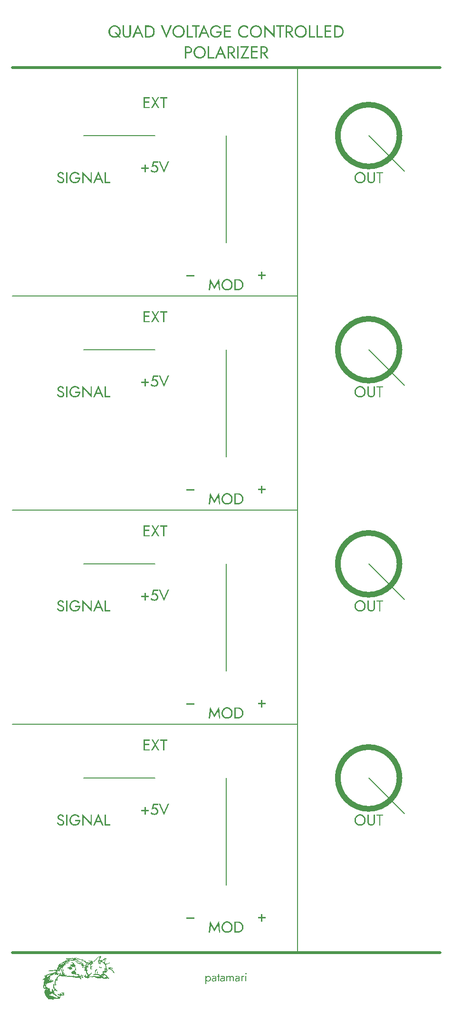
<source format=gbr>
%TF.GenerationSoftware,KiCad,Pcbnew,8.0.6*%
%TF.CreationDate,2025-04-05T09:24:32-04:00*%
%TF.ProjectId,BlindsPanel,426c696e-6473-4506-916e-656c2e6b6963,rev?*%
%TF.SameCoordinates,Original*%
%TF.FileFunction,Copper,L1,Top*%
%TF.FilePolarity,Positive*%
%FSLAX46Y46*%
G04 Gerber Fmt 4.6, Leading zero omitted, Abs format (unit mm)*
G04 Created by KiCad (PCBNEW 8.0.6) date 2025-04-05 09:24:32*
%MOMM*%
%LPD*%
G01*
G04 APERTURE LIST*
%TA.AperFunction,NonConductor*%
%ADD10C,0.200000*%
%TD*%
%TA.AperFunction,NonConductor*%
%ADD11C,0.000000*%
%TD*%
%TA.AperFunction,NonConductor*%
%ADD12C,0.500000*%
%TD*%
%ADD13C,0.150000*%
%TA.AperFunction,NonConductor*%
%ADD14C,0.150000*%
%TD*%
%ADD15C,0.187500*%
%TA.AperFunction,NonConductor*%
%ADD16C,0.187500*%
%TD*%
%TA.AperFunction,EtchedComponent*%
%ADD17C,1.000000*%
%TD*%
G04 APERTURE END LIST*
D10*
X114300000Y-152400000D02*
X101600000Y-152400000D01*
X127000000Y-152400000D02*
X127000000Y-171450000D01*
D11*
%TA.AperFunction,NonConductor*%
G36*
X104335978Y-184212722D02*
G01*
X104366278Y-184252891D01*
X104322653Y-184281475D01*
X104279029Y-184310059D01*
X104277018Y-184296423D01*
X104275008Y-184282787D01*
X104269367Y-184235720D01*
X104263726Y-184188652D01*
X104284702Y-184180603D01*
X104305679Y-184172553D01*
X104335978Y-184212722D01*
G37*
%TD.AperFunction*%
%TA.AperFunction,NonConductor*%
G36*
X99328294Y-185859029D02*
G01*
X99356684Y-185929982D01*
X99441016Y-186009595D01*
X99525348Y-186089208D01*
X99565036Y-186124629D01*
X99604723Y-186160050D01*
X99604723Y-186194212D01*
X99569308Y-186205452D01*
X99533893Y-186216692D01*
X99560489Y-186254662D01*
X99587085Y-186292633D01*
X99587085Y-186400233D01*
X99524927Y-186433708D01*
X99462768Y-186467182D01*
X99410274Y-186428371D01*
X99357779Y-186389560D01*
X99357779Y-186471755D01*
X99336612Y-186492922D01*
X99315446Y-186514089D01*
X99288106Y-186512969D01*
X99260766Y-186511849D01*
X99225109Y-186497409D01*
X99189451Y-186482947D01*
X99102710Y-186401011D01*
X99015967Y-186319076D01*
X98979617Y-186311759D01*
X98943266Y-186304442D01*
X98873409Y-186289715D01*
X98803552Y-186274988D01*
X98769346Y-186216420D01*
X98735141Y-186157853D01*
X98758217Y-186143590D01*
X98781294Y-186129328D01*
X98835821Y-186135968D01*
X98890349Y-186142607D01*
X98956495Y-186153518D01*
X99022640Y-186164430D01*
X99024110Y-186132011D01*
X99025580Y-186099593D01*
X99029982Y-186059914D01*
X99034382Y-186020235D01*
X99043965Y-186010653D01*
X99053547Y-186001070D01*
X99116762Y-185990812D01*
X99179977Y-185980554D01*
X99226349Y-186035663D01*
X99272721Y-186090773D01*
X99304863Y-186090773D01*
X99304863Y-186056673D01*
X99225488Y-185967301D01*
X99146113Y-185877929D01*
X99146113Y-185808551D01*
X99185800Y-185808301D01*
X99225487Y-185808051D01*
X99262696Y-185798064D01*
X99299904Y-185788076D01*
X99328294Y-185859029D01*
G37*
%TD.AperFunction*%
%TA.AperFunction,NonConductor*%
G36*
X97842077Y-190571343D02*
G01*
X97955488Y-190588334D01*
X98056912Y-190608560D01*
X98158335Y-190628788D01*
X98158335Y-190660996D01*
X98102580Y-190768814D01*
X98158335Y-190939275D01*
X98158335Y-191042979D01*
X98131619Y-191065152D01*
X98104903Y-191087323D01*
X97986098Y-191095768D01*
X97867293Y-191104213D01*
X97754009Y-191058116D01*
X97640725Y-191012020D01*
X97611530Y-191012020D01*
X97611530Y-191153132D01*
X97545384Y-191150487D01*
X97479238Y-191147842D01*
X97426322Y-191140833D01*
X97373405Y-191133818D01*
X97246939Y-191073080D01*
X97120474Y-191012343D01*
X97066141Y-190946427D01*
X97011808Y-190880513D01*
X97011808Y-190852516D01*
X97057212Y-190831829D01*
X97102616Y-190811141D01*
X97136348Y-190832207D01*
X97170079Y-190853273D01*
X97234964Y-190853273D01*
X97276391Y-190897370D01*
X97317819Y-190941467D01*
X97364586Y-190941467D01*
X97364586Y-190976744D01*
X97435141Y-190976744D01*
X97435141Y-190940061D01*
X97399864Y-190870911D01*
X97364586Y-190801760D01*
X97364586Y-190709841D01*
X97401105Y-190641606D01*
X97505697Y-190641606D01*
X97505697Y-190711940D01*
X97578899Y-190764967D01*
X97652101Y-190817994D01*
X97697972Y-190817994D01*
X97712077Y-190840193D01*
X97726183Y-190862390D01*
X97814377Y-190893196D01*
X97902572Y-190924002D01*
X97942259Y-190923902D01*
X97981947Y-190923802D01*
X97981386Y-190901754D01*
X97980825Y-190879705D01*
X97957393Y-190848838D01*
X97933961Y-190817995D01*
X97897526Y-190817995D01*
X97888210Y-190793717D01*
X97878894Y-190769438D01*
X97828996Y-190775444D01*
X97779099Y-190781450D01*
X97809968Y-190771971D01*
X97840835Y-190762492D01*
X97840835Y-190727816D01*
X97761460Y-190692705D01*
X97682085Y-190657594D01*
X97682085Y-190593009D01*
X97705375Y-190573680D01*
X97728665Y-190554351D01*
X97842077Y-190571343D01*
G37*
%TD.AperFunction*%
D10*
X88900000Y-142875000D02*
X139700000Y-142875000D01*
X127000000Y-76200000D02*
X127000000Y-95250000D01*
D11*
%TA.AperFunction,NonConductor*%
G36*
X96365001Y-189233787D02*
G01*
X96354343Y-189433341D01*
X96357268Y-189500648D01*
X96360192Y-189567954D01*
X96442066Y-189697924D01*
X96493222Y-189807983D01*
X96544378Y-189918043D01*
X96685489Y-189918442D01*
X96690348Y-189989291D01*
X96695208Y-190060141D01*
X96677761Y-190092741D01*
X96660315Y-190125340D01*
X96681086Y-190180370D01*
X96701857Y-190235399D01*
X96684854Y-190251833D01*
X96667850Y-190268267D01*
X96588475Y-190277144D01*
X96509100Y-190286021D01*
X96480340Y-190277728D01*
X96451580Y-190269415D01*
X96414194Y-190171719D01*
X96376808Y-190074023D01*
X96376808Y-190006478D01*
X96341530Y-189940657D01*
X96306252Y-189874837D01*
X96306252Y-189831985D01*
X96254398Y-189755151D01*
X96202543Y-189678316D01*
X96191454Y-189591106D01*
X96180364Y-189503897D01*
X96198151Y-189319904D01*
X96215939Y-189135912D01*
X96249611Y-189090599D01*
X96283283Y-189045286D01*
X96329471Y-189039760D01*
X96375659Y-189034234D01*
X96365001Y-189233787D01*
G37*
%TD.AperFunction*%
%TA.AperFunction,NonConductor*%
G36*
X104216300Y-184307640D02*
G01*
X104226209Y-184323671D01*
X104171891Y-184369376D01*
X104117574Y-184415081D01*
X104070420Y-184413689D01*
X104023267Y-184412297D01*
X104001217Y-184403397D01*
X103979169Y-184394500D01*
X103979169Y-184361644D01*
X104036495Y-184326691D01*
X104093821Y-184291738D01*
X104150107Y-184291674D01*
X104206393Y-184291609D01*
X104216300Y-184307640D01*
G37*
%TD.AperFunction*%
D10*
X88900000Y-66675000D02*
X139700000Y-66675000D01*
X127000000Y-38100000D02*
X127000000Y-57150000D01*
D11*
%TA.AperFunction,NonConductor*%
G36*
X104085002Y-184484705D02*
G01*
X103930869Y-184638837D01*
X103906123Y-184648333D01*
X103881376Y-184657830D01*
X103873165Y-184757061D01*
X103851203Y-184771211D01*
X103829240Y-184785361D01*
X103793962Y-184781018D01*
X103758684Y-184776676D01*
X103764243Y-184834162D01*
X103769804Y-184891649D01*
X103713962Y-184922357D01*
X103658120Y-184953064D01*
X103563490Y-185008737D01*
X103468860Y-185064411D01*
X103399506Y-185076128D01*
X103330152Y-185087845D01*
X103317754Y-185067789D01*
X103305358Y-185047732D01*
X103311534Y-185042312D01*
X103317710Y-185036893D01*
X103402567Y-184964111D01*
X103487424Y-184891329D01*
X103556418Y-184891329D01*
X103672191Y-184781085D01*
X103787964Y-184670842D01*
X103804079Y-184630302D01*
X103820194Y-184589761D01*
X103935071Y-184537014D01*
X103995006Y-184493685D01*
X104054941Y-184450356D01*
X104085002Y-184450356D01*
X104085002Y-184484705D01*
G37*
%TD.AperFunction*%
%TA.AperFunction,NonConductor*%
G36*
X106420309Y-186345379D02*
G01*
X106555661Y-186388338D01*
X106646961Y-186444515D01*
X106738262Y-186500693D01*
X106804785Y-186555897D01*
X106871308Y-186611101D01*
X106871608Y-186645242D01*
X106871908Y-186679384D01*
X106941007Y-186752936D01*
X107031188Y-186935055D01*
X107121368Y-187117173D01*
X107115038Y-187123503D01*
X107108708Y-187129833D01*
X107036592Y-187141365D01*
X106964475Y-187152897D01*
X106933038Y-187070500D01*
X106901563Y-186988085D01*
X106851477Y-186925059D01*
X106801391Y-186862033D01*
X106801391Y-186818411D01*
X106756338Y-186737802D01*
X106711285Y-186657193D01*
X106647040Y-186600786D01*
X106582795Y-186544378D01*
X106491458Y-186503985D01*
X106400121Y-186463592D01*
X106305304Y-186443338D01*
X106210487Y-186423084D01*
X106139931Y-186414905D01*
X106069375Y-186406725D01*
X106029688Y-186398343D01*
X105990000Y-186389961D01*
X105990000Y-186324192D01*
X106029688Y-186313557D01*
X106069375Y-186302921D01*
X106177165Y-186302671D01*
X106284956Y-186302421D01*
X106420309Y-186345379D01*
G37*
%TD.AperFunction*%
%TA.AperFunction,NonConductor*%
G36*
X104613149Y-186055788D02*
G01*
X104656171Y-186075390D01*
X104699193Y-186094992D01*
X104739980Y-186066424D01*
X104780766Y-186037856D01*
X104892070Y-186037856D01*
X104914028Y-186064314D01*
X104935987Y-186090772D01*
X104916045Y-186114801D01*
X104896103Y-186138829D01*
X104806423Y-186185356D01*
X104716744Y-186231884D01*
X104669866Y-186231194D01*
X104622986Y-186230504D01*
X104570071Y-186206884D01*
X104517154Y-186183264D01*
X104466341Y-186129237D01*
X104415528Y-186075210D01*
X104413423Y-186008026D01*
X104411318Y-185940842D01*
X104475174Y-185935504D01*
X104539030Y-185930166D01*
X104613149Y-186055788D01*
G37*
%TD.AperFunction*%
D10*
X114300000Y-114300000D02*
X101600000Y-114300000D01*
X114300000Y-76200000D02*
X101600000Y-76200000D01*
X158750000Y-158750000D02*
X152400000Y-152400000D01*
D12*
X88900000Y-26035000D02*
X165100000Y-26035000D01*
D11*
%TA.AperFunction,NonConductor*%
G36*
X100421561Y-184432975D02*
G01*
X100460207Y-184433230D01*
X100533322Y-184458707D01*
X100606436Y-184484184D01*
X100672484Y-184529006D01*
X100738532Y-184573828D01*
X100939614Y-184573828D01*
X100961295Y-184621415D01*
X100982977Y-184669002D01*
X100996360Y-184647349D01*
X101009742Y-184625696D01*
X101184766Y-184645800D01*
X101359790Y-184665905D01*
X101376547Y-184681603D01*
X101393304Y-184697300D01*
X101442269Y-184697300D01*
X101584323Y-184759758D01*
X101726377Y-184822215D01*
X101816486Y-184841408D01*
X101906595Y-184860602D01*
X101941387Y-184884785D01*
X101976180Y-184908967D01*
X102356387Y-184908967D01*
X102356387Y-184944245D01*
X102334339Y-184946790D01*
X102312290Y-184949336D01*
X102142497Y-184944937D01*
X101972705Y-184940537D01*
X101953513Y-184971591D01*
X102083841Y-185160926D01*
X102180427Y-185187988D01*
X102277013Y-185215051D01*
X102413408Y-185209331D01*
X102512780Y-185242493D01*
X102612152Y-185275656D01*
X102920987Y-185422928D01*
X102992786Y-185411675D01*
X102991751Y-185394037D01*
X102990715Y-185376398D01*
X102947210Y-185364763D01*
X102903704Y-185353128D01*
X102903002Y-185352526D01*
X103044347Y-185352526D01*
X103105678Y-185340715D01*
X103111904Y-185308176D01*
X103118170Y-185275637D01*
X103098143Y-185255610D01*
X103078116Y-185235582D01*
X103044847Y-185288204D01*
X103044597Y-185320365D01*
X103044347Y-185352526D01*
X102903002Y-185352526D01*
X102754652Y-185225543D01*
X102732811Y-185233925D01*
X102710970Y-185242306D01*
X102699179Y-185205155D01*
X102687388Y-185168004D01*
X102729144Y-185136009D01*
X102770901Y-185104015D01*
X102841457Y-185079649D01*
X102912013Y-185055284D01*
X102947291Y-185069080D01*
X102982569Y-185082877D01*
X103004617Y-185084117D01*
X103026666Y-185085356D01*
X103026666Y-185037908D01*
X102992045Y-185006576D01*
X102957424Y-184975245D01*
X102898722Y-184997771D01*
X102876354Y-184979206D01*
X102853984Y-184960641D01*
X102726418Y-184987239D01*
X102598853Y-185013837D01*
X102521138Y-184952707D01*
X102528428Y-184930837D01*
X102535718Y-184908968D01*
X102456343Y-184908968D01*
X102463693Y-184902357D01*
X102471042Y-184895746D01*
X102576875Y-184884937D01*
X102682708Y-184874127D01*
X102643021Y-184894243D01*
X102603333Y-184914360D01*
X102603333Y-184947049D01*
X102657679Y-184935113D01*
X102712025Y-184923177D01*
X102812020Y-184906701D01*
X102912014Y-184890226D01*
X102942535Y-184889656D01*
X102973055Y-184889085D01*
X102983223Y-184872633D01*
X102993391Y-184856181D01*
X103044431Y-184882575D01*
X103095470Y-184908969D01*
X103151011Y-184908969D01*
X103181367Y-184988343D01*
X103219338Y-185022550D01*
X103257308Y-185056757D01*
X103235009Y-185158283D01*
X103288519Y-185217649D01*
X103316086Y-185297024D01*
X103343653Y-185376399D01*
X103344154Y-185423633D01*
X103271596Y-185413484D01*
X103199037Y-185403335D01*
X103137818Y-185469243D01*
X103076599Y-185535150D01*
X103012251Y-185601913D01*
X102947901Y-185668675D01*
X102942462Y-185795941D01*
X102937023Y-185923206D01*
X102953801Y-185948151D01*
X102970579Y-185973096D01*
X103026428Y-185926102D01*
X103082276Y-185879109D01*
X103111791Y-185879358D01*
X103141306Y-185879608D01*
X103167520Y-185896183D01*
X103193733Y-185912757D01*
X103101991Y-186044721D01*
X103010250Y-186176685D01*
X102998095Y-186225116D01*
X102985940Y-186273547D01*
X103052452Y-186329387D01*
X103118964Y-186385227D01*
X103098647Y-186423189D01*
X103078330Y-186461152D01*
X102976250Y-186461152D01*
X102913271Y-186401780D01*
X102850279Y-186342372D01*
X102850264Y-186229801D01*
X102850250Y-186117231D01*
X102822081Y-185984940D01*
X102793912Y-185852648D01*
X102803892Y-185716107D01*
X102813871Y-185579567D01*
X102757109Y-185550487D01*
X102700348Y-185521406D01*
X102691528Y-185507928D01*
X102682709Y-185494451D01*
X102576875Y-185455895D01*
X102471043Y-185417340D01*
X102417093Y-185403898D01*
X102363143Y-185390456D01*
X102315158Y-185359015D01*
X102267172Y-185327574D01*
X102153368Y-185321919D01*
X102039563Y-185316264D01*
X102003948Y-185297203D01*
X101968334Y-185278143D01*
X101968334Y-185226569D01*
X101905432Y-185156943D01*
X101842529Y-185087318D01*
X101773351Y-185090076D01*
X101704174Y-185092835D01*
X101683543Y-185072204D01*
X101662912Y-185051573D01*
X101687741Y-185021392D01*
X101712570Y-184991211D01*
X101650833Y-185007255D01*
X101589098Y-185023300D01*
X101447987Y-185022193D01*
X101306875Y-185021086D01*
X101249549Y-184991031D01*
X101192223Y-184960977D01*
X101192223Y-184909638D01*
X101283553Y-184886716D01*
X101356951Y-184911070D01*
X101430348Y-184935425D01*
X101633194Y-184935320D01*
X101836042Y-184935215D01*
X101868028Y-184922217D01*
X101900014Y-184909220D01*
X101889035Y-184891456D01*
X101878057Y-184873693D01*
X101457504Y-184873693D01*
X101346912Y-184831293D01*
X101236319Y-184788892D01*
X101148124Y-184771306D01*
X101059931Y-184753719D01*
X100936458Y-184724595D01*
X100812986Y-184695471D01*
X100725655Y-184676210D01*
X100638325Y-184656948D01*
X100452862Y-184574927D01*
X100425214Y-184521463D01*
X100397566Y-184467998D01*
X100361112Y-184467998D01*
X100372014Y-184450359D01*
X100382915Y-184432720D01*
X100421561Y-184432975D01*
G37*
%TD.AperFunction*%
%TA.AperFunction,NonConductor*%
G36*
X96739531Y-188113299D02*
G01*
X96764864Y-188123020D01*
X96764864Y-188238797D01*
X96694308Y-188443416D01*
X96623753Y-188648035D01*
X96624108Y-188758466D01*
X96624462Y-188868899D01*
X96640487Y-188979707D01*
X96656511Y-189090517D01*
X96710773Y-189141204D01*
X96765034Y-189191891D01*
X96753902Y-189220899D01*
X96742771Y-189249908D01*
X96690887Y-189260284D01*
X96639003Y-189270661D01*
X96611710Y-189312315D01*
X96584418Y-189353968D01*
X96499174Y-189353968D01*
X96488969Y-189327376D01*
X96478765Y-189300786D01*
X96492492Y-189234772D01*
X96506218Y-189168759D01*
X96500671Y-189151120D01*
X96495123Y-189133481D01*
X96482032Y-188948273D01*
X96468941Y-188763065D01*
X96493302Y-188634299D01*
X96517664Y-188505534D01*
X96573147Y-188338209D01*
X96628631Y-188170884D01*
X96671415Y-188137231D01*
X96714199Y-188103577D01*
X96739531Y-188113299D01*
G37*
%TD.AperFunction*%
%TA.AperFunction,NonConductor*%
G36*
X101502063Y-186044932D02*
G01*
X101597919Y-186090317D01*
X101597919Y-186157555D01*
X101570017Y-186168261D01*
X101542117Y-186178967D01*
X101530330Y-186176737D01*
X101518543Y-186174507D01*
X101447988Y-186157016D01*
X101377432Y-186139523D01*
X101354257Y-186132908D01*
X101331082Y-186126294D01*
X101336618Y-186068990D01*
X101342155Y-186011687D01*
X101374182Y-186005617D01*
X101406208Y-185999547D01*
X101502063Y-186044932D01*
G37*
%TD.AperFunction*%
%TA.AperFunction,NonConductor*%
G36*
X100149913Y-184430147D02*
G01*
X100217359Y-184450355D01*
X100331693Y-184450355D01*
X100320987Y-184478256D01*
X100310280Y-184506157D01*
X100310280Y-184520193D01*
X100239725Y-184556188D01*
X100169169Y-184592183D01*
X100169169Y-184621081D01*
X100214096Y-184641551D01*
X100259023Y-184662021D01*
X100311161Y-184662021D01*
X100410974Y-184697102D01*
X100510786Y-184732184D01*
X100557019Y-184776477D01*
X100603251Y-184820771D01*
X100660975Y-184820771D01*
X100671877Y-184803132D01*
X100682778Y-184785493D01*
X100733612Y-184785493D01*
X100734652Y-184842820D01*
X100735692Y-184900146D01*
X100774339Y-184977897D01*
X100812985Y-185055648D01*
X100901180Y-185079845D01*
X100989373Y-185104041D01*
X101223130Y-185176568D01*
X101281773Y-185214746D01*
X101340415Y-185252924D01*
X101438297Y-185305841D01*
X101536180Y-185358758D01*
X101536180Y-185411328D01*
X101484262Y-185420321D01*
X101432346Y-185429314D01*
X101435756Y-185442542D01*
X101439166Y-185455772D01*
X101439166Y-185490633D01*
X101511233Y-185502157D01*
X101583299Y-185513680D01*
X101592950Y-185538829D01*
X101602600Y-185563977D01*
X101582619Y-185583958D01*
X101562637Y-185603939D01*
X101562637Y-185645390D01*
X101614595Y-185655782D01*
X101666552Y-185666173D01*
X101685771Y-185702084D01*
X101704990Y-185737995D01*
X101686109Y-185773272D01*
X101667229Y-185808550D01*
X101632020Y-185808550D01*
X101544998Y-185764453D01*
X101457977Y-185720356D01*
X101403887Y-185720356D01*
X101403887Y-185756887D01*
X101478985Y-185789078D01*
X101554083Y-185821268D01*
X101611276Y-185869393D01*
X101668471Y-185917519D01*
X101668471Y-185984939D01*
X101593544Y-185984939D01*
X101487886Y-185914383D01*
X101382228Y-185843828D01*
X101320957Y-185843828D01*
X101265408Y-185824463D01*
X101209860Y-185805099D01*
X101209860Y-185757633D01*
X101249548Y-185729305D01*
X101289235Y-185700977D01*
X101240728Y-185665098D01*
X101192221Y-185629219D01*
X101192221Y-185511227D01*
X101090798Y-185500763D01*
X100989373Y-185490298D01*
X100870698Y-185472932D01*
X100752022Y-185455566D01*
X100662061Y-185436273D01*
X100572099Y-185416980D01*
X100539256Y-185340361D01*
X100506414Y-185263742D01*
X100452442Y-185235832D01*
X100398471Y-185207922D01*
X100398471Y-185150517D01*
X100398471Y-185120634D01*
X100486670Y-185120634D01*
X100486670Y-185150517D01*
X100630672Y-185228179D01*
X100774674Y-185305842D01*
X101023137Y-185361030D01*
X101271600Y-185416218D01*
X101330396Y-185418356D01*
X101389192Y-185420495D01*
X101381927Y-185398446D01*
X101374663Y-185376398D01*
X101304350Y-185322609D01*
X101234037Y-185268821D01*
X101129346Y-185245664D01*
X101024655Y-185222508D01*
X100866620Y-185171571D01*
X100708586Y-185120634D01*
X100486670Y-185120634D01*
X100398471Y-185120634D01*
X100398471Y-185103667D01*
X100319096Y-185084985D01*
X100195624Y-185071941D01*
X100072152Y-185058898D01*
X100072152Y-184970703D01*
X100238125Y-184965594D01*
X100404100Y-184960485D01*
X100482863Y-184987322D01*
X100561625Y-185014160D01*
X100574697Y-185006081D01*
X100587768Y-184998003D01*
X100579893Y-184956808D01*
X100572017Y-184915613D01*
X100370452Y-184870896D01*
X100121673Y-184876702D01*
X99872895Y-184882508D01*
X99838843Y-184913376D01*
X99804791Y-184944245D01*
X99747030Y-184944245D01*
X99685882Y-184915085D01*
X99624734Y-184885926D01*
X99390789Y-184913453D01*
X99156844Y-184940980D01*
X99138248Y-184967542D01*
X99119652Y-184994105D01*
X99101355Y-185024498D01*
X99083057Y-185054891D01*
X98970994Y-185070216D01*
X98858932Y-185085542D01*
X98801773Y-185120868D01*
X98744613Y-185156195D01*
X98673247Y-185160974D01*
X98601880Y-185165753D01*
X98537569Y-185219853D01*
X98489062Y-185250025D01*
X98440555Y-185280197D01*
X98440555Y-185328237D01*
X98559617Y-185319219D01*
X98678680Y-185310200D01*
X98707007Y-185285538D01*
X98735333Y-185260877D01*
X98843712Y-185241786D01*
X98952092Y-185222695D01*
X98978545Y-185232847D01*
X99004999Y-185242998D01*
X99004999Y-185294502D01*
X98975511Y-185323990D01*
X98946023Y-185353478D01*
X98881935Y-185343230D01*
X98817846Y-185332982D01*
X98783541Y-185356716D01*
X98749235Y-185380450D01*
X98643402Y-185393352D01*
X98537569Y-185406254D01*
X98513029Y-185426603D01*
X98488489Y-185446952D01*
X98424834Y-185465056D01*
X98361180Y-185483160D01*
X98355828Y-185546780D01*
X98350477Y-185610400D01*
X98429050Y-185601544D01*
X98507624Y-185592687D01*
X98528641Y-185631956D01*
X98549656Y-185671225D01*
X98516327Y-185704554D01*
X98422751Y-185668998D01*
X98329175Y-185633442D01*
X98279032Y-185663062D01*
X98228888Y-185692682D01*
X98228888Y-185718940D01*
X98139375Y-185802670D01*
X98049862Y-185886399D01*
X97996319Y-185992995D01*
X97942777Y-186099590D01*
X97899125Y-186214243D01*
X97855472Y-186328896D01*
X97838390Y-186399452D01*
X97821308Y-186470007D01*
X97794488Y-186549383D01*
X97767669Y-186628758D01*
X97763331Y-186748171D01*
X97758992Y-186867584D01*
X97738655Y-186887922D01*
X97718318Y-186908259D01*
X97674228Y-186888171D01*
X97630139Y-186868082D01*
X97618850Y-186823105D01*
X97607562Y-186778127D01*
X97634563Y-186650525D01*
X97661564Y-186522924D01*
X97723103Y-186355355D01*
X97784642Y-186187785D01*
X97822245Y-186112248D01*
X97859847Y-186036712D01*
X97848279Y-186017994D01*
X97836711Y-185999277D01*
X97757537Y-186075892D01*
X97678362Y-186152508D01*
X97608079Y-186246509D01*
X97537795Y-186340510D01*
X97497066Y-186432606D01*
X97456337Y-186524701D01*
X97400100Y-186608029D01*
X97343862Y-186691357D01*
X97327215Y-186751647D01*
X97310568Y-186811937D01*
X97275840Y-186822960D01*
X97241111Y-186833983D01*
X97207307Y-186823254D01*
X97173504Y-186812525D01*
X97136950Y-186707668D01*
X97109616Y-186697179D01*
X97082282Y-186686690D01*
X97039649Y-186697390D01*
X96997016Y-186708090D01*
X96966298Y-186800716D01*
X96935580Y-186893341D01*
X96903137Y-186951204D01*
X96870694Y-187009067D01*
X96870694Y-187023290D01*
X96967708Y-187034453D01*
X96964035Y-187138826D01*
X96960362Y-187243199D01*
X97034717Y-187170226D01*
X97109072Y-187097252D01*
X97153043Y-187108087D01*
X97197014Y-187118923D01*
X97241111Y-187153425D01*
X97241111Y-187236826D01*
X97182714Y-187261227D01*
X97124317Y-187285626D01*
X97059143Y-187361768D01*
X96993968Y-187437910D01*
X96910282Y-187433974D01*
X96826597Y-187430039D01*
X96796847Y-187421031D01*
X96767096Y-187412023D01*
X96761569Y-187374551D01*
X96756042Y-187337080D01*
X96737167Y-187330877D01*
X96718292Y-187324673D01*
X96675431Y-187362047D01*
X96632569Y-187399420D01*
X96537538Y-187448851D01*
X96494163Y-187432359D01*
X96450788Y-187415868D01*
X96439534Y-187397659D01*
X96428281Y-187379450D01*
X96453654Y-187330384D01*
X96479027Y-187281318D01*
X96516111Y-187247758D01*
X96553194Y-187214198D01*
X96553194Y-187179879D01*
X96483262Y-187191062D01*
X96413329Y-187202245D01*
X96346560Y-187245534D01*
X96279792Y-187288823D01*
X96226875Y-187349419D01*
X96152383Y-187419116D01*
X96077891Y-187488813D01*
X95958355Y-187528879D01*
X95838820Y-187568944D01*
X95794722Y-187579147D01*
X95750625Y-187589350D01*
X95627153Y-187666828D01*
X95669359Y-187677311D01*
X95711564Y-187687793D01*
X95726821Y-187729037D01*
X95742079Y-187770282D01*
X95679250Y-187827831D01*
X95616421Y-187885380D01*
X95540425Y-187924466D01*
X95464430Y-187963552D01*
X95374904Y-188036990D01*
X95285377Y-188110429D01*
X95282166Y-188124081D01*
X95278954Y-188137735D01*
X95289453Y-188190227D01*
X95299951Y-188242720D01*
X95336111Y-188242720D01*
X95336111Y-188193856D01*
X95417647Y-188094816D01*
X95499182Y-187995776D01*
X95581642Y-187995776D01*
X95603184Y-188067677D01*
X95624727Y-188139578D01*
X95592979Y-188239656D01*
X95561232Y-188339734D01*
X95544038Y-188392651D01*
X95526844Y-188445567D01*
X95503359Y-188542435D01*
X95479874Y-188639304D01*
X95485815Y-188645245D01*
X95491756Y-188651186D01*
X95581147Y-188513099D01*
X95670539Y-188375011D01*
X95740122Y-188298435D01*
X95809705Y-188221859D01*
X95846312Y-188233478D01*
X95882919Y-188245097D01*
X95882919Y-188365410D01*
X95835389Y-188462321D01*
X95787859Y-188559234D01*
X95797615Y-188568990D01*
X95807371Y-188578745D01*
X95887628Y-188544344D01*
X95967884Y-188509942D01*
X95997572Y-188457600D01*
X96103190Y-188422037D01*
X96208809Y-188386475D01*
X96231072Y-188404952D01*
X96253336Y-188423429D01*
X96253336Y-188526546D01*
X96166745Y-188613137D01*
X96059390Y-188613137D01*
X95971058Y-188676597D01*
X95882726Y-188740057D01*
X95872091Y-188782430D01*
X95861456Y-188824803D01*
X95703154Y-188824803D01*
X95652207Y-188794708D01*
X95601261Y-188764613D01*
X95547849Y-188819244D01*
X95494438Y-188873874D01*
X95431456Y-188885689D01*
X95368474Y-188897505D01*
X95325836Y-188869567D01*
X95283197Y-188841630D01*
X95283197Y-188824325D01*
X95298856Y-188793697D01*
X95314515Y-188763068D01*
X95345903Y-188626377D01*
X95377291Y-188489686D01*
X95366380Y-188478775D01*
X95355470Y-188467864D01*
X95342894Y-188517970D01*
X95330318Y-188568076D01*
X95271525Y-188665572D01*
X95212732Y-188763069D01*
X95212687Y-188789248D01*
X95212642Y-188815427D01*
X95165698Y-188912720D01*
X95118754Y-189010014D01*
X95107193Y-189035294D01*
X95095631Y-189060573D01*
X95068339Y-189077788D01*
X95041048Y-189095003D01*
X95012192Y-189083930D01*
X94983336Y-189072857D01*
X94983336Y-188882480D01*
X95053892Y-188792783D01*
X95053892Y-188701333D01*
X94981017Y-188701333D01*
X94949256Y-188718331D01*
X94917494Y-188735329D01*
X94906143Y-188806319D01*
X94894791Y-188877309D01*
X94860586Y-188943661D01*
X94826382Y-189010014D01*
X94808642Y-189057572D01*
X94790903Y-189105130D01*
X94730264Y-189116506D01*
X94669624Y-189127882D01*
X94678654Y-189195203D01*
X94687683Y-189262522D01*
X94657185Y-189321477D01*
X94626686Y-189380431D01*
X94611402Y-189442168D01*
X94596118Y-189503904D01*
X94614768Y-189600928D01*
X94633417Y-189697951D01*
X94657599Y-189731022D01*
X94681780Y-189764092D01*
X94706781Y-189754499D01*
X94731782Y-189744905D01*
X94734345Y-189626713D01*
X94736908Y-189508520D01*
X94761794Y-189468626D01*
X94774757Y-189380432D01*
X94787721Y-189292238D01*
X94799402Y-189234463D01*
X94811083Y-189176689D01*
X94848218Y-189150679D01*
X94885353Y-189124669D01*
X94961378Y-189124669D01*
X94998293Y-189169148D01*
X94955978Y-189362984D01*
X94913663Y-189556821D01*
X94913223Y-189598668D01*
X94912783Y-189640515D01*
X94941214Y-189616919D01*
X94969646Y-189593323D01*
X95026232Y-189598198D01*
X95082819Y-189603073D01*
X95101145Y-189562308D01*
X95119471Y-189521543D01*
X95131759Y-189576945D01*
X95144046Y-189632348D01*
X95242106Y-189740708D01*
X95340166Y-189849068D01*
X95360190Y-189821943D01*
X95380213Y-189794818D01*
X95434613Y-189779314D01*
X95489013Y-189763811D01*
X95518398Y-189780256D01*
X95547783Y-189796700D01*
X95547783Y-189827518D01*
X95502148Y-189881753D01*
X95456514Y-189935986D01*
X95483131Y-189946200D01*
X95509748Y-189956415D01*
X95580741Y-189918420D01*
X95653616Y-189918420D01*
X95653616Y-189951616D01*
X95638294Y-189961085D01*
X95622972Y-189970555D01*
X95611735Y-190040829D01*
X95600498Y-190111101D01*
X95662975Y-190239477D01*
X95725451Y-190367852D01*
X95781188Y-190425358D01*
X95836925Y-190482864D01*
X95882448Y-190482864D01*
X95907849Y-190422073D01*
X95933249Y-190361281D01*
X95945538Y-190214815D01*
X95957826Y-190068350D01*
X95980947Y-190011652D01*
X96004069Y-189954952D01*
X96049558Y-189943536D01*
X96095046Y-189932119D01*
X96147505Y-189975655D01*
X96147505Y-190022929D01*
X96183095Y-190118051D01*
X96218685Y-190213174D01*
X96288928Y-190240766D01*
X96359171Y-190268358D01*
X96359171Y-190352987D01*
X96332521Y-190442729D01*
X96305870Y-190532471D01*
X96323810Y-190579656D01*
X96341750Y-190626841D01*
X96363690Y-190619604D01*
X96385630Y-190612368D01*
X96404738Y-190574388D01*
X96423846Y-190536409D01*
X96456111Y-190560002D01*
X96488376Y-190583594D01*
X96477244Y-190612603D01*
X96466112Y-190641613D01*
X96415862Y-190641613D01*
X96404607Y-190670942D01*
X96393352Y-190700273D01*
X96491463Y-190804066D01*
X96590676Y-190871925D01*
X96689888Y-190939785D01*
X96700011Y-190966165D01*
X96710134Y-190992545D01*
X96767506Y-191022213D01*
X96824877Y-191051880D01*
X96849048Y-191076051D01*
X96873219Y-191100222D01*
X96925894Y-191100222D01*
X96967959Y-191150213D01*
X97010024Y-191200206D01*
X97094702Y-191240963D01*
X97179380Y-191281721D01*
X97289972Y-191332896D01*
X97322871Y-191326733D01*
X97355769Y-191320569D01*
X97390007Y-191244888D01*
X97424245Y-191169207D01*
X97459839Y-191174401D01*
X97495434Y-191179596D01*
X97506153Y-191223693D01*
X97516873Y-191267791D01*
X97503578Y-191320707D01*
X97490282Y-191373624D01*
X97462952Y-191479457D01*
X97435623Y-191585290D01*
X97426386Y-191633165D01*
X97417150Y-191681040D01*
X97342362Y-191701732D01*
X97267574Y-191722424D01*
X97126463Y-191700800D01*
X96985352Y-191679176D01*
X96801362Y-191663256D01*
X96617372Y-191647335D01*
X96583464Y-191678049D01*
X96549556Y-191708763D01*
X96306340Y-191708763D01*
X96306296Y-191764202D01*
X96306252Y-191819641D01*
X96278352Y-191830349D01*
X96250451Y-191841055D01*
X96212206Y-191838410D01*
X96173961Y-191835765D01*
X96122629Y-191828145D01*
X96071297Y-191820524D01*
X96034435Y-191798033D01*
X95997572Y-191775543D01*
X95895367Y-191744673D01*
X95793163Y-191713804D01*
X95736617Y-191725261D01*
X95680072Y-191736719D01*
X95569948Y-191746835D01*
X95459824Y-191756951D01*
X95363288Y-191744890D01*
X95266751Y-191732829D01*
X95286165Y-191701744D01*
X95305578Y-191670658D01*
X95274923Y-191623874D01*
X95244269Y-191577090D01*
X95184358Y-191540063D01*
X95124447Y-191503035D01*
X95124447Y-191441355D01*
X95053272Y-191366208D01*
X95262607Y-191366208D01*
X95339048Y-191435337D01*
X95415489Y-191504465D01*
X95437537Y-191505190D01*
X95459586Y-191505915D01*
X95459586Y-191457101D01*
X95388980Y-191393312D01*
X95318373Y-191329523D01*
X95285279Y-191329523D01*
X95273943Y-191347866D01*
X95262607Y-191366208D01*
X95053272Y-191366208D01*
X95040662Y-191352895D01*
X94956878Y-191264435D01*
X94923440Y-191212092D01*
X94897044Y-191170773D01*
X95142086Y-191170773D01*
X95142086Y-191212092D01*
X95170902Y-191243933D01*
X95199717Y-191275775D01*
X95214999Y-191266330D01*
X95230280Y-191256886D01*
X95230280Y-191241329D01*
X96039587Y-191241329D01*
X96076947Y-191241329D01*
X96076947Y-191206051D01*
X96061390Y-191206051D01*
X96050489Y-191223690D01*
X96039587Y-191241329D01*
X95230280Y-191241329D01*
X95230280Y-191226210D01*
X95202562Y-191198491D01*
X95174844Y-191170773D01*
X95142086Y-191170773D01*
X94897044Y-191170773D01*
X94871510Y-191130802D01*
X94815128Y-191042544D01*
X94786142Y-190997170D01*
X94783882Y-190990611D01*
X95018614Y-190990611D01*
X95018614Y-191042544D01*
X95055172Y-191089020D01*
X95091730Y-191135496D01*
X95118568Y-191135496D01*
X95129623Y-191124440D01*
X95140679Y-191113384D01*
X95114471Y-191062704D01*
X95088263Y-191012023D01*
X95074416Y-191012023D01*
X95046515Y-191001317D01*
X95022901Y-190992256D01*
X95476462Y-190992256D01*
X95521816Y-191034310D01*
X95567170Y-191076364D01*
X95655315Y-191098955D01*
X95743460Y-191121546D01*
X95861697Y-191179848D01*
X95979933Y-191238150D01*
X96000328Y-191212175D01*
X96020723Y-191186199D01*
X96156322Y-191208725D01*
X96204829Y-191227170D01*
X96253336Y-191245615D01*
X96253336Y-191277486D01*
X96301843Y-191294686D01*
X96350350Y-191311885D01*
X96438544Y-191355555D01*
X96526739Y-191399223D01*
X96676669Y-191441558D01*
X96826600Y-191483894D01*
X96919204Y-191486084D01*
X97011808Y-191488279D01*
X97011808Y-191453668D01*
X97055905Y-191442600D01*
X97100003Y-191431533D01*
X97099359Y-191420216D01*
X97098715Y-191408899D01*
X97022105Y-191360392D01*
X96945496Y-191311885D01*
X96890856Y-191311885D01*
X96863137Y-191284167D01*
X96835419Y-191256449D01*
X96835419Y-191277164D01*
X96786340Y-191222235D01*
X96737261Y-191167305D01*
X96649639Y-191157672D01*
X96562017Y-191148037D01*
X96549718Y-191129003D01*
X96537420Y-191109970D01*
X96576677Y-191085708D01*
X96525250Y-191034857D01*
X96473822Y-190984006D01*
X96417796Y-190961136D01*
X96361770Y-190938267D01*
X96325192Y-190949876D01*
X96288614Y-190961486D01*
X96288614Y-190906192D01*
X96253336Y-190906192D01*
X96253336Y-190816452D01*
X96222468Y-190821634D01*
X96191600Y-190826817D01*
X96195728Y-190782720D01*
X96199857Y-190738623D01*
X96175433Y-190668067D01*
X96151009Y-190597511D01*
X96077004Y-190586245D01*
X96059337Y-190632714D01*
X96041670Y-190679182D01*
X96041670Y-190751760D01*
X96068128Y-190729802D01*
X96094586Y-190707844D01*
X96121045Y-190729802D01*
X96147503Y-190751760D01*
X96147503Y-190792486D01*
X96052003Y-190791021D01*
X95956504Y-190789556D01*
X95930365Y-190767863D01*
X95904225Y-190746169D01*
X95865399Y-190808991D01*
X95826572Y-190871814D01*
X95836327Y-190897233D01*
X95846081Y-190922654D01*
X95959561Y-190912056D01*
X96073041Y-190901459D01*
X96114197Y-190930285D01*
X96155353Y-190959112D01*
X95496946Y-190959112D01*
X95486704Y-190975684D01*
X95476462Y-190992256D01*
X95022901Y-190992256D01*
X95018614Y-190990611D01*
X94783882Y-190990611D01*
X94764925Y-190935588D01*
X94759882Y-190920951D01*
X94743023Y-190872018D01*
X94948058Y-190872018D01*
X94948058Y-190935588D01*
X94959818Y-190947347D01*
X94971577Y-190959106D01*
X95000975Y-190959106D01*
X95000975Y-190925715D01*
X95000975Y-190892324D01*
X94974517Y-190882171D01*
X94948058Y-190872018D01*
X94743023Y-190872018D01*
X94733622Y-190844731D01*
X94718898Y-190826953D01*
X94704174Y-190809176D01*
X94667640Y-190657967D01*
X94664121Y-190643401D01*
X95508040Y-190643401D01*
X95548624Y-190686600D01*
X95589208Y-190729800D01*
X95618336Y-190729800D01*
X95618336Y-190606328D01*
X95585943Y-190606328D01*
X95558191Y-190595678D01*
X95530439Y-190585028D01*
X95508040Y-190643401D01*
X94664121Y-190643401D01*
X94631106Y-190506758D01*
X94656275Y-190363604D01*
X94681444Y-190220450D01*
X94691804Y-190200005D01*
X94820920Y-190200005D01*
X94866851Y-190254591D01*
X94912781Y-190309176D01*
X94912781Y-190341747D01*
X94948059Y-190341747D01*
X94947718Y-190319697D01*
X94947378Y-190297649D01*
X94924522Y-190209475D01*
X94901667Y-190121301D01*
X94843486Y-190110097D01*
X94832203Y-190155051D01*
X94820920Y-190200005D01*
X94691804Y-190200005D01*
X94711045Y-190162035D01*
X94740646Y-190103621D01*
X94767711Y-190072753D01*
X94794776Y-190041885D01*
X94859864Y-190041885D01*
X94859239Y-190002198D01*
X94858614Y-189962511D01*
X94836452Y-189922604D01*
X94815869Y-189885539D01*
X95036253Y-189885539D01*
X95036672Y-189909592D01*
X95060911Y-190000628D01*
X95085149Y-190091663D01*
X95098420Y-190113135D01*
X95111691Y-190134608D01*
X95127765Y-190105884D01*
X95143839Y-190077161D01*
X95224131Y-190077161D01*
X95259940Y-190116849D01*
X95295748Y-190156536D01*
X95328553Y-190213862D01*
X95361359Y-190271188D01*
X95389031Y-190271188D01*
X95388765Y-190249141D01*
X95388499Y-190227093D01*
X95364159Y-190157154D01*
X95339818Y-190087216D01*
X95318968Y-190080266D01*
X95298118Y-190073315D01*
X95211242Y-189984125D01*
X95124365Y-189894934D01*
X95080309Y-189890239D01*
X95036253Y-189885539D01*
X94815869Y-189885539D01*
X94814290Y-189882696D01*
X94779751Y-189908813D01*
X94745211Y-189934930D01*
X94680419Y-189935490D01*
X94615626Y-189936050D01*
X94563788Y-189892432D01*
X94511950Y-189848813D01*
X94507657Y-189830217D01*
X94995095Y-189830217D01*
X95042132Y-189830217D01*
X95030373Y-189818458D01*
X95018614Y-189806699D01*
X95006855Y-189818458D01*
X94995095Y-189830217D01*
X94507657Y-189830217D01*
X94490464Y-189755730D01*
X94468978Y-189662648D01*
X94450473Y-189510634D01*
X94431968Y-189358620D01*
X94469941Y-189241079D01*
X94507915Y-189123538D01*
X94530056Y-188949643D01*
X94552196Y-188775748D01*
X94528258Y-188739694D01*
X94504319Y-188703641D01*
X94540659Y-188653977D01*
X94576998Y-188604313D01*
X94584015Y-188540572D01*
X95015292Y-188540572D01*
X95039485Y-188579717D01*
X95059564Y-188573024D01*
X95079643Y-188566331D01*
X95110794Y-188479490D01*
X95141944Y-188392647D01*
X95142015Y-188379418D01*
X95142086Y-188366189D01*
X95093226Y-188366189D01*
X95065537Y-188408449D01*
X95037847Y-188450709D01*
X95015292Y-188540572D01*
X94584015Y-188540572D01*
X94591561Y-188472022D01*
X94698311Y-188472022D01*
X94730242Y-188472022D01*
X94766532Y-188432336D01*
X94802821Y-188392648D01*
X94834481Y-188330912D01*
X94866141Y-188269176D01*
X94877787Y-188194591D01*
X94889434Y-188120006D01*
X94798128Y-188141748D01*
X94777048Y-188158310D01*
X94755969Y-188174872D01*
X94736491Y-188274940D01*
X94717013Y-188375008D01*
X94707662Y-188423515D01*
X94698311Y-188472022D01*
X94591561Y-188472022D01*
X94596125Y-188430560D01*
X94615252Y-188256808D01*
X94605832Y-188247387D01*
X94596412Y-188237967D01*
X94538520Y-188261060D01*
X94480628Y-188284152D01*
X94432019Y-188317624D01*
X94383410Y-188351096D01*
X94352644Y-188345266D01*
X94321878Y-188339436D01*
X94316896Y-188277846D01*
X94311915Y-188216257D01*
X94398315Y-188152530D01*
X94443442Y-188119245D01*
X95053891Y-188119245D01*
X95073903Y-188119245D01*
X95146241Y-188061919D01*
X95218578Y-188004592D01*
X95347901Y-187882549D01*
X95477225Y-187760506D01*
X95477225Y-187731189D01*
X95424410Y-187731189D01*
X95358213Y-187789904D01*
X95292017Y-187848619D01*
X95191153Y-187905531D01*
X95090290Y-187962443D01*
X95072189Y-188027615D01*
X95054088Y-188092786D01*
X95053990Y-188106016D01*
X95053891Y-188119245D01*
X94443442Y-188119245D01*
X94484715Y-188088803D01*
X94568516Y-188046950D01*
X94652318Y-188005098D01*
X94687645Y-187925217D01*
X94842225Y-187925217D01*
X94855454Y-187925166D01*
X94868683Y-187925116D01*
X94925536Y-187890420D01*
X94982389Y-187855756D01*
X94993919Y-187809821D01*
X95005448Y-187763885D01*
X94962722Y-187722370D01*
X94902473Y-187791454D01*
X94842225Y-187860539D01*
X94842225Y-187925217D01*
X94687645Y-187925217D01*
X94693762Y-187911385D01*
X94716248Y-187860539D01*
X94735206Y-187817673D01*
X94771077Y-187767297D01*
X94806947Y-187716921D01*
X94806947Y-187678271D01*
X94752789Y-187678271D01*
X94709441Y-187706673D01*
X94666093Y-187735076D01*
X94621867Y-187723976D01*
X94577642Y-187712876D01*
X94577642Y-187645878D01*
X94587934Y-187619055D01*
X94598227Y-187592232D01*
X94603538Y-187589455D01*
X95065640Y-187589455D01*
X95093919Y-187647093D01*
X95122199Y-187704731D01*
X95131589Y-187735599D01*
X95140979Y-187766466D01*
X95175027Y-187766466D01*
X95285626Y-187677706D01*
X95396224Y-187588945D01*
X95441134Y-187577950D01*
X95486044Y-187566955D01*
X95547465Y-187525600D01*
X95608886Y-187484245D01*
X95648146Y-187484245D01*
X95679413Y-187449696D01*
X95710680Y-187415147D01*
X95801209Y-187385611D01*
X95891739Y-187356075D01*
X95906505Y-187347613D01*
X95921271Y-187339152D01*
X95904364Y-187322245D01*
X95887457Y-187305338D01*
X95730848Y-187353210D01*
X95574239Y-187401083D01*
X95486044Y-187423783D01*
X95397850Y-187446484D01*
X95309656Y-187475852D01*
X95221461Y-187505220D01*
X95177364Y-187521984D01*
X95133267Y-187538748D01*
X95099453Y-187564102D01*
X95065640Y-187589455D01*
X94603538Y-187589455D01*
X94684624Y-187547057D01*
X94771020Y-187501882D01*
X94811032Y-187501868D01*
X94851044Y-187501853D01*
X94930419Y-187470897D01*
X95009794Y-187439941D01*
X95053892Y-187410679D01*
X95097989Y-187381416D01*
X95189074Y-187354856D01*
X95280159Y-187328296D01*
X95321366Y-187302131D01*
X95362572Y-187275966D01*
X95441947Y-187263757D01*
X95521322Y-187251547D01*
X95561176Y-187226268D01*
X95601030Y-187200989D01*
X95745204Y-187182911D01*
X95889378Y-187164833D01*
X95902239Y-187156884D01*
X95915101Y-187148935D01*
X96118881Y-187097469D01*
X96322660Y-187046005D01*
X96389422Y-186996357D01*
X96444528Y-186955377D01*
X96619874Y-186955377D01*
X96648678Y-186999338D01*
X96677482Y-187043299D01*
X96690305Y-187042800D01*
X96703127Y-187042300D01*
X96758289Y-186950169D01*
X96813449Y-186858065D01*
X96825623Y-186818377D01*
X96837796Y-186778690D01*
X96823379Y-186779140D01*
X96808961Y-186779590D01*
X96724318Y-186841683D01*
X96639675Y-186903776D01*
X96629774Y-186929577D01*
X96619874Y-186955377D01*
X96444528Y-186955377D01*
X96456183Y-186946710D01*
X96557607Y-186850837D01*
X96659030Y-186754964D01*
X96659030Y-186725770D01*
X96255633Y-186725770D01*
X96208303Y-186743765D01*
X96160973Y-186761760D01*
X95955801Y-186779384D01*
X95750628Y-186797008D01*
X95571825Y-186808031D01*
X95393023Y-186819054D01*
X95380745Y-186780368D01*
X95368466Y-186741682D01*
X95395642Y-186700206D01*
X95422818Y-186658730D01*
X95507348Y-186648747D01*
X95591878Y-186638764D01*
X95865281Y-186627591D01*
X96138683Y-186616417D01*
X96270975Y-186591229D01*
X96403267Y-186566040D01*
X96482642Y-186549943D01*
X96562016Y-186533845D01*
X96741555Y-186532795D01*
X96920897Y-186531746D01*
X97148805Y-186531746D01*
X97203365Y-186531746D01*
X97275236Y-186401547D01*
X97347107Y-186271349D01*
X97374423Y-186248678D01*
X97401740Y-186226008D01*
X97473711Y-186101064D01*
X97545682Y-185976121D01*
X97635769Y-185879107D01*
X97577656Y-185879107D01*
X97490648Y-185962891D01*
X97403640Y-186046676D01*
X97335606Y-186109438D01*
X97267572Y-186172200D01*
X97232751Y-186268188D01*
X97197929Y-186364176D01*
X97185582Y-186408273D01*
X97173235Y-186452371D01*
X97148805Y-186531746D01*
X96920897Y-186531746D01*
X96921094Y-186531745D01*
X96948812Y-186504026D01*
X96976530Y-186476308D01*
X96976530Y-186414422D01*
X96932433Y-186372995D01*
X96888336Y-186331567D01*
X96888336Y-186262685D01*
X96957932Y-186136607D01*
X97027529Y-186010529D01*
X97054884Y-185984940D01*
X97239467Y-185984940D01*
X97279105Y-185984940D01*
X97330665Y-185933379D01*
X97382225Y-185881820D01*
X97382225Y-185842181D01*
X97341537Y-185872872D01*
X97300849Y-185903564D01*
X97270158Y-185944252D01*
X97239467Y-185984940D01*
X97054884Y-185984940D01*
X97074205Y-185966866D01*
X97120881Y-185923203D01*
X97138306Y-185890868D01*
X97155731Y-185858532D01*
X97126735Y-185826492D01*
X97097740Y-185794452D01*
X97101713Y-185773271D01*
X97242216Y-185773271D01*
X97272067Y-185773271D01*
X97294030Y-185746814D01*
X97315989Y-185720356D01*
X97368313Y-185720356D01*
X97420719Y-185676259D01*
X97473126Y-185632162D01*
X97517701Y-185632162D01*
X97630762Y-185575097D01*
X97743822Y-185518033D01*
X97886906Y-185517543D01*
X98029990Y-185517053D01*
X98089348Y-185467790D01*
X98078409Y-185417986D01*
X98067471Y-185368182D01*
X98117313Y-185324822D01*
X98167155Y-185281462D01*
X98233098Y-185249554D01*
X98299042Y-185217647D01*
X98299442Y-185173549D01*
X98199078Y-185173549D01*
X98086101Y-185246706D01*
X97973123Y-185319863D01*
X97744003Y-185422892D01*
X97690993Y-185462337D01*
X97637984Y-185501781D01*
X97532151Y-185552020D01*
X97426318Y-185602258D01*
X97344357Y-185661469D01*
X97262397Y-185720680D01*
X97252307Y-185746976D01*
X97242216Y-185773271D01*
X97101713Y-185773271D01*
X97110214Y-185727958D01*
X97122688Y-185661464D01*
X97196367Y-185587785D01*
X97270046Y-185514106D01*
X97321726Y-185501204D01*
X97373405Y-185488302D01*
X97426322Y-185442593D01*
X97567433Y-185398600D01*
X97611530Y-185358159D01*
X97655627Y-185317719D01*
X97735002Y-185296787D01*
X97814377Y-185275856D01*
X97960879Y-185127648D01*
X98112746Y-185053659D01*
X98440558Y-185053659D01*
X98568440Y-185040996D01*
X98696322Y-185028333D01*
X98742691Y-185004580D01*
X98789061Y-184980827D01*
X98799464Y-184953717D01*
X98809868Y-184926606D01*
X98722333Y-184926606D01*
X98599328Y-184960693D01*
X98476321Y-184994779D01*
X98458439Y-185005831D01*
X98440558Y-185016883D01*
X98440558Y-185053659D01*
X98112746Y-185053659D01*
X98125753Y-185047322D01*
X98188232Y-185016883D01*
X98290627Y-184966996D01*
X98357503Y-184921517D01*
X98424378Y-184876038D01*
X98516253Y-184846233D01*
X98608127Y-184816428D01*
X98621115Y-184808813D01*
X98982531Y-184808813D01*
X99215676Y-184797013D01*
X99448822Y-184785213D01*
X99481759Y-184767584D01*
X99514697Y-184749957D01*
X99718461Y-184761595D01*
X99922224Y-184773233D01*
X99922224Y-184748963D01*
X99847259Y-184714515D01*
X99772294Y-184680066D01*
X99710833Y-184644586D01*
X99649372Y-184609106D01*
X99604999Y-184607867D01*
X99560627Y-184606628D01*
X99525892Y-184593051D01*
X99491156Y-184579474D01*
X99463695Y-184613386D01*
X99436234Y-184647299D01*
X99327965Y-184660065D01*
X99219696Y-184672831D01*
X99190739Y-184696862D01*
X99161783Y-184720894D01*
X99079878Y-184741690D01*
X98997973Y-184762487D01*
X98990252Y-184785650D01*
X98982531Y-184808813D01*
X98621115Y-184808813D01*
X98661044Y-184785400D01*
X98713960Y-184754372D01*
X98890349Y-184729442D01*
X98916807Y-184706914D01*
X98943265Y-184684386D01*
X99038262Y-184673751D01*
X99133258Y-184663116D01*
X99142625Y-184653749D01*
X99151993Y-184644382D01*
X99138609Y-184631153D01*
X99125225Y-184617924D01*
X98820280Y-184622916D01*
X98515335Y-184627909D01*
X98503827Y-184597918D01*
X98492318Y-184567927D01*
X98504055Y-184556190D01*
X98528087Y-184532158D01*
X98735677Y-184509053D01*
X98943266Y-184485947D01*
X99335541Y-184468553D01*
X99727817Y-184451160D01*
X99794153Y-184496342D01*
X99860488Y-184541523D01*
X99863039Y-184520912D01*
X100028058Y-184520912D01*
X100028058Y-184556190D01*
X100061253Y-184556190D01*
X100072155Y-184538551D01*
X100083056Y-184520912D01*
X100028058Y-184520912D01*
X99863039Y-184520912D01*
X99865857Y-184498146D01*
X99871225Y-184454768D01*
X99976845Y-184432354D01*
X100082466Y-184409940D01*
X100149913Y-184430147D01*
G37*
%TD.AperFunction*%
D10*
X127000000Y-114300000D02*
X127000000Y-133350000D01*
X158750000Y-120650000D02*
X152400000Y-114300000D01*
D11*
%TA.AperFunction,NonConductor*%
G36*
X100295220Y-186381815D02*
G01*
X100306619Y-186522926D01*
X100318310Y-186558727D01*
X100330000Y-186594528D01*
X100311757Y-186642512D01*
X100293513Y-186690495D01*
X100271029Y-186688096D01*
X100248543Y-186685696D01*
X100208817Y-186678042D01*
X100169091Y-186670393D01*
X100152922Y-186640180D01*
X100136752Y-186609967D01*
X100126964Y-186481956D01*
X100117177Y-186353945D01*
X100181002Y-186359060D01*
X100244826Y-186364176D01*
X100252565Y-186342127D01*
X100260303Y-186320078D01*
X100131437Y-186320078D01*
X100137073Y-186280391D01*
X100142710Y-186240704D01*
X100283821Y-186240704D01*
X100295220Y-186381815D01*
G37*
%TD.AperFunction*%
%TA.AperFunction,NonConductor*%
G36*
X100006009Y-186540753D02*
G01*
X100036876Y-186546662D01*
X100050451Y-186548012D01*
X100064025Y-186549362D01*
X100050033Y-186628737D01*
X100065243Y-186669257D01*
X100080453Y-186709778D01*
X100111582Y-186704535D01*
X100142710Y-186699292D01*
X100148025Y-186772033D01*
X100153341Y-186844774D01*
X100196532Y-186885351D01*
X100239724Y-186925927D01*
X100239724Y-186988252D01*
X100222037Y-186999182D01*
X100204351Y-187010113D01*
X100222037Y-187043160D01*
X100239724Y-187076209D01*
X100239724Y-187214276D01*
X100394064Y-187251190D01*
X100548404Y-187288105D01*
X100663058Y-187306553D01*
X100777710Y-187325000D01*
X100873311Y-187440126D01*
X100893326Y-187493043D01*
X100913339Y-187545959D01*
X100941223Y-187613026D01*
X100969106Y-187680092D01*
X101103104Y-187546880D01*
X101237101Y-187413668D01*
X101311922Y-187413668D01*
X101333335Y-187469469D01*
X101333335Y-187502210D01*
X101209863Y-187635375D01*
X101086390Y-187768540D01*
X101086390Y-187846789D01*
X101113519Y-187885521D01*
X101140647Y-187924251D01*
X101128883Y-188012931D01*
X101117120Y-188101611D01*
X101172311Y-188090573D01*
X101227501Y-188079535D01*
X101227501Y-188187217D01*
X101181026Y-188223775D01*
X101134550Y-188260332D01*
X101037754Y-188260332D01*
X101019409Y-188211849D01*
X101001064Y-188163342D01*
X100970871Y-188079808D01*
X100940679Y-187996274D01*
X100920931Y-187980475D01*
X100901183Y-187964676D01*
X100830628Y-187951816D01*
X100760072Y-187938957D01*
X100636600Y-187936702D01*
X100513128Y-187934447D01*
X100331312Y-187958272D01*
X100149496Y-187982098D01*
X100126622Y-187950816D01*
X100103747Y-187919533D01*
X99878128Y-187892137D01*
X99795512Y-187855455D01*
X99712897Y-187818773D01*
X99160512Y-187816733D01*
X98608127Y-187814693D01*
X98504178Y-187827222D01*
X98400228Y-187839751D01*
X98385385Y-187816339D01*
X98370543Y-187792927D01*
X98370273Y-187754641D01*
X98370003Y-187716355D01*
X98418509Y-187706737D01*
X98467016Y-187697119D01*
X98528752Y-187688116D01*
X98590488Y-187679113D01*
X98713961Y-187668891D01*
X98837433Y-187658669D01*
X98879008Y-187628783D01*
X98920584Y-187598897D01*
X98984842Y-187559501D01*
X99049099Y-187520103D01*
X99091041Y-187519804D01*
X99132982Y-187519504D01*
X99110418Y-187660615D01*
X99143560Y-187660615D01*
X99419515Y-187622954D01*
X99495429Y-187597575D01*
X99571343Y-187572195D01*
X99605672Y-187590568D01*
X99640001Y-187608940D01*
X99640001Y-187643883D01*
X99688550Y-187618777D01*
X99737098Y-187593672D01*
X99770658Y-187556589D01*
X99804218Y-187519504D01*
X99903343Y-187519504D01*
X99920604Y-187551758D01*
X99937865Y-187584011D01*
X99869306Y-187696748D01*
X99869306Y-187713534D01*
X99906013Y-187713534D01*
X99954757Y-187677495D01*
X100003503Y-187641456D01*
X100076520Y-187653132D01*
X100149538Y-187664808D01*
X100167984Y-187717721D01*
X100186430Y-187770635D01*
X100235125Y-187758684D01*
X100283820Y-187746732D01*
X100389654Y-187737138D01*
X100495486Y-187727545D01*
X100523710Y-187691842D01*
X100551934Y-187656139D01*
X100654537Y-187653969D01*
X100757140Y-187651799D01*
X100764473Y-187629783D01*
X100771807Y-187607767D01*
X100736170Y-187550108D01*
X100700535Y-187492447D01*
X100656323Y-187450912D01*
X100612111Y-187409377D01*
X100552379Y-187420583D01*
X100492647Y-187431789D01*
X100355092Y-187412657D01*
X100217537Y-187393525D01*
X100198644Y-187412418D01*
X100179750Y-187431312D01*
X100136172Y-187431312D01*
X100113971Y-187369915D01*
X100091769Y-187308517D01*
X100020225Y-187319557D01*
X99948681Y-187330598D01*
X99904745Y-187346856D01*
X99860809Y-187363114D01*
X99824708Y-187317838D01*
X99788606Y-187272562D01*
X99736352Y-187273122D01*
X99684098Y-187273682D01*
X99649858Y-187299580D01*
X99615619Y-187325477D01*
X99549956Y-187325477D01*
X99553673Y-187222477D01*
X99557390Y-187119477D01*
X99544738Y-187099004D01*
X99532085Y-187078532D01*
X99463611Y-187078532D01*
X99463611Y-186941741D01*
X99491681Y-186918445D01*
X99519750Y-186895149D01*
X99579541Y-186899174D01*
X99639331Y-186903199D01*
X99629111Y-186852100D01*
X99618892Y-186801001D01*
X99665536Y-186789295D01*
X99712179Y-186777588D01*
X99729007Y-186787988D01*
X99745835Y-186798388D01*
X99745835Y-186849222D01*
X99774337Y-186849222D01*
X99790954Y-186775816D01*
X99807570Y-186702411D01*
X99837593Y-186683836D01*
X99867615Y-186665262D01*
X99880288Y-186677934D01*
X99892960Y-186690608D01*
X99890525Y-186783144D01*
X99888089Y-186875681D01*
X99897606Y-186906805D01*
X99907124Y-186937929D01*
X99937094Y-186919407D01*
X99950059Y-186800530D01*
X99963023Y-186681653D01*
X99967241Y-186619917D01*
X99971459Y-186558180D01*
X99973300Y-186546512D01*
X99975140Y-186534844D01*
X100006009Y-186540753D01*
G37*
%TD.AperFunction*%
D10*
X158750000Y-82550000D02*
X152400000Y-76200000D01*
D11*
%TA.AperFunction,NonConductor*%
G36*
X104772936Y-184153666D02*
G01*
X104772936Y-184237484D01*
X104733248Y-184258383D01*
X104693561Y-184279283D01*
X104681489Y-184297861D01*
X104669416Y-184316438D01*
X104679243Y-184365570D01*
X104689069Y-184414701D01*
X104659289Y-184460152D01*
X104629508Y-184505602D01*
X104577750Y-184494234D01*
X104525992Y-184482866D01*
X104525992Y-184592615D01*
X104489620Y-184700584D01*
X104453247Y-184808553D01*
X104473805Y-184821259D01*
X104494364Y-184833964D01*
X104585143Y-184844808D01*
X104675923Y-184855651D01*
X104731622Y-184789722D01*
X104787321Y-184723793D01*
X104829772Y-184763480D01*
X104872223Y-184803168D01*
X104922865Y-184803038D01*
X104984602Y-184766139D01*
X105046338Y-184729240D01*
X105085037Y-184688666D01*
X105123734Y-184648093D01*
X105208508Y-184616808D01*
X105293282Y-184585524D01*
X105324764Y-184558765D01*
X105356247Y-184532006D01*
X105377847Y-184486789D01*
X105399446Y-184441572D01*
X105438179Y-184436039D01*
X105476913Y-184430506D01*
X105508080Y-184466907D01*
X105539248Y-184503308D01*
X105647031Y-184503308D01*
X105686233Y-184530766D01*
X105725436Y-184558225D01*
X105725436Y-184628580D01*
X105668110Y-184652460D01*
X105610784Y-184676339D01*
X105522589Y-184689062D01*
X105434395Y-184701786D01*
X105416756Y-184714974D01*
X105399117Y-184728163D01*
X105316646Y-184740092D01*
X105234175Y-184752020D01*
X105173059Y-184799643D01*
X105111944Y-184847266D01*
X105030634Y-184895339D01*
X104949325Y-184943411D01*
X104949325Y-184990405D01*
X105024291Y-185046176D01*
X105099256Y-185101946D01*
X105143900Y-185138326D01*
X105188544Y-185174706D01*
X105238387Y-185178555D01*
X105288231Y-185182405D01*
X105321375Y-185138307D01*
X105354521Y-185094210D01*
X105360866Y-184970738D01*
X105367211Y-184847266D01*
X105380551Y-184852559D01*
X105393890Y-184857852D01*
X105422962Y-184799642D01*
X105452033Y-184741432D01*
X105493826Y-184735520D01*
X105535619Y-184729608D01*
X105524133Y-184797256D01*
X105512647Y-184864905D01*
X105479984Y-185094210D01*
X105462367Y-185173585D01*
X105444750Y-185252960D01*
X105443211Y-185332233D01*
X105573226Y-185476145D01*
X105636101Y-185465112D01*
X105698976Y-185454079D01*
X105778350Y-185430584D01*
X105857725Y-185407089D01*
X105932301Y-185386760D01*
X106006877Y-185366431D01*
X106087714Y-185296466D01*
X106168551Y-185226502D01*
X106198799Y-185226502D01*
X106226699Y-185237209D01*
X106254600Y-185247915D01*
X106254200Y-185305878D01*
X106183618Y-185379677D01*
X106113037Y-185453476D01*
X105875344Y-185523292D01*
X105802742Y-185542467D01*
X105730140Y-185561642D01*
X105640924Y-185561642D01*
X105633106Y-185627788D01*
X105625289Y-185693933D01*
X105598355Y-185755179D01*
X105642848Y-185772094D01*
X105687340Y-185789010D01*
X105677371Y-185829666D01*
X105667402Y-185870321D01*
X105650150Y-185892370D01*
X105632900Y-185914419D01*
X105595372Y-185914979D01*
X105557845Y-185915539D01*
X105592082Y-185941435D01*
X105626320Y-185967331D01*
X105637590Y-185949096D01*
X105648860Y-185930861D01*
X105676492Y-185941464D01*
X105704125Y-185952068D01*
X105718229Y-186034666D01*
X105732334Y-186117264D01*
X105728234Y-186170180D01*
X105724133Y-186223097D01*
X105760051Y-186292972D01*
X105795969Y-186362848D01*
X105795969Y-186404453D01*
X105830860Y-186481344D01*
X105865750Y-186558236D01*
X105866150Y-186621750D01*
X105866550Y-186685263D01*
X105848407Y-186737306D01*
X105830264Y-186789350D01*
X105776149Y-186821317D01*
X105722034Y-186853283D01*
X105734007Y-186933127D01*
X105745980Y-187012972D01*
X105722480Y-187027869D01*
X105698980Y-187042766D01*
X105565003Y-187043266D01*
X105524584Y-186999654D01*
X105484165Y-186956041D01*
X105433933Y-187008473D01*
X105383699Y-187060906D01*
X105218230Y-187060906D01*
X105200468Y-187082954D01*
X105182707Y-187105003D01*
X105170445Y-187162344D01*
X105158184Y-187219684D01*
X105182789Y-187229126D01*
X105207394Y-187238568D01*
X105250340Y-187222199D01*
X105293286Y-187205831D01*
X105359432Y-187242449D01*
X105425577Y-187279068D01*
X105425577Y-187343137D01*
X105515203Y-187391640D01*
X105604830Y-187440141D01*
X105666682Y-187487952D01*
X105728534Y-187535761D01*
X105760466Y-187545896D01*
X105792398Y-187556030D01*
X105831495Y-187652357D01*
X105870592Y-187748685D01*
X105943537Y-187820469D01*
X106016481Y-187892253D01*
X106092000Y-187937191D01*
X106167519Y-187982128D01*
X106144455Y-188057502D01*
X106126815Y-188079550D01*
X106109175Y-188101598D01*
X106045642Y-188101598D01*
X105964762Y-188039862D01*
X105883884Y-187978126D01*
X105870795Y-187978126D01*
X105768575Y-188057500D01*
X105666357Y-188136875D01*
X105568016Y-188133890D01*
X105469676Y-188130906D01*
X105328543Y-188120386D01*
X105187432Y-188109858D01*
X105002858Y-188013139D01*
X104972555Y-187966890D01*
X104942252Y-187920641D01*
X104932550Y-187849203D01*
X104922849Y-187777766D01*
X104871444Y-187764047D01*
X104820039Y-187750329D01*
X104806171Y-187758900D01*
X104792302Y-187767470D01*
X104836703Y-187832898D01*
X104881104Y-187898326D01*
X104804962Y-187965290D01*
X104728822Y-188032255D01*
X104649447Y-188021437D01*
X104570072Y-188010619D01*
X104499516Y-188014844D01*
X104428961Y-188019070D01*
X104384863Y-188016945D01*
X104340766Y-188014820D01*
X104265238Y-188003387D01*
X104189709Y-187991954D01*
X104135822Y-188014275D01*
X104081935Y-188036596D01*
X104043781Y-187991596D01*
X104005627Y-187946597D01*
X103833013Y-187925195D01*
X103758087Y-187875566D01*
X103683161Y-187825937D01*
X103582715Y-187801840D01*
X103482269Y-187777743D01*
X103320614Y-187809475D01*
X103158959Y-187841206D01*
X102954363Y-187834660D01*
X102749768Y-187828114D01*
X102721421Y-187804589D01*
X102693075Y-187781063D01*
X102674663Y-187792442D01*
X102656252Y-187803822D01*
X102656252Y-187869775D01*
X102600815Y-187925212D01*
X102516744Y-187925212D01*
X102428549Y-188013406D01*
X102291233Y-188013406D01*
X102250557Y-187978129D01*
X102209882Y-187942850D01*
X102182693Y-187942850D01*
X102096063Y-187962847D01*
X102009435Y-187982844D01*
X101958016Y-187958231D01*
X101906599Y-187933617D01*
X101886749Y-187872088D01*
X101866899Y-187810559D01*
X101825013Y-187804459D01*
X101783127Y-187798360D01*
X101761078Y-187780251D01*
X101739030Y-187762143D01*
X101739030Y-187643704D01*
X101766477Y-187575106D01*
X101793925Y-187506508D01*
X101973084Y-187360768D01*
X102043301Y-187360768D01*
X102021430Y-187470119D01*
X101966298Y-187539729D01*
X101911166Y-187609339D01*
X101929622Y-187627795D01*
X101964281Y-187606150D01*
X101998940Y-187584505D01*
X102056529Y-187606604D01*
X102056529Y-187834935D01*
X102072184Y-187844610D01*
X102087839Y-187854285D01*
X102170562Y-187757456D01*
X102253285Y-187660628D01*
X102300954Y-187660628D01*
X102356391Y-187716064D01*
X102356391Y-187837017D01*
X102404129Y-187837017D01*
X102395233Y-187744412D01*
X102386337Y-187651808D01*
X102364507Y-187634169D01*
X102342678Y-187616530D01*
X102296220Y-187374464D01*
X102251341Y-187345974D01*
X102206462Y-187317484D01*
X102180543Y-187281391D01*
X102180293Y-187242964D01*
X102180042Y-187204536D01*
X102156370Y-187180863D01*
X102132697Y-187157191D01*
X102112273Y-187119027D01*
X102091848Y-187080863D01*
X102091348Y-186999169D01*
X102062469Y-186919794D01*
X102033590Y-186840419D01*
X102023038Y-186770401D01*
X102012486Y-186700383D01*
X101904431Y-186655315D01*
X101796376Y-186610246D01*
X101768718Y-186587291D01*
X101741060Y-186564337D01*
X101760235Y-186522253D01*
X101779410Y-186480168D01*
X101847441Y-186435147D01*
X101915472Y-186390126D01*
X101915472Y-186362092D01*
X101893424Y-186334894D01*
X101871375Y-186307696D01*
X101805229Y-186258874D01*
X101739083Y-186210051D01*
X101739083Y-186132628D01*
X101800385Y-186108575D01*
X101861687Y-186084522D01*
X101918242Y-186026172D01*
X101974797Y-185967822D01*
X101964331Y-185957356D01*
X101953866Y-185946890D01*
X101908939Y-185941960D01*
X101864012Y-185937030D01*
X101818106Y-185906951D01*
X101772201Y-185876873D01*
X101777691Y-185838300D01*
X101782157Y-185806922D01*
X101948299Y-185806922D01*
X102006823Y-185823784D01*
X102065348Y-185840647D01*
X102082987Y-185841967D01*
X102100626Y-185843287D01*
X102126937Y-185826653D01*
X102153248Y-185810019D01*
X102134075Y-185790846D01*
X102114903Y-185771674D01*
X102039106Y-185768064D01*
X101963310Y-185764454D01*
X101955805Y-185785688D01*
X101948299Y-185806922D01*
X101782157Y-185806922D01*
X101783181Y-185799727D01*
X101844918Y-185779815D01*
X101906654Y-185759902D01*
X101915571Y-185709259D01*
X101924487Y-185658616D01*
X102019187Y-185653208D01*
X102113887Y-185647801D01*
X102226533Y-185692896D01*
X102339179Y-185737991D01*
X102424482Y-185737991D01*
X102453139Y-185766649D01*
X102481796Y-185795305D01*
X102476447Y-185832794D01*
X102471099Y-185870283D01*
X102378494Y-185875614D01*
X102285890Y-185880946D01*
X102285890Y-185930420D01*
X102352036Y-185941484D01*
X102418182Y-185952547D01*
X102462279Y-185965801D01*
X102506376Y-185979056D01*
X102506376Y-186064311D01*
X102389034Y-186069487D01*
X102271691Y-186074663D01*
X102261095Y-186116881D01*
X102250499Y-186159098D01*
X102193373Y-186164621D01*
X102136248Y-186170144D01*
X102130646Y-186199739D01*
X102125044Y-186229334D01*
X102172820Y-186235017D01*
X102220596Y-186240699D01*
X102239176Y-186270381D01*
X102257755Y-186300062D01*
X102215727Y-186389792D01*
X102173700Y-186479522D01*
X102193032Y-186498855D01*
X102212364Y-186518187D01*
X102253537Y-186538916D01*
X102294710Y-186559645D01*
X102292439Y-186681672D01*
X102262470Y-186818769D01*
X102232500Y-186955866D01*
X102298468Y-187052088D01*
X102326878Y-187096185D01*
X102355287Y-187140283D01*
X102408781Y-187215872D01*
X102462275Y-187291462D01*
X102462275Y-187413685D01*
X102480299Y-187413685D01*
X102559874Y-187376280D01*
X102639450Y-187338876D01*
X102669925Y-187300501D01*
X102700400Y-187262127D01*
X102806230Y-187183566D01*
X102912060Y-187105005D01*
X102962596Y-187082956D01*
X103013130Y-187060908D01*
X103061324Y-187060908D01*
X103072073Y-187103732D01*
X103082821Y-187146556D01*
X103071220Y-187183107D01*
X103059619Y-187219657D01*
X103010985Y-187219657D01*
X102860058Y-187338720D01*
X102709130Y-187457783D01*
X102719320Y-187522599D01*
X102729509Y-187587414D01*
X102694065Y-187606383D01*
X102658621Y-187625352D01*
X102589521Y-187625352D01*
X102578815Y-187653253D01*
X102568108Y-187681154D01*
X102568108Y-187731185D01*
X102656302Y-187731185D01*
X102656302Y-187683755D01*
X102907656Y-187684105D01*
X103159010Y-187684455D01*
X103277390Y-187661874D01*
X103395769Y-187639294D01*
X103672350Y-187669969D01*
X103948931Y-187700645D01*
X104065498Y-187691994D01*
X104182066Y-187683343D01*
X104305538Y-187695674D01*
X104429010Y-187708005D01*
X104457964Y-187683335D01*
X104486919Y-187658665D01*
X104478420Y-187626163D01*
X104469921Y-187593660D01*
X104423007Y-187550050D01*
X104376094Y-187506438D01*
X104234982Y-187490949D01*
X104093871Y-187475460D01*
X103405955Y-187477950D01*
X103384467Y-187450246D01*
X103362979Y-187422541D01*
X103362419Y-187383894D01*
X103361859Y-187345248D01*
X103383142Y-187332095D01*
X103404423Y-187318942D01*
X103517327Y-187309005D01*
X103630231Y-187299068D01*
X103635481Y-187047119D01*
X103640730Y-186795170D01*
X103701836Y-186666499D01*
X103762941Y-186537829D01*
X103925920Y-186461220D01*
X104007444Y-186461220D01*
X104028610Y-186482387D01*
X104049777Y-186503554D01*
X104049777Y-186566546D01*
X103969526Y-186586753D01*
X103889276Y-186606961D01*
X103846996Y-186690395D01*
X103804717Y-186773829D01*
X103784189Y-186891707D01*
X103763661Y-187009585D01*
X103770472Y-187130114D01*
X103777283Y-187250643D01*
X103798750Y-187276508D01*
X103820217Y-187302374D01*
X103886489Y-187291615D01*
X103952763Y-187280857D01*
X103964987Y-187166490D01*
X103977210Y-187052123D01*
X104007531Y-186950488D01*
X104037851Y-186848854D01*
X104059171Y-186831160D01*
X104080490Y-186813466D01*
X104119742Y-186845251D01*
X104158994Y-186877035D01*
X104137514Y-186955760D01*
X104116033Y-187034484D01*
X104113774Y-187154175D01*
X104111514Y-187273866D01*
X104135643Y-187288794D01*
X104159773Y-187303721D01*
X104308035Y-187322860D01*
X104456298Y-187341998D01*
X104513212Y-187382313D01*
X104570126Y-187422628D01*
X104605404Y-187441917D01*
X104640682Y-187461205D01*
X104661311Y-187538886D01*
X104681940Y-187616567D01*
X104683920Y-187625387D01*
X104685900Y-187634206D01*
X104710667Y-187601513D01*
X104735434Y-187568820D01*
X104706601Y-187492984D01*
X104740092Y-187383888D01*
X104773583Y-187274792D01*
X104809402Y-187263424D01*
X104845221Y-187252055D01*
X104870833Y-187273312D01*
X104896445Y-187294567D01*
X104896445Y-187464339D01*
X104879301Y-187509432D01*
X104862157Y-187554524D01*
X104872184Y-187580656D01*
X104882211Y-187606788D01*
X104942398Y-187618079D01*
X105002585Y-187629370D01*
X105046529Y-187663936D01*
X105090473Y-187698502D01*
X105090473Y-187746455D01*
X105145385Y-187785556D01*
X105200298Y-187824657D01*
X105224996Y-187883771D01*
X105249696Y-187942885D01*
X105390335Y-187942885D01*
X105390335Y-187889450D01*
X105447214Y-187854859D01*
X105504094Y-187820269D01*
X105597144Y-187800951D01*
X105690196Y-187781634D01*
X105690196Y-187768996D01*
X105620328Y-187663807D01*
X105550460Y-187558619D01*
X105469956Y-187531188D01*
X105389452Y-187503757D01*
X105324138Y-187449921D01*
X105258825Y-187396084D01*
X105199011Y-187396084D01*
X105225308Y-187448798D01*
X105251606Y-187501514D01*
X105246005Y-187550223D01*
X105240405Y-187598931D01*
X105193184Y-187604388D01*
X105145963Y-187609846D01*
X105060892Y-187550146D01*
X104975821Y-187490447D01*
X104970212Y-187423360D01*
X104964602Y-187356272D01*
X104994291Y-187179471D01*
X105023979Y-187002670D01*
X105013698Y-186927662D01*
X105003417Y-186852654D01*
X105024896Y-186835543D01*
X105046376Y-186818432D01*
X105108113Y-186805842D01*
X105169849Y-186793251D01*
X105310961Y-186786871D01*
X105319849Y-186681373D01*
X105328738Y-186575874D01*
X105342938Y-186553825D01*
X105357140Y-186531777D01*
X105427933Y-186531777D01*
X105460462Y-186549186D01*
X105492990Y-186566595D01*
X105504265Y-186633331D01*
X105515540Y-186700068D01*
X105529708Y-186722992D01*
X105543876Y-186745916D01*
X105612167Y-186699573D01*
X105680457Y-186653229D01*
X105692515Y-186641171D01*
X105673037Y-186568835D01*
X105653559Y-186496499D01*
X105527959Y-186496499D01*
X105527886Y-186496467D01*
X105703459Y-186496467D01*
X105725904Y-186523513D01*
X105748351Y-186550558D01*
X105766649Y-186544459D01*
X105784948Y-186538360D01*
X105791931Y-186517413D01*
X105798913Y-186496467D01*
X105703459Y-186496467D01*
X105527886Y-186496467D01*
X105472376Y-186471696D01*
X105416794Y-186446893D01*
X105368797Y-186436210D01*
X105320799Y-186425527D01*
X105301729Y-186389895D01*
X105282659Y-186354262D01*
X105381098Y-186310728D01*
X105479537Y-186267194D01*
X105544766Y-186267194D01*
X105566084Y-186241508D01*
X105587401Y-186215822D01*
X105564485Y-186178743D01*
X105558740Y-186090773D01*
X105556926Y-186062991D01*
X105556436Y-186055495D01*
X105601946Y-186055495D01*
X105601946Y-186090773D01*
X105674583Y-186090773D01*
X105663682Y-186073134D01*
X105652780Y-186055495D01*
X105601946Y-186055495D01*
X105556436Y-186055495D01*
X105549367Y-185947238D01*
X105496170Y-185871289D01*
X105496170Y-185756907D01*
X105460893Y-185738027D01*
X105425614Y-185719147D01*
X105425614Y-185564603D01*
X105359469Y-185512756D01*
X105293323Y-185460909D01*
X105252075Y-185439263D01*
X105210826Y-185417616D01*
X105072836Y-185292950D01*
X105072836Y-185229235D01*
X105013446Y-185209635D01*
X104954056Y-185190034D01*
X104885564Y-185138202D01*
X104817072Y-185086370D01*
X104787778Y-185085879D01*
X104758483Y-185085389D01*
X104688046Y-185235320D01*
X104675546Y-185279417D01*
X104663047Y-185323514D01*
X104578947Y-185435813D01*
X104578947Y-185546320D01*
X104560687Y-185580438D01*
X104542428Y-185614556D01*
X104476009Y-185614556D01*
X104470152Y-185489521D01*
X104464294Y-185364485D01*
X104487362Y-185345404D01*
X104510430Y-185326323D01*
X104537032Y-185263182D01*
X104563634Y-185200042D01*
X104578648Y-185120713D01*
X104593662Y-185041383D01*
X104575325Y-185019289D01*
X104556989Y-184997195D01*
X104437837Y-184997195D01*
X104437837Y-185121774D01*
X104415788Y-185130221D01*
X104393739Y-185138669D01*
X104406052Y-185316012D01*
X104395679Y-185357343D01*
X104385305Y-185398674D01*
X104346756Y-185408755D01*
X104308206Y-185418835D01*
X104280417Y-185403276D01*
X104252628Y-185387717D01*
X104252528Y-185263765D01*
X104252428Y-185139813D01*
X104296604Y-185134650D01*
X104340781Y-185129486D01*
X104340781Y-185079453D01*
X104252749Y-185051553D01*
X104164718Y-185023652D01*
X104159211Y-184994650D01*
X104153704Y-184965649D01*
X104207556Y-184927304D01*
X104261406Y-184888959D01*
X104261406Y-184826955D01*
X104305503Y-184785527D01*
X104349600Y-184744100D01*
X104349600Y-184732578D01*
X104364285Y-184732578D01*
X104420141Y-184732578D01*
X104420140Y-184704650D01*
X104420140Y-184676722D01*
X104399195Y-184683704D01*
X104378248Y-184690686D01*
X104371266Y-184711632D01*
X104364285Y-184732578D01*
X104349600Y-184732578D01*
X104349600Y-184627584D01*
X104393698Y-184510428D01*
X104437795Y-184393273D01*
X104437795Y-184241663D01*
X104415746Y-184232766D01*
X104393698Y-184223870D01*
X104453057Y-184221085D01*
X104463757Y-184187373D01*
X104474457Y-184153662D01*
X104534325Y-184107999D01*
X104594193Y-184062336D01*
X104664395Y-184062336D01*
X104772936Y-184153666D01*
G37*
%TD.AperFunction*%
D10*
X139700000Y-26035000D02*
X139700000Y-183515000D01*
D11*
%TA.AperFunction,NonConductor*%
G36*
X100248966Y-186127380D02*
G01*
X100260584Y-186163987D01*
X100254564Y-186169905D01*
X100248543Y-186175822D01*
X100186526Y-186187403D01*
X100124508Y-186198984D01*
X100111561Y-186186036D01*
X100098614Y-186173089D01*
X100098614Y-186126052D01*
X100167087Y-186126052D01*
X100177988Y-186108413D01*
X100188890Y-186090774D01*
X100237347Y-186090774D01*
X100248966Y-186127380D01*
G37*
%TD.AperFunction*%
D12*
X88900000Y-183515000D02*
X165100000Y-183515000D01*
D11*
%TA.AperFunction,NonConductor*%
G36*
X98071004Y-186472635D02*
G01*
X98086920Y-186488551D01*
X98035962Y-186620392D01*
X97985003Y-186752233D01*
X97947943Y-186875705D01*
X97910882Y-186999177D01*
X97911959Y-187043274D01*
X97913036Y-187087371D01*
X97955541Y-187005769D01*
X97998045Y-186924168D01*
X98025275Y-186913719D01*
X98052505Y-186903270D01*
X98052505Y-186996076D01*
X98023846Y-187094640D01*
X97995187Y-187193205D01*
X97976578Y-187233248D01*
X97957968Y-187273292D01*
X97979263Y-187294588D01*
X98000559Y-187315883D01*
X98061324Y-187278088D01*
X98096602Y-187224545D01*
X98131880Y-187171000D01*
X98149518Y-187144061D01*
X98167158Y-187117121D01*
X98206845Y-187105467D01*
X98246533Y-187093813D01*
X98246533Y-187187269D01*
X98184797Y-187292606D01*
X98123060Y-187397942D01*
X98123060Y-187442226D01*
X98097163Y-187476466D01*
X98071266Y-187510705D01*
X98070704Y-187534913D01*
X98070144Y-187559122D01*
X98097619Y-187536320D01*
X98125094Y-187513517D01*
X98168197Y-187439967D01*
X98211301Y-187366416D01*
X98256205Y-187345956D01*
X98301109Y-187325497D01*
X98370005Y-187325497D01*
X98370005Y-187373120D01*
X98317088Y-187446169D01*
X98264171Y-187519218D01*
X98264171Y-187537163D01*
X98305491Y-187537163D01*
X98361185Y-187489932D01*
X98459588Y-187459940D01*
X98557991Y-187429947D01*
X98631567Y-187441712D01*
X98705144Y-187453477D01*
X98705144Y-187553561D01*
X98674276Y-187569293D01*
X98643408Y-187585026D01*
X98528755Y-187606557D01*
X98414102Y-187628088D01*
X98358016Y-187660673D01*
X98301931Y-187693259D01*
X98233014Y-187675236D01*
X98174209Y-187705646D01*
X98115403Y-187736055D01*
X97964892Y-187744601D01*
X97814380Y-187753146D01*
X97726185Y-187704711D01*
X97637991Y-187656276D01*
X97621651Y-187641232D01*
X97605311Y-187626189D01*
X97639242Y-187588695D01*
X97673174Y-187551201D01*
X97748187Y-187561482D01*
X97823199Y-187571764D01*
X97823199Y-187542628D01*
X97790940Y-187513438D01*
X97758683Y-187484246D01*
X97730623Y-187484246D01*
X97588051Y-187548619D01*
X97445479Y-187612992D01*
X97394651Y-187583821D01*
X97343823Y-187554650D01*
X97327746Y-187564586D01*
X97311669Y-187574522D01*
X97311669Y-187652785D01*
X97283622Y-187692827D01*
X97255576Y-187732870D01*
X97217476Y-187727620D01*
X97179377Y-187722370D01*
X97173896Y-187769839D01*
X97168415Y-187817309D01*
X97113018Y-187822756D01*
X97057621Y-187828204D01*
X97021485Y-187889940D01*
X96985350Y-187951676D01*
X96975561Y-188201487D01*
X96965773Y-188451298D01*
X96942533Y-188479300D01*
X96919294Y-188507302D01*
X96839327Y-188507302D01*
X96799501Y-188475052D01*
X96759675Y-188442802D01*
X96788016Y-188347170D01*
X96816358Y-188251537D01*
X96822156Y-188082718D01*
X96827954Y-187913898D01*
X96862555Y-187860163D01*
X96897155Y-187806428D01*
X96954798Y-187741376D01*
X97012440Y-187676326D01*
X97159353Y-187651247D01*
X97184154Y-187558511D01*
X97294997Y-187344064D01*
X97405840Y-187129616D01*
X97455732Y-187094090D01*
X97505624Y-187058563D01*
X97554168Y-187064148D01*
X97602711Y-187069733D01*
X97598241Y-187110935D01*
X97593771Y-187152138D01*
X97534292Y-187225588D01*
X97474813Y-187299038D01*
X97416061Y-187414727D01*
X97425788Y-187430464D01*
X97435514Y-187446201D01*
X97545571Y-187401752D01*
X97655628Y-187357303D01*
X97734982Y-187335842D01*
X97814337Y-187314382D01*
X97820579Y-187281966D01*
X97826822Y-187249552D01*
X97798551Y-187233730D01*
X97770281Y-187217909D01*
X97770501Y-187143821D01*
X97770720Y-187069732D01*
X97814109Y-186912885D01*
X97857498Y-186756037D01*
X97910904Y-186641911D01*
X97964310Y-186527786D01*
X97964310Y-186479502D01*
X98009698Y-186468110D01*
X98055087Y-186456719D01*
X98071004Y-186472635D01*
G37*
%TD.AperFunction*%
D10*
X88900000Y-104775000D02*
X139700000Y-104775000D01*
D11*
%TA.AperFunction,NonConductor*%
G36*
X102221633Y-185446478D02*
G01*
X102382849Y-185475378D01*
X102475569Y-185491127D01*
X102568288Y-185506876D01*
X102616464Y-185529966D01*
X102664639Y-185553056D01*
X102670725Y-185584657D01*
X102676811Y-185616258D01*
X102648486Y-185659488D01*
X102620160Y-185702718D01*
X102563240Y-185702183D01*
X102506320Y-185701648D01*
X102479567Y-185685969D01*
X102452813Y-185670292D01*
X102311431Y-185634194D01*
X102170049Y-185598096D01*
X102071070Y-185586463D01*
X101972091Y-185574830D01*
X101953237Y-185563178D01*
X101934383Y-185551526D01*
X101944782Y-185511763D01*
X101955180Y-185472000D01*
X102060418Y-185417579D01*
X102221633Y-185446478D01*
G37*
%TD.AperFunction*%
D10*
X158750000Y-44450000D02*
X152400000Y-38100000D01*
D11*
%TA.AperFunction,NonConductor*%
G36*
X106459135Y-186125236D02*
G01*
X106563268Y-186143398D01*
X106642642Y-186152784D01*
X106722017Y-186162171D01*
X106750384Y-186170965D01*
X106778752Y-186179758D01*
X106809962Y-186248970D01*
X106841172Y-186318182D01*
X106830655Y-186345589D01*
X106820138Y-186372996D01*
X106797535Y-186371171D01*
X106774933Y-186369346D01*
X106708785Y-186351781D01*
X106642640Y-186334213D01*
X106640550Y-186305098D01*
X106638461Y-186275982D01*
X106641326Y-186253933D01*
X106644190Y-186231885D01*
X106609448Y-186231885D01*
X106597409Y-186251362D01*
X106585372Y-186270841D01*
X106468487Y-186259639D01*
X106351602Y-186248437D01*
X106243185Y-186232939D01*
X106134768Y-186217441D01*
X106096600Y-186197014D01*
X106058431Y-186176588D01*
X106064100Y-186146910D01*
X106069769Y-186117232D01*
X106212385Y-186112152D01*
X106355001Y-186107073D01*
X106459135Y-186125236D01*
G37*
%TD.AperFunction*%
%TA.AperFunction,NonConductor*%
G36*
X99557211Y-185171881D02*
G01*
X99576504Y-185191174D01*
X99651494Y-185191174D01*
X99694256Y-185237017D01*
X99737018Y-185282860D01*
X99817760Y-185323967D01*
X99898501Y-185365073D01*
X99945642Y-185426877D01*
X99992782Y-185488682D01*
X99992782Y-185526313D01*
X99957504Y-185526313D01*
X99957504Y-185556240D01*
X100028082Y-185583964D01*
X100098660Y-185611687D01*
X100131357Y-185688062D01*
X100164055Y-185764438D01*
X100155551Y-185866566D01*
X100147046Y-185968694D01*
X100114213Y-185938980D01*
X100081379Y-185909266D01*
X100028261Y-185826489D01*
X99975143Y-185743711D01*
X99975143Y-185673214D01*
X99910794Y-185590618D01*
X99846444Y-185508023D01*
X99838971Y-185515496D01*
X99831498Y-185522969D01*
X99857741Y-185599607D01*
X99883984Y-185676244D01*
X99937646Y-185795307D01*
X99991307Y-185914369D01*
X100057754Y-185914369D01*
X100079907Y-185988312D01*
X100102060Y-186062254D01*
X100070508Y-186085326D01*
X100038955Y-186108397D01*
X100029098Y-186107157D01*
X100019240Y-186105917D01*
X99989826Y-186093944D01*
X99960414Y-186081954D01*
X99922400Y-186033447D01*
X99884386Y-185984940D01*
X99763474Y-185984940D01*
X99763474Y-185949662D01*
X99726361Y-185949662D01*
X99707935Y-186002518D01*
X99689509Y-186055375D01*
X99644738Y-186020157D01*
X99599966Y-185984940D01*
X99571477Y-185984540D01*
X99542988Y-185984140D01*
X99506143Y-185953664D01*
X99469298Y-185923188D01*
X99430006Y-185865904D01*
X99390715Y-185808619D01*
X99351745Y-185798838D01*
X99312774Y-185789058D01*
X99291235Y-185698380D01*
X99269695Y-185607702D01*
X99291688Y-185592968D01*
X99313682Y-185578235D01*
X99389322Y-185588734D01*
X99464963Y-185599232D01*
X99585953Y-185649785D01*
X99625464Y-185649785D01*
X99614055Y-185582252D01*
X99602645Y-185514719D01*
X99630143Y-185491898D01*
X99657641Y-185469076D01*
X99657526Y-185422729D01*
X99657411Y-185376382D01*
X99624295Y-185326153D01*
X99591179Y-185275924D01*
X99531807Y-185220971D01*
X99472435Y-185166019D01*
X99537918Y-185152588D01*
X99557211Y-185171881D01*
G37*
%TD.AperFunction*%
%TA.AperFunction,NonConductor*%
G36*
X96928023Y-190154327D02*
G01*
X97011808Y-190232082D01*
X97011808Y-190286823D01*
X96972605Y-190314281D01*
X96933403Y-190341740D01*
X96906460Y-190340645D01*
X96879516Y-190339550D01*
X96821950Y-190300962D01*
X96764384Y-190262370D01*
X96749746Y-190209454D01*
X96735109Y-190156537D01*
X96747479Y-190121258D01*
X96759850Y-190085981D01*
X96802044Y-190081276D01*
X96844239Y-190076571D01*
X96928023Y-190154327D01*
G37*
%TD.AperFunction*%
D10*
X114300000Y-38100000D02*
X101600000Y-38100000D01*
D11*
%TA.AperFunction,NonConductor*%
G36*
X101534905Y-187424460D02*
G01*
X101562641Y-187435103D01*
X101562641Y-187542169D01*
X101489897Y-187657351D01*
X101417153Y-187772533D01*
X101463439Y-187806249D01*
X101509725Y-187839966D01*
X101509725Y-187923976D01*
X101475607Y-187942236D01*
X101441488Y-187960495D01*
X101338093Y-187960495D01*
X101291616Y-187923937D01*
X101245140Y-187887379D01*
X101245140Y-187769392D01*
X101281435Y-187684721D01*
X101317729Y-187600051D01*
X101379646Y-187524489D01*
X101441564Y-187448926D01*
X101474366Y-187431371D01*
X101507169Y-187413816D01*
X101534905Y-187424460D01*
G37*
%TD.AperFunction*%
D13*
D14*
G36*
X132671494Y-139293185D02*
G01*
X134029484Y-139293185D01*
X134029484Y-139068970D01*
X132671494Y-139068970D01*
X132671494Y-139293185D01*
G37*
G36*
X133231298Y-138495000D02*
G01*
X133231298Y-139867156D01*
X133469191Y-139867156D01*
X133469191Y-138495000D01*
X133231298Y-138495000D01*
G37*
D13*
D14*
G36*
X112416399Y-147515000D02*
G01*
X113404606Y-147515000D01*
X113404606Y-147290785D01*
X112416399Y-147290785D01*
X112416399Y-147515000D01*
G37*
G36*
X112416399Y-145778921D02*
G01*
X113404606Y-145778921D01*
X113404606Y-145555195D01*
X112416399Y-145555195D01*
X112416399Y-145778921D01*
G37*
G36*
X112416399Y-146562941D02*
G01*
X113348918Y-146562941D01*
X113348918Y-146339214D01*
X112416399Y-146339214D01*
X112416399Y-146562941D01*
G37*
G36*
X112284996Y-145555195D02*
G01*
X112284996Y-147515000D01*
X112522889Y-147515000D01*
X112522889Y-145555195D01*
X112284996Y-145555195D01*
G37*
G36*
X114804606Y-145555195D02*
G01*
X114387439Y-146280108D01*
X113978576Y-145555195D01*
X113698674Y-145555195D01*
X114266783Y-146487226D01*
X113628332Y-147515000D01*
X113908723Y-147515000D01*
X114384508Y-146694832D01*
X114846615Y-147515000D01*
X115126518Y-147515000D01*
X114504675Y-146487226D01*
X115084508Y-145555195D01*
X114804606Y-145555195D01*
G37*
G36*
X115265736Y-145778921D02*
G01*
X115769853Y-145778921D01*
X115769853Y-147515000D01*
X116007746Y-147515000D01*
X116007746Y-145778921D01*
X116511863Y-145778921D01*
X116511863Y-145555195D01*
X115265736Y-145555195D01*
X115265736Y-145778921D01*
G37*
D13*
D14*
G36*
X97065876Y-45956489D02*
G01*
X96875366Y-46084961D01*
X96924141Y-46171774D01*
X96981805Y-46254893D01*
X97041940Y-46327250D01*
X97116112Y-46399911D01*
X97198250Y-46462066D01*
X97279833Y-46509455D01*
X97376023Y-46548391D01*
X97477870Y-46571165D01*
X97575366Y-46577843D01*
X97676412Y-46570363D01*
X97773531Y-46547923D01*
X97800558Y-46538764D01*
X97890718Y-46498119D01*
X97977773Y-46440252D01*
X97993999Y-46426901D01*
X98066091Y-46351904D01*
X98122083Y-46263382D01*
X98128332Y-46250558D01*
X98161725Y-46155082D01*
X98175988Y-46057719D01*
X98177181Y-46018039D01*
X98169280Y-45915100D01*
X98143100Y-45818128D01*
X98129309Y-45786985D01*
X98078984Y-45702535D01*
X98012291Y-45626179D01*
X98007676Y-45621877D01*
X97930618Y-45559106D01*
X97846964Y-45508548D01*
X97757061Y-45465624D01*
X97681856Y-45435764D01*
X97581965Y-45398726D01*
X97488173Y-45357765D01*
X97411235Y-45316573D01*
X97330828Y-45258420D01*
X97270063Y-45188101D01*
X97233961Y-45097235D01*
X97228053Y-45038136D01*
X97248595Y-44942167D01*
X97300837Y-44866189D01*
X97388178Y-44810791D01*
X97485562Y-44790893D01*
X97533357Y-44789009D01*
X97633248Y-44798883D01*
X97727774Y-44833949D01*
X97810172Y-44892150D01*
X97863573Y-44948743D01*
X97920434Y-45028256D01*
X97955897Y-45091381D01*
X98160572Y-44973656D01*
X98111766Y-44884912D01*
X98054055Y-44805856D01*
X98028681Y-44776308D01*
X97954611Y-44705667D01*
X97868931Y-44646151D01*
X97825471Y-44622435D01*
X97730674Y-44585524D01*
X97633639Y-44566654D01*
X97547034Y-44561863D01*
X97447372Y-44568303D01*
X97345897Y-44590263D01*
X97252966Y-44627808D01*
X97164443Y-44684137D01*
X97091582Y-44754204D01*
X97051710Y-44808548D01*
X97007357Y-44898971D01*
X96983474Y-44998050D01*
X96978925Y-45068911D01*
X96987471Y-45171124D01*
X97015788Y-45265691D01*
X97030705Y-45295568D01*
X97089812Y-45380565D01*
X97163573Y-45450907D01*
X97246738Y-45508304D01*
X97334054Y-45554466D01*
X97424728Y-45593270D01*
X97496720Y-45620411D01*
X97592503Y-45656569D01*
X97683238Y-45696653D01*
X97708234Y-45708827D01*
X97793285Y-45761170D01*
X97865551Y-45831436D01*
X97869435Y-45836322D01*
X97915597Y-45927791D01*
X97930744Y-46029665D01*
X97930984Y-46045882D01*
X97915263Y-46147208D01*
X97868101Y-46232894D01*
X97835729Y-46267166D01*
X97748177Y-46323463D01*
X97649327Y-46349956D01*
X97583671Y-46354117D01*
X97485523Y-46344486D01*
X97391156Y-46312794D01*
X97373622Y-46303803D01*
X97291040Y-46247696D01*
X97216400Y-46174631D01*
X97207048Y-46163607D01*
X97143482Y-46079966D01*
X97086968Y-45992587D01*
X97065876Y-45956489D01*
G37*
G36*
X98526937Y-44590195D02*
G01*
X98526937Y-46550000D01*
X98764829Y-46550000D01*
X98764829Y-44590195D01*
X98526937Y-44590195D01*
G37*
G36*
X100122331Y-45780146D02*
G01*
X100774948Y-45780146D01*
X100747112Y-45877879D01*
X100708056Y-45970190D01*
X100694836Y-45995568D01*
X100641688Y-46079410D01*
X100577134Y-46154837D01*
X100556595Y-46174842D01*
X100476907Y-46236592D01*
X100384877Y-46285065D01*
X100356315Y-46296475D01*
X100257017Y-46324624D01*
X100156771Y-46337870D01*
X100094487Y-46339951D01*
X99993371Y-46333845D01*
X99897139Y-46315526D01*
X99794717Y-46280321D01*
X99719330Y-46242254D01*
X99630218Y-46181074D01*
X99551925Y-46107992D01*
X99484451Y-46023010D01*
X99451640Y-45970655D01*
X99408256Y-45880408D01*
X99377268Y-45783565D01*
X99358675Y-45680129D01*
X99352477Y-45570097D01*
X99357222Y-45472411D01*
X99374266Y-45367524D01*
X99403705Y-45269842D01*
X99445539Y-45179365D01*
X99451640Y-45168562D01*
X99505740Y-45087015D01*
X99576820Y-45006442D01*
X99658720Y-44937693D01*
X99719330Y-44898429D01*
X99816943Y-44850967D01*
X99920739Y-44819037D01*
X100018192Y-44803696D01*
X100094487Y-44800244D01*
X100202900Y-44805770D01*
X100303925Y-44822348D01*
X100408747Y-44854209D01*
X100483810Y-44888660D01*
X100570926Y-44943567D01*
X100646527Y-45009371D01*
X100710614Y-45086071D01*
X100741242Y-45133391D01*
X100909281Y-44979030D01*
X100853096Y-44897628D01*
X100782807Y-44818224D01*
X100703629Y-44749441D01*
X100616312Y-44691279D01*
X100521607Y-44643738D01*
X100429100Y-44609734D01*
X100330935Y-44584490D01*
X100226951Y-44568595D01*
X100128389Y-44562283D01*
X100094487Y-44561863D01*
X99990134Y-44566503D01*
X99889567Y-44580425D01*
X99792786Y-44603628D01*
X99699791Y-44636113D01*
X99601087Y-44682747D01*
X99509957Y-44739118D01*
X99426400Y-44805227D01*
X99383252Y-44846161D01*
X99312442Y-44926451D01*
X99251138Y-45014546D01*
X99199339Y-45110446D01*
X99174669Y-45167096D01*
X99142184Y-45261527D01*
X99118981Y-45360170D01*
X99105059Y-45463027D01*
X99100419Y-45570097D01*
X99105059Y-45677198D01*
X99118981Y-45780146D01*
X99142184Y-45878942D01*
X99174669Y-45973586D01*
X99215549Y-46062857D01*
X99270516Y-46155988D01*
X99334989Y-46241391D01*
X99383252Y-46294033D01*
X99462601Y-46365551D01*
X99549524Y-46427332D01*
X99644020Y-46479376D01*
X99699791Y-46504082D01*
X99792786Y-46536352D01*
X99889567Y-46559403D01*
X99990134Y-46573233D01*
X100094487Y-46577843D01*
X100203511Y-46572684D01*
X100306368Y-46557205D01*
X100403057Y-46531407D01*
X100493580Y-46495289D01*
X100587621Y-46444100D01*
X100673007Y-46383405D01*
X100749737Y-46313205D01*
X100788625Y-46270097D01*
X100851819Y-46186420D01*
X100905661Y-46096406D01*
X100950153Y-46000055D01*
X100970830Y-45943789D01*
X101000583Y-45839049D01*
X101020599Y-45730908D01*
X101030216Y-45631929D01*
X101032380Y-45555931D01*
X100122331Y-45555931D01*
X100122331Y-45780146D01*
G37*
G36*
X102865666Y-44590195D02*
G01*
X102865666Y-46048813D01*
X101381647Y-44492009D01*
X101381647Y-46550000D01*
X101619539Y-46550000D01*
X101619539Y-45091381D01*
X103103559Y-46648185D01*
X103103559Y-44590195D01*
X102865666Y-44590195D01*
G37*
G36*
X103738102Y-45961863D02*
G01*
X104773692Y-45961863D01*
X104689672Y-45738136D01*
X103822121Y-45738136D01*
X103738102Y-45961863D01*
G37*
G36*
X104250523Y-45032274D02*
G01*
X104586113Y-45822156D01*
X104608583Y-45877843D01*
X104894348Y-46550000D01*
X105160084Y-46550000D01*
X104250523Y-44492009D01*
X103340475Y-46550000D01*
X103606211Y-46550000D01*
X103897348Y-45861235D01*
X103919819Y-45810921D01*
X104250523Y-45032274D01*
G37*
G36*
X105396999Y-44590195D02*
G01*
X105396999Y-46550000D01*
X106404745Y-46550000D01*
X106404745Y-46325785D01*
X105634892Y-46325785D01*
X105634892Y-44590195D01*
X105396999Y-44590195D01*
G37*
D13*
D14*
G36*
X112416399Y-71315000D02*
G01*
X113404606Y-71315000D01*
X113404606Y-71090785D01*
X112416399Y-71090785D01*
X112416399Y-71315000D01*
G37*
G36*
X112416399Y-69578921D02*
G01*
X113404606Y-69578921D01*
X113404606Y-69355195D01*
X112416399Y-69355195D01*
X112416399Y-69578921D01*
G37*
G36*
X112416399Y-70362941D02*
G01*
X113348918Y-70362941D01*
X113348918Y-70139214D01*
X112416399Y-70139214D01*
X112416399Y-70362941D01*
G37*
G36*
X112284996Y-69355195D02*
G01*
X112284996Y-71315000D01*
X112522889Y-71315000D01*
X112522889Y-69355195D01*
X112284996Y-69355195D01*
G37*
G36*
X114804606Y-69355195D02*
G01*
X114387439Y-70080108D01*
X113978576Y-69355195D01*
X113698674Y-69355195D01*
X114266783Y-70287226D01*
X113628332Y-71315000D01*
X113908723Y-71315000D01*
X114384508Y-70494832D01*
X114846615Y-71315000D01*
X115126518Y-71315000D01*
X114504675Y-70287226D01*
X115084508Y-69355195D01*
X114804606Y-69355195D01*
G37*
G36*
X115265736Y-69578921D02*
G01*
X115769853Y-69578921D01*
X115769853Y-71315000D01*
X116007746Y-71315000D01*
X116007746Y-69578921D01*
X116511863Y-69578921D01*
X116511863Y-69355195D01*
X115265736Y-69355195D01*
X115265736Y-69578921D01*
G37*
D13*
D14*
G36*
X97065876Y-122156489D02*
G01*
X96875366Y-122284961D01*
X96924141Y-122371774D01*
X96981805Y-122454893D01*
X97041940Y-122527250D01*
X97116112Y-122599911D01*
X97198250Y-122662066D01*
X97279833Y-122709455D01*
X97376023Y-122748391D01*
X97477870Y-122771165D01*
X97575366Y-122777843D01*
X97676412Y-122770363D01*
X97773531Y-122747923D01*
X97800558Y-122738764D01*
X97890718Y-122698119D01*
X97977773Y-122640252D01*
X97993999Y-122626901D01*
X98066091Y-122551904D01*
X98122083Y-122463382D01*
X98128332Y-122450558D01*
X98161725Y-122355082D01*
X98175988Y-122257719D01*
X98177181Y-122218039D01*
X98169280Y-122115100D01*
X98143100Y-122018128D01*
X98129309Y-121986985D01*
X98078984Y-121902535D01*
X98012291Y-121826179D01*
X98007676Y-121821877D01*
X97930618Y-121759106D01*
X97846964Y-121708548D01*
X97757061Y-121665624D01*
X97681856Y-121635764D01*
X97581965Y-121598726D01*
X97488173Y-121557765D01*
X97411235Y-121516573D01*
X97330828Y-121458420D01*
X97270063Y-121388101D01*
X97233961Y-121297235D01*
X97228053Y-121238136D01*
X97248595Y-121142167D01*
X97300837Y-121066189D01*
X97388178Y-121010791D01*
X97485562Y-120990893D01*
X97533357Y-120989009D01*
X97633248Y-120998883D01*
X97727774Y-121033949D01*
X97810172Y-121092150D01*
X97863573Y-121148743D01*
X97920434Y-121228256D01*
X97955897Y-121291381D01*
X98160572Y-121173656D01*
X98111766Y-121084912D01*
X98054055Y-121005856D01*
X98028681Y-120976308D01*
X97954611Y-120905667D01*
X97868931Y-120846151D01*
X97825471Y-120822435D01*
X97730674Y-120785524D01*
X97633639Y-120766654D01*
X97547034Y-120761863D01*
X97447372Y-120768303D01*
X97345897Y-120790263D01*
X97252966Y-120827808D01*
X97164443Y-120884137D01*
X97091582Y-120954204D01*
X97051710Y-121008548D01*
X97007357Y-121098971D01*
X96983474Y-121198050D01*
X96978925Y-121268911D01*
X96987471Y-121371124D01*
X97015788Y-121465691D01*
X97030705Y-121495568D01*
X97089812Y-121580565D01*
X97163573Y-121650907D01*
X97246738Y-121708304D01*
X97334054Y-121754466D01*
X97424728Y-121793270D01*
X97496720Y-121820411D01*
X97592503Y-121856569D01*
X97683238Y-121896653D01*
X97708234Y-121908827D01*
X97793285Y-121961170D01*
X97865551Y-122031436D01*
X97869435Y-122036322D01*
X97915597Y-122127791D01*
X97930744Y-122229665D01*
X97930984Y-122245882D01*
X97915263Y-122347208D01*
X97868101Y-122432894D01*
X97835729Y-122467166D01*
X97748177Y-122523463D01*
X97649327Y-122549956D01*
X97583671Y-122554117D01*
X97485523Y-122544486D01*
X97391156Y-122512794D01*
X97373622Y-122503803D01*
X97291040Y-122447696D01*
X97216400Y-122374631D01*
X97207048Y-122363607D01*
X97143482Y-122279966D01*
X97086968Y-122192587D01*
X97065876Y-122156489D01*
G37*
G36*
X98526937Y-120790195D02*
G01*
X98526937Y-122750000D01*
X98764829Y-122750000D01*
X98764829Y-120790195D01*
X98526937Y-120790195D01*
G37*
G36*
X100122331Y-121980146D02*
G01*
X100774948Y-121980146D01*
X100747112Y-122077879D01*
X100708056Y-122170190D01*
X100694836Y-122195568D01*
X100641688Y-122279410D01*
X100577134Y-122354837D01*
X100556595Y-122374842D01*
X100476907Y-122436592D01*
X100384877Y-122485065D01*
X100356315Y-122496475D01*
X100257017Y-122524624D01*
X100156771Y-122537870D01*
X100094487Y-122539951D01*
X99993371Y-122533845D01*
X99897139Y-122515526D01*
X99794717Y-122480321D01*
X99719330Y-122442254D01*
X99630218Y-122381074D01*
X99551925Y-122307992D01*
X99484451Y-122223010D01*
X99451640Y-122170655D01*
X99408256Y-122080408D01*
X99377268Y-121983565D01*
X99358675Y-121880129D01*
X99352477Y-121770097D01*
X99357222Y-121672411D01*
X99374266Y-121567524D01*
X99403705Y-121469842D01*
X99445539Y-121379365D01*
X99451640Y-121368562D01*
X99505740Y-121287015D01*
X99576820Y-121206442D01*
X99658720Y-121137693D01*
X99719330Y-121098429D01*
X99816943Y-121050967D01*
X99920739Y-121019037D01*
X100018192Y-121003696D01*
X100094487Y-121000244D01*
X100202900Y-121005770D01*
X100303925Y-121022348D01*
X100408747Y-121054209D01*
X100483810Y-121088660D01*
X100570926Y-121143567D01*
X100646527Y-121209371D01*
X100710614Y-121286071D01*
X100741242Y-121333391D01*
X100909281Y-121179030D01*
X100853096Y-121097628D01*
X100782807Y-121018224D01*
X100703629Y-120949441D01*
X100616312Y-120891279D01*
X100521607Y-120843738D01*
X100429100Y-120809734D01*
X100330935Y-120784490D01*
X100226951Y-120768595D01*
X100128389Y-120762283D01*
X100094487Y-120761863D01*
X99990134Y-120766503D01*
X99889567Y-120780425D01*
X99792786Y-120803628D01*
X99699791Y-120836113D01*
X99601087Y-120882747D01*
X99509957Y-120939118D01*
X99426400Y-121005227D01*
X99383252Y-121046161D01*
X99312442Y-121126451D01*
X99251138Y-121214546D01*
X99199339Y-121310446D01*
X99174669Y-121367096D01*
X99142184Y-121461527D01*
X99118981Y-121560170D01*
X99105059Y-121663027D01*
X99100419Y-121770097D01*
X99105059Y-121877198D01*
X99118981Y-121980146D01*
X99142184Y-122078942D01*
X99174669Y-122173586D01*
X99215549Y-122262857D01*
X99270516Y-122355988D01*
X99334989Y-122441391D01*
X99383252Y-122494033D01*
X99462601Y-122565551D01*
X99549524Y-122627332D01*
X99644020Y-122679376D01*
X99699791Y-122704082D01*
X99792786Y-122736352D01*
X99889567Y-122759403D01*
X99990134Y-122773233D01*
X100094487Y-122777843D01*
X100203511Y-122772684D01*
X100306368Y-122757205D01*
X100403057Y-122731407D01*
X100493580Y-122695289D01*
X100587621Y-122644100D01*
X100673007Y-122583405D01*
X100749737Y-122513205D01*
X100788625Y-122470097D01*
X100851819Y-122386420D01*
X100905661Y-122296406D01*
X100950153Y-122200055D01*
X100970830Y-122143789D01*
X101000583Y-122039049D01*
X101020599Y-121930908D01*
X101030216Y-121831929D01*
X101032380Y-121755931D01*
X100122331Y-121755931D01*
X100122331Y-121980146D01*
G37*
G36*
X102865666Y-120790195D02*
G01*
X102865666Y-122248813D01*
X101381647Y-120692009D01*
X101381647Y-122750000D01*
X101619539Y-122750000D01*
X101619539Y-121291381D01*
X103103559Y-122848185D01*
X103103559Y-120790195D01*
X102865666Y-120790195D01*
G37*
G36*
X103738102Y-122161863D02*
G01*
X104773692Y-122161863D01*
X104689672Y-121938136D01*
X103822121Y-121938136D01*
X103738102Y-122161863D01*
G37*
G36*
X104250523Y-121232274D02*
G01*
X104586113Y-122022156D01*
X104608583Y-122077843D01*
X104894348Y-122750000D01*
X105160084Y-122750000D01*
X104250523Y-120692009D01*
X103340475Y-122750000D01*
X103606211Y-122750000D01*
X103897348Y-122061235D01*
X103919819Y-122010921D01*
X104250523Y-121232274D01*
G37*
G36*
X105396999Y-120790195D02*
G01*
X105396999Y-122750000D01*
X106404745Y-122750000D01*
X106404745Y-122525785D01*
X105634892Y-122525785D01*
X105634892Y-120790195D01*
X105396999Y-120790195D01*
G37*
D13*
D14*
G36*
X97065876Y-84056489D02*
G01*
X96875366Y-84184961D01*
X96924141Y-84271774D01*
X96981805Y-84354893D01*
X97041940Y-84427250D01*
X97116112Y-84499911D01*
X97198250Y-84562066D01*
X97279833Y-84609455D01*
X97376023Y-84648391D01*
X97477870Y-84671165D01*
X97575366Y-84677843D01*
X97676412Y-84670363D01*
X97773531Y-84647923D01*
X97800558Y-84638764D01*
X97890718Y-84598119D01*
X97977773Y-84540252D01*
X97993999Y-84526901D01*
X98066091Y-84451904D01*
X98122083Y-84363382D01*
X98128332Y-84350558D01*
X98161725Y-84255082D01*
X98175988Y-84157719D01*
X98177181Y-84118039D01*
X98169280Y-84015100D01*
X98143100Y-83918128D01*
X98129309Y-83886985D01*
X98078984Y-83802535D01*
X98012291Y-83726179D01*
X98007676Y-83721877D01*
X97930618Y-83659106D01*
X97846964Y-83608548D01*
X97757061Y-83565624D01*
X97681856Y-83535764D01*
X97581965Y-83498726D01*
X97488173Y-83457765D01*
X97411235Y-83416573D01*
X97330828Y-83358420D01*
X97270063Y-83288101D01*
X97233961Y-83197235D01*
X97228053Y-83138136D01*
X97248595Y-83042167D01*
X97300837Y-82966189D01*
X97388178Y-82910791D01*
X97485562Y-82890893D01*
X97533357Y-82889009D01*
X97633248Y-82898883D01*
X97727774Y-82933949D01*
X97810172Y-82992150D01*
X97863573Y-83048743D01*
X97920434Y-83128256D01*
X97955897Y-83191381D01*
X98160572Y-83073656D01*
X98111766Y-82984912D01*
X98054055Y-82905856D01*
X98028681Y-82876308D01*
X97954611Y-82805667D01*
X97868931Y-82746151D01*
X97825471Y-82722435D01*
X97730674Y-82685524D01*
X97633639Y-82666654D01*
X97547034Y-82661863D01*
X97447372Y-82668303D01*
X97345897Y-82690263D01*
X97252966Y-82727808D01*
X97164443Y-82784137D01*
X97091582Y-82854204D01*
X97051710Y-82908548D01*
X97007357Y-82998971D01*
X96983474Y-83098050D01*
X96978925Y-83168911D01*
X96987471Y-83271124D01*
X97015788Y-83365691D01*
X97030705Y-83395568D01*
X97089812Y-83480565D01*
X97163573Y-83550907D01*
X97246738Y-83608304D01*
X97334054Y-83654466D01*
X97424728Y-83693270D01*
X97496720Y-83720411D01*
X97592503Y-83756569D01*
X97683238Y-83796653D01*
X97708234Y-83808827D01*
X97793285Y-83861170D01*
X97865551Y-83931436D01*
X97869435Y-83936322D01*
X97915597Y-84027791D01*
X97930744Y-84129665D01*
X97930984Y-84145882D01*
X97915263Y-84247208D01*
X97868101Y-84332894D01*
X97835729Y-84367166D01*
X97748177Y-84423463D01*
X97649327Y-84449956D01*
X97583671Y-84454117D01*
X97485523Y-84444486D01*
X97391156Y-84412794D01*
X97373622Y-84403803D01*
X97291040Y-84347696D01*
X97216400Y-84274631D01*
X97207048Y-84263607D01*
X97143482Y-84179966D01*
X97086968Y-84092587D01*
X97065876Y-84056489D01*
G37*
G36*
X98526937Y-82690195D02*
G01*
X98526937Y-84650000D01*
X98764829Y-84650000D01*
X98764829Y-82690195D01*
X98526937Y-82690195D01*
G37*
G36*
X100122331Y-83880146D02*
G01*
X100774948Y-83880146D01*
X100747112Y-83977879D01*
X100708056Y-84070190D01*
X100694836Y-84095568D01*
X100641688Y-84179410D01*
X100577134Y-84254837D01*
X100556595Y-84274842D01*
X100476907Y-84336592D01*
X100384877Y-84385065D01*
X100356315Y-84396475D01*
X100257017Y-84424624D01*
X100156771Y-84437870D01*
X100094487Y-84439951D01*
X99993371Y-84433845D01*
X99897139Y-84415526D01*
X99794717Y-84380321D01*
X99719330Y-84342254D01*
X99630218Y-84281074D01*
X99551925Y-84207992D01*
X99484451Y-84123010D01*
X99451640Y-84070655D01*
X99408256Y-83980408D01*
X99377268Y-83883565D01*
X99358675Y-83780129D01*
X99352477Y-83670097D01*
X99357222Y-83572411D01*
X99374266Y-83467524D01*
X99403705Y-83369842D01*
X99445539Y-83279365D01*
X99451640Y-83268562D01*
X99505740Y-83187015D01*
X99576820Y-83106442D01*
X99658720Y-83037693D01*
X99719330Y-82998429D01*
X99816943Y-82950967D01*
X99920739Y-82919037D01*
X100018192Y-82903696D01*
X100094487Y-82900244D01*
X100202900Y-82905770D01*
X100303925Y-82922348D01*
X100408747Y-82954209D01*
X100483810Y-82988660D01*
X100570926Y-83043567D01*
X100646527Y-83109371D01*
X100710614Y-83186071D01*
X100741242Y-83233391D01*
X100909281Y-83079030D01*
X100853096Y-82997628D01*
X100782807Y-82918224D01*
X100703629Y-82849441D01*
X100616312Y-82791279D01*
X100521607Y-82743738D01*
X100429100Y-82709734D01*
X100330935Y-82684490D01*
X100226951Y-82668595D01*
X100128389Y-82662283D01*
X100094487Y-82661863D01*
X99990134Y-82666503D01*
X99889567Y-82680425D01*
X99792786Y-82703628D01*
X99699791Y-82736113D01*
X99601087Y-82782747D01*
X99509957Y-82839118D01*
X99426400Y-82905227D01*
X99383252Y-82946161D01*
X99312442Y-83026451D01*
X99251138Y-83114546D01*
X99199339Y-83210446D01*
X99174669Y-83267096D01*
X99142184Y-83361527D01*
X99118981Y-83460170D01*
X99105059Y-83563027D01*
X99100419Y-83670097D01*
X99105059Y-83777198D01*
X99118981Y-83880146D01*
X99142184Y-83978942D01*
X99174669Y-84073586D01*
X99215549Y-84162857D01*
X99270516Y-84255988D01*
X99334989Y-84341391D01*
X99383252Y-84394033D01*
X99462601Y-84465551D01*
X99549524Y-84527332D01*
X99644020Y-84579376D01*
X99699791Y-84604082D01*
X99792786Y-84636352D01*
X99889567Y-84659403D01*
X99990134Y-84673233D01*
X100094487Y-84677843D01*
X100203511Y-84672684D01*
X100306368Y-84657205D01*
X100403057Y-84631407D01*
X100493580Y-84595289D01*
X100587621Y-84544100D01*
X100673007Y-84483405D01*
X100749737Y-84413205D01*
X100788625Y-84370097D01*
X100851819Y-84286420D01*
X100905661Y-84196406D01*
X100950153Y-84100055D01*
X100970830Y-84043789D01*
X101000583Y-83939049D01*
X101020599Y-83830908D01*
X101030216Y-83731929D01*
X101032380Y-83655931D01*
X100122331Y-83655931D01*
X100122331Y-83880146D01*
G37*
G36*
X102865666Y-82690195D02*
G01*
X102865666Y-84148813D01*
X101381647Y-82592009D01*
X101381647Y-84650000D01*
X101619539Y-84650000D01*
X101619539Y-83191381D01*
X103103559Y-84748185D01*
X103103559Y-82690195D01*
X102865666Y-82690195D01*
G37*
G36*
X103738102Y-84061863D02*
G01*
X104773692Y-84061863D01*
X104689672Y-83838136D01*
X103822121Y-83838136D01*
X103738102Y-84061863D01*
G37*
G36*
X104250523Y-83132274D02*
G01*
X104586113Y-83922156D01*
X104608583Y-83977843D01*
X104894348Y-84650000D01*
X105160084Y-84650000D01*
X104250523Y-82592009D01*
X103340475Y-84650000D01*
X103606211Y-84650000D01*
X103897348Y-83961235D01*
X103919819Y-83910921D01*
X104250523Y-83132274D01*
G37*
G36*
X105396999Y-82690195D02*
G01*
X105396999Y-84650000D01*
X106404745Y-84650000D01*
X106404745Y-84425785D01*
X105634892Y-84425785D01*
X105634892Y-82690195D01*
X105396999Y-82690195D01*
G37*
D13*
D14*
G36*
X119950245Y-63135195D02*
G01*
X121349756Y-63135195D01*
X121349756Y-62925146D01*
X119950245Y-62925146D01*
X119950245Y-63135195D01*
G37*
D13*
D14*
G36*
X124305024Y-178575715D02*
G01*
X124942987Y-179717794D01*
X125581438Y-178575715D01*
X125727006Y-179900000D01*
X125965387Y-179900000D01*
X125727006Y-177842009D01*
X124942987Y-179261549D01*
X124158967Y-177842009D01*
X123921075Y-179900000D01*
X124158967Y-179900000D01*
X124305024Y-178575715D01*
G37*
G36*
X127287443Y-177916687D02*
G01*
X127388713Y-177931158D01*
X127485524Y-177955277D01*
X127577879Y-177989043D01*
X127633227Y-178014594D01*
X127727143Y-178067797D01*
X127813718Y-178130273D01*
X127892952Y-178202023D01*
X127933464Y-178245617D01*
X127998993Y-178329917D01*
X128055017Y-178421713D01*
X128101535Y-178521004D01*
X128134020Y-178614641D01*
X128157223Y-178712369D01*
X128171145Y-178814187D01*
X128175785Y-178920097D01*
X128171145Y-179024633D01*
X128157223Y-179125750D01*
X128134020Y-179223447D01*
X128101535Y-179317725D01*
X128076865Y-179374234D01*
X128025066Y-179469941D01*
X127963762Y-179557920D01*
X127892952Y-179638171D01*
X127849840Y-179679177D01*
X127766528Y-179745775D01*
X127675874Y-179803100D01*
X127577879Y-179851151D01*
X127485524Y-179884704D01*
X127388713Y-179908670D01*
X127287443Y-179923050D01*
X127181717Y-179927843D01*
X127077364Y-179923050D01*
X126976797Y-179908670D01*
X126880016Y-179884704D01*
X126787020Y-179851151D01*
X126731250Y-179825601D01*
X126636754Y-179772398D01*
X126549831Y-179709921D01*
X126470482Y-179638171D01*
X126422219Y-179585529D01*
X126357746Y-179500126D01*
X126302778Y-179406995D01*
X126261898Y-179317725D01*
X126229414Y-179223447D01*
X126206211Y-179125750D01*
X126192289Y-179024633D01*
X126187648Y-178920097D01*
X126439707Y-178920097D01*
X126445752Y-179027747D01*
X126463887Y-179129413D01*
X126494112Y-179225095D01*
X126536427Y-179314794D01*
X126568393Y-179367220D01*
X126634708Y-179452692D01*
X126712306Y-179526726D01*
X126801186Y-179589323D01*
X126876831Y-179628532D01*
X126980339Y-179664794D01*
X127078249Y-179683661D01*
X127181717Y-179689951D01*
X127273817Y-179685135D01*
X127373292Y-179667840D01*
X127466601Y-179637966D01*
X127564201Y-179589323D01*
X127614538Y-179555959D01*
X127696489Y-179487008D01*
X127767312Y-179406619D01*
X127827006Y-179314794D01*
X127869321Y-179225095D01*
X127899546Y-179129413D01*
X127917681Y-179027747D01*
X127923727Y-178920097D01*
X127917681Y-178812447D01*
X127899546Y-178710781D01*
X127869321Y-178615099D01*
X127827006Y-178525401D01*
X127795217Y-178472846D01*
X127729340Y-178387262D01*
X127652335Y-178313271D01*
X127564201Y-178250872D01*
X127477831Y-178206847D01*
X127385293Y-178175401D01*
X127286589Y-178156533D01*
X127181717Y-178150244D01*
X127090879Y-178155059D01*
X126992273Y-178172354D01*
X126899225Y-178202228D01*
X126801186Y-178250872D01*
X126740679Y-178291183D01*
X126659320Y-178361311D01*
X126589245Y-178443030D01*
X126536427Y-178525401D01*
X126494112Y-178615099D01*
X126463887Y-178710781D01*
X126445752Y-178812447D01*
X126439707Y-178920097D01*
X126187648Y-178920097D01*
X126192289Y-178814187D01*
X126206211Y-178712369D01*
X126229414Y-178614641D01*
X126261898Y-178521004D01*
X126286568Y-178464917D01*
X126338367Y-178369789D01*
X126399672Y-178282158D01*
X126470482Y-178202023D01*
X126522540Y-178153159D01*
X126606938Y-178087592D01*
X126698910Y-178031297D01*
X126787020Y-177989043D01*
X126880016Y-177955277D01*
X126976797Y-177931158D01*
X127077364Y-177916687D01*
X127181717Y-177911863D01*
X127287443Y-177916687D01*
G37*
G36*
X128511863Y-177940195D02*
G01*
X128511863Y-179900000D01*
X128749756Y-179900000D01*
X128749756Y-177940195D01*
X128511863Y-177940195D01*
G37*
G36*
X129099512Y-179900000D02*
G01*
X129204406Y-179895672D01*
X129304767Y-179882689D01*
X129400594Y-179861050D01*
X129506662Y-179824866D01*
X129606560Y-179776901D01*
X129698790Y-179718417D01*
X129781857Y-179650677D01*
X129855762Y-179573681D01*
X129920503Y-179487428D01*
X129953385Y-179433984D01*
X130002492Y-179334261D01*
X130039537Y-179227431D01*
X130061691Y-179130207D01*
X130074983Y-179027762D01*
X130079414Y-178920097D01*
X130074983Y-178812432D01*
X130061691Y-178709987D01*
X130039537Y-178612763D01*
X130002492Y-178505934D01*
X129953385Y-178406210D01*
X129893879Y-178314668D01*
X129825210Y-178232382D01*
X129747379Y-178159352D01*
X129660385Y-178095579D01*
X129606560Y-178063293D01*
X129506662Y-178015328D01*
X129400594Y-177979144D01*
X129304767Y-177957506D01*
X129204406Y-177944523D01*
X129099512Y-177940195D01*
X128643266Y-177940195D01*
X128643266Y-178178087D01*
X129099512Y-178178087D01*
X129199985Y-178183144D01*
X129304225Y-178200387D01*
X129401884Y-178229867D01*
X129491578Y-178270776D01*
X129578761Y-178327516D01*
X129636846Y-178378367D01*
X129704165Y-178456311D01*
X129758845Y-178545795D01*
X129788276Y-178611863D01*
X129818591Y-178710215D01*
X129835230Y-178806538D01*
X129841469Y-178909444D01*
X129841521Y-178920097D01*
X129836322Y-179023404D01*
X129820723Y-179120224D01*
X129791552Y-179219232D01*
X129788276Y-179227843D01*
X129746360Y-179317422D01*
X129688520Y-179404216D01*
X129636846Y-179461828D01*
X129558009Y-179528048D01*
X129468043Y-179581629D01*
X129401884Y-179610327D01*
X129304225Y-179639807D01*
X129199985Y-179657050D01*
X129099512Y-179662107D01*
X128643266Y-179662107D01*
X128643266Y-179900000D01*
X129099512Y-179900000D01*
G37*
D13*
D14*
G36*
X111908863Y-120243185D02*
G01*
X113266853Y-120243185D01*
X113266853Y-120018970D01*
X111908863Y-120018970D01*
X111908863Y-120243185D01*
G37*
G36*
X112468667Y-119445000D02*
G01*
X112468667Y-120817156D01*
X112706560Y-120817156D01*
X112706560Y-119445000D01*
X112468667Y-119445000D01*
G37*
G36*
X114915492Y-120201175D02*
G01*
X114909503Y-120094542D01*
X114891535Y-119995559D01*
X114857523Y-119894551D01*
X114839777Y-119856793D01*
X114786826Y-119770278D01*
X114722617Y-119696356D01*
X114638983Y-119629588D01*
X114630705Y-119624274D01*
X114535260Y-119576438D01*
X114431618Y-119548459D01*
X114330286Y-119540254D01*
X114229515Y-119548797D01*
X114183252Y-119558328D01*
X114087482Y-119590044D01*
X114038660Y-119613039D01*
X114170551Y-119095244D01*
X114909630Y-119095244D01*
X114909630Y-118885195D01*
X113985904Y-118885195D01*
X113727983Y-119929577D01*
X113811785Y-119874293D01*
X113900975Y-119824005D01*
X113905792Y-119821622D01*
X113997272Y-119784878D01*
X114059665Y-119768866D01*
X114156656Y-119755814D01*
X114229170Y-119753234D01*
X114327134Y-119762505D01*
X114422717Y-119793226D01*
X114454362Y-119809410D01*
X114533422Y-119866832D01*
X114600076Y-119947654D01*
X114611166Y-119966214D01*
X114650569Y-120060715D01*
X114667400Y-120160019D01*
X114668807Y-120201175D01*
X114660261Y-120304759D01*
X114631944Y-120403868D01*
X114617027Y-120436137D01*
X114558287Y-120520708D01*
X114479154Y-120585745D01*
X114467062Y-120592941D01*
X114373443Y-120631342D01*
X114271943Y-120647745D01*
X114229170Y-120649117D01*
X114131160Y-120639027D01*
X114036800Y-120608759D01*
X114024494Y-120603199D01*
X113938055Y-120553575D01*
X113861920Y-120491716D01*
X113852547Y-120482543D01*
X113785747Y-120405851D01*
X113733845Y-120324274D01*
X113532101Y-120461538D01*
X113589328Y-120549444D01*
X113656229Y-120631384D01*
X113690370Y-120667191D01*
X113766207Y-120732243D01*
X113853036Y-120786717D01*
X113917027Y-120817156D01*
X114013858Y-120848861D01*
X114111402Y-120866263D01*
X114218010Y-120872789D01*
X114229170Y-120872843D01*
X114333698Y-120866936D01*
X114432593Y-120849213D01*
X114495394Y-120830833D01*
X114590817Y-120789767D01*
X114677048Y-120734835D01*
X114713748Y-120704804D01*
X114784209Y-120629686D01*
X114840803Y-120540862D01*
X114862247Y-120495244D01*
X114894693Y-120394814D01*
X114911280Y-120292374D01*
X114915492Y-120201175D01*
G37*
G36*
X115951082Y-120402431D02*
G01*
X115306769Y-118885195D01*
X115041033Y-118885195D01*
X115951082Y-120943185D01*
X116860642Y-118885195D01*
X116594906Y-118885195D01*
X115951082Y-120402431D01*
G37*
D13*
D14*
G36*
X112416399Y-109415000D02*
G01*
X113404606Y-109415000D01*
X113404606Y-109190785D01*
X112416399Y-109190785D01*
X112416399Y-109415000D01*
G37*
G36*
X112416399Y-107678921D02*
G01*
X113404606Y-107678921D01*
X113404606Y-107455195D01*
X112416399Y-107455195D01*
X112416399Y-107678921D01*
G37*
G36*
X112416399Y-108462941D02*
G01*
X113348918Y-108462941D01*
X113348918Y-108239214D01*
X112416399Y-108239214D01*
X112416399Y-108462941D01*
G37*
G36*
X112284996Y-107455195D02*
G01*
X112284996Y-109415000D01*
X112522889Y-109415000D01*
X112522889Y-107455195D01*
X112284996Y-107455195D01*
G37*
G36*
X114804606Y-107455195D02*
G01*
X114387439Y-108180108D01*
X113978576Y-107455195D01*
X113698674Y-107455195D01*
X114266783Y-108387226D01*
X113628332Y-109415000D01*
X113908723Y-109415000D01*
X114384508Y-108594832D01*
X114846615Y-109415000D01*
X115126518Y-109415000D01*
X114504675Y-108387226D01*
X115084508Y-107455195D01*
X114804606Y-107455195D01*
G37*
G36*
X115265736Y-107678921D02*
G01*
X115769853Y-107678921D01*
X115769853Y-109415000D01*
X116007746Y-109415000D01*
X116007746Y-107678921D01*
X116511863Y-107678921D01*
X116511863Y-107455195D01*
X115265736Y-107455195D01*
X115265736Y-107678921D01*
G37*
D13*
D14*
G36*
X97065876Y-160256489D02*
G01*
X96875366Y-160384961D01*
X96924141Y-160471774D01*
X96981805Y-160554893D01*
X97041940Y-160627250D01*
X97116112Y-160699911D01*
X97198250Y-160762066D01*
X97279833Y-160809455D01*
X97376023Y-160848391D01*
X97477870Y-160871165D01*
X97575366Y-160877843D01*
X97676412Y-160870363D01*
X97773531Y-160847923D01*
X97800558Y-160838764D01*
X97890718Y-160798119D01*
X97977773Y-160740252D01*
X97993999Y-160726901D01*
X98066091Y-160651904D01*
X98122083Y-160563382D01*
X98128332Y-160550558D01*
X98161725Y-160455082D01*
X98175988Y-160357719D01*
X98177181Y-160318039D01*
X98169280Y-160215100D01*
X98143100Y-160118128D01*
X98129309Y-160086985D01*
X98078984Y-160002535D01*
X98012291Y-159926179D01*
X98007676Y-159921877D01*
X97930618Y-159859106D01*
X97846964Y-159808548D01*
X97757061Y-159765624D01*
X97681856Y-159735764D01*
X97581965Y-159698726D01*
X97488173Y-159657765D01*
X97411235Y-159616573D01*
X97330828Y-159558420D01*
X97270063Y-159488101D01*
X97233961Y-159397235D01*
X97228053Y-159338136D01*
X97248595Y-159242167D01*
X97300837Y-159166189D01*
X97388178Y-159110791D01*
X97485562Y-159090893D01*
X97533357Y-159089009D01*
X97633248Y-159098883D01*
X97727774Y-159133949D01*
X97810172Y-159192150D01*
X97863573Y-159248743D01*
X97920434Y-159328256D01*
X97955897Y-159391381D01*
X98160572Y-159273656D01*
X98111766Y-159184912D01*
X98054055Y-159105856D01*
X98028681Y-159076308D01*
X97954611Y-159005667D01*
X97868931Y-158946151D01*
X97825471Y-158922435D01*
X97730674Y-158885524D01*
X97633639Y-158866654D01*
X97547034Y-158861863D01*
X97447372Y-158868303D01*
X97345897Y-158890263D01*
X97252966Y-158927808D01*
X97164443Y-158984137D01*
X97091582Y-159054204D01*
X97051710Y-159108548D01*
X97007357Y-159198971D01*
X96983474Y-159298050D01*
X96978925Y-159368911D01*
X96987471Y-159471124D01*
X97015788Y-159565691D01*
X97030705Y-159595568D01*
X97089812Y-159680565D01*
X97163573Y-159750907D01*
X97246738Y-159808304D01*
X97334054Y-159854466D01*
X97424728Y-159893270D01*
X97496720Y-159920411D01*
X97592503Y-159956569D01*
X97683238Y-159996653D01*
X97708234Y-160008827D01*
X97793285Y-160061170D01*
X97865551Y-160131436D01*
X97869435Y-160136322D01*
X97915597Y-160227791D01*
X97930744Y-160329665D01*
X97930984Y-160345882D01*
X97915263Y-160447208D01*
X97868101Y-160532894D01*
X97835729Y-160567166D01*
X97748177Y-160623463D01*
X97649327Y-160649956D01*
X97583671Y-160654117D01*
X97485523Y-160644486D01*
X97391156Y-160612794D01*
X97373622Y-160603803D01*
X97291040Y-160547696D01*
X97216400Y-160474631D01*
X97207048Y-160463607D01*
X97143482Y-160379966D01*
X97086968Y-160292587D01*
X97065876Y-160256489D01*
G37*
G36*
X98526937Y-158890195D02*
G01*
X98526937Y-160850000D01*
X98764829Y-160850000D01*
X98764829Y-158890195D01*
X98526937Y-158890195D01*
G37*
G36*
X100122331Y-160080146D02*
G01*
X100774948Y-160080146D01*
X100747112Y-160177879D01*
X100708056Y-160270190D01*
X100694836Y-160295568D01*
X100641688Y-160379410D01*
X100577134Y-160454837D01*
X100556595Y-160474842D01*
X100476907Y-160536592D01*
X100384877Y-160585065D01*
X100356315Y-160596475D01*
X100257017Y-160624624D01*
X100156771Y-160637870D01*
X100094487Y-160639951D01*
X99993371Y-160633845D01*
X99897139Y-160615526D01*
X99794717Y-160580321D01*
X99719330Y-160542254D01*
X99630218Y-160481074D01*
X99551925Y-160407992D01*
X99484451Y-160323010D01*
X99451640Y-160270655D01*
X99408256Y-160180408D01*
X99377268Y-160083565D01*
X99358675Y-159980129D01*
X99352477Y-159870097D01*
X99357222Y-159772411D01*
X99374266Y-159667524D01*
X99403705Y-159569842D01*
X99445539Y-159479365D01*
X99451640Y-159468562D01*
X99505740Y-159387015D01*
X99576820Y-159306442D01*
X99658720Y-159237693D01*
X99719330Y-159198429D01*
X99816943Y-159150967D01*
X99920739Y-159119037D01*
X100018192Y-159103696D01*
X100094487Y-159100244D01*
X100202900Y-159105770D01*
X100303925Y-159122348D01*
X100408747Y-159154209D01*
X100483810Y-159188660D01*
X100570926Y-159243567D01*
X100646527Y-159309371D01*
X100710614Y-159386071D01*
X100741242Y-159433391D01*
X100909281Y-159279030D01*
X100853096Y-159197628D01*
X100782807Y-159118224D01*
X100703629Y-159049441D01*
X100616312Y-158991279D01*
X100521607Y-158943738D01*
X100429100Y-158909734D01*
X100330935Y-158884490D01*
X100226951Y-158868595D01*
X100128389Y-158862283D01*
X100094487Y-158861863D01*
X99990134Y-158866503D01*
X99889567Y-158880425D01*
X99792786Y-158903628D01*
X99699791Y-158936113D01*
X99601087Y-158982747D01*
X99509957Y-159039118D01*
X99426400Y-159105227D01*
X99383252Y-159146161D01*
X99312442Y-159226451D01*
X99251138Y-159314546D01*
X99199339Y-159410446D01*
X99174669Y-159467096D01*
X99142184Y-159561527D01*
X99118981Y-159660170D01*
X99105059Y-159763027D01*
X99100419Y-159870097D01*
X99105059Y-159977198D01*
X99118981Y-160080146D01*
X99142184Y-160178942D01*
X99174669Y-160273586D01*
X99215549Y-160362857D01*
X99270516Y-160455988D01*
X99334989Y-160541391D01*
X99383252Y-160594033D01*
X99462601Y-160665551D01*
X99549524Y-160727332D01*
X99644020Y-160779376D01*
X99699791Y-160804082D01*
X99792786Y-160836352D01*
X99889567Y-160859403D01*
X99990134Y-160873233D01*
X100094487Y-160877843D01*
X100203511Y-160872684D01*
X100306368Y-160857205D01*
X100403057Y-160831407D01*
X100493580Y-160795289D01*
X100587621Y-160744100D01*
X100673007Y-160683405D01*
X100749737Y-160613205D01*
X100788625Y-160570097D01*
X100851819Y-160486420D01*
X100905661Y-160396406D01*
X100950153Y-160300055D01*
X100970830Y-160243789D01*
X101000583Y-160139049D01*
X101020599Y-160030908D01*
X101030216Y-159931929D01*
X101032380Y-159855931D01*
X100122331Y-159855931D01*
X100122331Y-160080146D01*
G37*
G36*
X102865666Y-158890195D02*
G01*
X102865666Y-160348813D01*
X101381647Y-158792009D01*
X101381647Y-160850000D01*
X101619539Y-160850000D01*
X101619539Y-159391381D01*
X103103559Y-160948185D01*
X103103559Y-158890195D01*
X102865666Y-158890195D01*
G37*
G36*
X103738102Y-160261863D02*
G01*
X104773692Y-160261863D01*
X104689672Y-160038136D01*
X103822121Y-160038136D01*
X103738102Y-160261863D01*
G37*
G36*
X104250523Y-159332274D02*
G01*
X104586113Y-160122156D01*
X104608583Y-160177843D01*
X104894348Y-160850000D01*
X105160084Y-160850000D01*
X104250523Y-158792009D01*
X103340475Y-160850000D01*
X103606211Y-160850000D01*
X103897348Y-160161235D01*
X103919819Y-160110921D01*
X104250523Y-159332274D01*
G37*
G36*
X105396999Y-158890195D02*
G01*
X105396999Y-160850000D01*
X106404745Y-160850000D01*
X106404745Y-160625785D01*
X105634892Y-160625785D01*
X105634892Y-158890195D01*
X105396999Y-158890195D01*
G37*
D13*
D14*
G36*
X119950245Y-177435195D02*
G01*
X121349756Y-177435195D01*
X121349756Y-177225146D01*
X119950245Y-177225146D01*
X119950245Y-177435195D01*
G37*
D13*
D14*
G36*
X132671494Y-101193185D02*
G01*
X134029484Y-101193185D01*
X134029484Y-100968970D01*
X132671494Y-100968970D01*
X132671494Y-101193185D01*
G37*
G36*
X133231298Y-100395000D02*
G01*
X133231298Y-101767156D01*
X133469191Y-101767156D01*
X133469191Y-100395000D01*
X133231298Y-100395000D01*
G37*
D13*
D14*
G36*
X111908863Y-44043185D02*
G01*
X113266853Y-44043185D01*
X113266853Y-43818970D01*
X111908863Y-43818970D01*
X111908863Y-44043185D01*
G37*
G36*
X112468667Y-43245000D02*
G01*
X112468667Y-44617156D01*
X112706560Y-44617156D01*
X112706560Y-43245000D01*
X112468667Y-43245000D01*
G37*
G36*
X114915492Y-44001175D02*
G01*
X114909503Y-43894542D01*
X114891535Y-43795559D01*
X114857523Y-43694551D01*
X114839777Y-43656793D01*
X114786826Y-43570278D01*
X114722617Y-43496356D01*
X114638983Y-43429588D01*
X114630705Y-43424274D01*
X114535260Y-43376438D01*
X114431618Y-43348459D01*
X114330286Y-43340254D01*
X114229515Y-43348797D01*
X114183252Y-43358328D01*
X114087482Y-43390044D01*
X114038660Y-43413039D01*
X114170551Y-42895244D01*
X114909630Y-42895244D01*
X114909630Y-42685195D01*
X113985904Y-42685195D01*
X113727983Y-43729577D01*
X113811785Y-43674293D01*
X113900975Y-43624005D01*
X113905792Y-43621622D01*
X113997272Y-43584878D01*
X114059665Y-43568866D01*
X114156656Y-43555814D01*
X114229170Y-43553234D01*
X114327134Y-43562505D01*
X114422717Y-43593226D01*
X114454362Y-43609410D01*
X114533422Y-43666832D01*
X114600076Y-43747654D01*
X114611166Y-43766214D01*
X114650569Y-43860715D01*
X114667400Y-43960019D01*
X114668807Y-44001175D01*
X114660261Y-44104759D01*
X114631944Y-44203868D01*
X114617027Y-44236137D01*
X114558287Y-44320708D01*
X114479154Y-44385745D01*
X114467062Y-44392941D01*
X114373443Y-44431342D01*
X114271943Y-44447745D01*
X114229170Y-44449117D01*
X114131160Y-44439027D01*
X114036800Y-44408759D01*
X114024494Y-44403199D01*
X113938055Y-44353575D01*
X113861920Y-44291716D01*
X113852547Y-44282543D01*
X113785747Y-44205851D01*
X113733845Y-44124274D01*
X113532101Y-44261538D01*
X113589328Y-44349444D01*
X113656229Y-44431384D01*
X113690370Y-44467191D01*
X113766207Y-44532243D01*
X113853036Y-44586717D01*
X113917027Y-44617156D01*
X114013858Y-44648861D01*
X114111402Y-44666263D01*
X114218010Y-44672789D01*
X114229170Y-44672843D01*
X114333698Y-44666936D01*
X114432593Y-44649213D01*
X114495394Y-44630833D01*
X114590817Y-44589767D01*
X114677048Y-44534835D01*
X114713748Y-44504804D01*
X114784209Y-44429686D01*
X114840803Y-44340862D01*
X114862247Y-44295244D01*
X114894693Y-44194814D01*
X114911280Y-44092374D01*
X114915492Y-44001175D01*
G37*
G36*
X115951082Y-44202431D02*
G01*
X115306769Y-42685195D01*
X115041033Y-42685195D01*
X115951082Y-44743185D01*
X116860642Y-42685195D01*
X116594906Y-42685195D01*
X115951082Y-44202431D01*
G37*
D13*
D14*
G36*
X111908863Y-158343185D02*
G01*
X113266853Y-158343185D01*
X113266853Y-158118970D01*
X111908863Y-158118970D01*
X111908863Y-158343185D01*
G37*
G36*
X112468667Y-157545000D02*
G01*
X112468667Y-158917156D01*
X112706560Y-158917156D01*
X112706560Y-157545000D01*
X112468667Y-157545000D01*
G37*
G36*
X114915492Y-158301175D02*
G01*
X114909503Y-158194542D01*
X114891535Y-158095559D01*
X114857523Y-157994551D01*
X114839777Y-157956793D01*
X114786826Y-157870278D01*
X114722617Y-157796356D01*
X114638983Y-157729588D01*
X114630705Y-157724274D01*
X114535260Y-157676438D01*
X114431618Y-157648459D01*
X114330286Y-157640254D01*
X114229515Y-157648797D01*
X114183252Y-157658328D01*
X114087482Y-157690044D01*
X114038660Y-157713039D01*
X114170551Y-157195244D01*
X114909630Y-157195244D01*
X114909630Y-156985195D01*
X113985904Y-156985195D01*
X113727983Y-158029577D01*
X113811785Y-157974293D01*
X113900975Y-157924005D01*
X113905792Y-157921622D01*
X113997272Y-157884878D01*
X114059665Y-157868866D01*
X114156656Y-157855814D01*
X114229170Y-157853234D01*
X114327134Y-157862505D01*
X114422717Y-157893226D01*
X114454362Y-157909410D01*
X114533422Y-157966832D01*
X114600076Y-158047654D01*
X114611166Y-158066214D01*
X114650569Y-158160715D01*
X114667400Y-158260019D01*
X114668807Y-158301175D01*
X114660261Y-158404759D01*
X114631944Y-158503868D01*
X114617027Y-158536137D01*
X114558287Y-158620708D01*
X114479154Y-158685745D01*
X114467062Y-158692941D01*
X114373443Y-158731342D01*
X114271943Y-158747745D01*
X114229170Y-158749117D01*
X114131160Y-158739027D01*
X114036800Y-158708759D01*
X114024494Y-158703199D01*
X113938055Y-158653575D01*
X113861920Y-158591716D01*
X113852547Y-158582543D01*
X113785747Y-158505851D01*
X113733845Y-158424274D01*
X113532101Y-158561538D01*
X113589328Y-158649444D01*
X113656229Y-158731384D01*
X113690370Y-158767191D01*
X113766207Y-158832243D01*
X113853036Y-158886717D01*
X113917027Y-158917156D01*
X114013858Y-158948861D01*
X114111402Y-158966263D01*
X114218010Y-158972789D01*
X114229170Y-158972843D01*
X114333698Y-158966936D01*
X114432593Y-158949213D01*
X114495394Y-158930833D01*
X114590817Y-158889767D01*
X114677048Y-158834835D01*
X114713748Y-158804804D01*
X114784209Y-158729686D01*
X114840803Y-158640862D01*
X114862247Y-158595244D01*
X114894693Y-158494814D01*
X114911280Y-158392374D01*
X114915492Y-158301175D01*
G37*
G36*
X115951082Y-158502431D02*
G01*
X115306769Y-156985195D01*
X115041033Y-156985195D01*
X115951082Y-159043185D01*
X116860642Y-156985195D01*
X116594906Y-156985195D01*
X115951082Y-158502431D01*
G37*
D13*
D14*
G36*
X119950245Y-101235195D02*
G01*
X121349756Y-101235195D01*
X121349756Y-101025146D01*
X119950245Y-101025146D01*
X119950245Y-101235195D01*
G37*
D13*
D14*
G36*
X132671494Y-177393185D02*
G01*
X134029484Y-177393185D01*
X134029484Y-177168970D01*
X132671494Y-177168970D01*
X132671494Y-177393185D01*
G37*
G36*
X133231298Y-176595000D02*
G01*
X133231298Y-177967156D01*
X133469191Y-177967156D01*
X133469191Y-176595000D01*
X133231298Y-176595000D01*
G37*
D13*
D14*
G36*
X112416399Y-33215000D02*
G01*
X113404606Y-33215000D01*
X113404606Y-32990785D01*
X112416399Y-32990785D01*
X112416399Y-33215000D01*
G37*
G36*
X112416399Y-31478921D02*
G01*
X113404606Y-31478921D01*
X113404606Y-31255195D01*
X112416399Y-31255195D01*
X112416399Y-31478921D01*
G37*
G36*
X112416399Y-32262941D02*
G01*
X113348918Y-32262941D01*
X113348918Y-32039214D01*
X112416399Y-32039214D01*
X112416399Y-32262941D01*
G37*
G36*
X112284996Y-31255195D02*
G01*
X112284996Y-33215000D01*
X112522889Y-33215000D01*
X112522889Y-31255195D01*
X112284996Y-31255195D01*
G37*
G36*
X114804606Y-31255195D02*
G01*
X114387439Y-31980108D01*
X113978576Y-31255195D01*
X113698674Y-31255195D01*
X114266783Y-32187226D01*
X113628332Y-33215000D01*
X113908723Y-33215000D01*
X114384508Y-32394832D01*
X114846615Y-33215000D01*
X115126518Y-33215000D01*
X114504675Y-32187226D01*
X115084508Y-31255195D01*
X114804606Y-31255195D01*
G37*
G36*
X115265736Y-31478921D02*
G01*
X115769853Y-31478921D01*
X115769853Y-33215000D01*
X116007746Y-33215000D01*
X116007746Y-31478921D01*
X116511863Y-31478921D01*
X116511863Y-31255195D01*
X115265736Y-31255195D01*
X115265736Y-31478921D01*
G37*
D13*
D14*
G36*
X111908863Y-82143185D02*
G01*
X113266853Y-82143185D01*
X113266853Y-81918970D01*
X111908863Y-81918970D01*
X111908863Y-82143185D01*
G37*
G36*
X112468667Y-81345000D02*
G01*
X112468667Y-82717156D01*
X112706560Y-82717156D01*
X112706560Y-81345000D01*
X112468667Y-81345000D01*
G37*
G36*
X114915492Y-82101175D02*
G01*
X114909503Y-81994542D01*
X114891535Y-81895559D01*
X114857523Y-81794551D01*
X114839777Y-81756793D01*
X114786826Y-81670278D01*
X114722617Y-81596356D01*
X114638983Y-81529588D01*
X114630705Y-81524274D01*
X114535260Y-81476438D01*
X114431618Y-81448459D01*
X114330286Y-81440254D01*
X114229515Y-81448797D01*
X114183252Y-81458328D01*
X114087482Y-81490044D01*
X114038660Y-81513039D01*
X114170551Y-80995244D01*
X114909630Y-80995244D01*
X114909630Y-80785195D01*
X113985904Y-80785195D01*
X113727983Y-81829577D01*
X113811785Y-81774293D01*
X113900975Y-81724005D01*
X113905792Y-81721622D01*
X113997272Y-81684878D01*
X114059665Y-81668866D01*
X114156656Y-81655814D01*
X114229170Y-81653234D01*
X114327134Y-81662505D01*
X114422717Y-81693226D01*
X114454362Y-81709410D01*
X114533422Y-81766832D01*
X114600076Y-81847654D01*
X114611166Y-81866214D01*
X114650569Y-81960715D01*
X114667400Y-82060019D01*
X114668807Y-82101175D01*
X114660261Y-82204759D01*
X114631944Y-82303868D01*
X114617027Y-82336137D01*
X114558287Y-82420708D01*
X114479154Y-82485745D01*
X114467062Y-82492941D01*
X114373443Y-82531342D01*
X114271943Y-82547745D01*
X114229170Y-82549117D01*
X114131160Y-82539027D01*
X114036800Y-82508759D01*
X114024494Y-82503199D01*
X113938055Y-82453575D01*
X113861920Y-82391716D01*
X113852547Y-82382543D01*
X113785747Y-82305851D01*
X113733845Y-82224274D01*
X113532101Y-82361538D01*
X113589328Y-82449444D01*
X113656229Y-82531384D01*
X113690370Y-82567191D01*
X113766207Y-82632243D01*
X113853036Y-82686717D01*
X113917027Y-82717156D01*
X114013858Y-82748861D01*
X114111402Y-82766263D01*
X114218010Y-82772789D01*
X114229170Y-82772843D01*
X114333698Y-82766936D01*
X114432593Y-82749213D01*
X114495394Y-82730833D01*
X114590817Y-82689767D01*
X114677048Y-82634835D01*
X114713748Y-82604804D01*
X114784209Y-82529686D01*
X114840803Y-82440862D01*
X114862247Y-82395244D01*
X114894693Y-82294814D01*
X114911280Y-82192374D01*
X114915492Y-82101175D01*
G37*
G36*
X115951082Y-82302431D02*
G01*
X115306769Y-80785195D01*
X115041033Y-80785195D01*
X115951082Y-82843185D01*
X116860642Y-80785195D01*
X116594906Y-80785195D01*
X115951082Y-82302431D01*
G37*
D13*
D14*
G36*
X124305024Y-64275715D02*
G01*
X124942987Y-65417794D01*
X125581438Y-64275715D01*
X125727006Y-65600000D01*
X125965387Y-65600000D01*
X125727006Y-63542009D01*
X124942987Y-64961549D01*
X124158967Y-63542009D01*
X123921075Y-65600000D01*
X124158967Y-65600000D01*
X124305024Y-64275715D01*
G37*
G36*
X127287443Y-63616687D02*
G01*
X127388713Y-63631158D01*
X127485524Y-63655277D01*
X127577879Y-63689043D01*
X127633227Y-63714594D01*
X127727143Y-63767797D01*
X127813718Y-63830273D01*
X127892952Y-63902023D01*
X127933464Y-63945617D01*
X127998993Y-64029917D01*
X128055017Y-64121713D01*
X128101535Y-64221004D01*
X128134020Y-64314641D01*
X128157223Y-64412369D01*
X128171145Y-64514187D01*
X128175785Y-64620097D01*
X128171145Y-64724633D01*
X128157223Y-64825750D01*
X128134020Y-64923447D01*
X128101535Y-65017725D01*
X128076865Y-65074234D01*
X128025066Y-65169941D01*
X127963762Y-65257920D01*
X127892952Y-65338171D01*
X127849840Y-65379177D01*
X127766528Y-65445775D01*
X127675874Y-65503100D01*
X127577879Y-65551151D01*
X127485524Y-65584704D01*
X127388713Y-65608670D01*
X127287443Y-65623050D01*
X127181717Y-65627843D01*
X127077364Y-65623050D01*
X126976797Y-65608670D01*
X126880016Y-65584704D01*
X126787020Y-65551151D01*
X126731250Y-65525601D01*
X126636754Y-65472398D01*
X126549831Y-65409921D01*
X126470482Y-65338171D01*
X126422219Y-65285529D01*
X126357746Y-65200126D01*
X126302778Y-65106995D01*
X126261898Y-65017725D01*
X126229414Y-64923447D01*
X126206211Y-64825750D01*
X126192289Y-64724633D01*
X126187648Y-64620097D01*
X126439707Y-64620097D01*
X126445752Y-64727747D01*
X126463887Y-64829413D01*
X126494112Y-64925095D01*
X126536427Y-65014794D01*
X126568393Y-65067220D01*
X126634708Y-65152692D01*
X126712306Y-65226726D01*
X126801186Y-65289323D01*
X126876831Y-65328532D01*
X126980339Y-65364794D01*
X127078249Y-65383661D01*
X127181717Y-65389951D01*
X127273817Y-65385135D01*
X127373292Y-65367840D01*
X127466601Y-65337966D01*
X127564201Y-65289323D01*
X127614538Y-65255959D01*
X127696489Y-65187008D01*
X127767312Y-65106619D01*
X127827006Y-65014794D01*
X127869321Y-64925095D01*
X127899546Y-64829413D01*
X127917681Y-64727747D01*
X127923727Y-64620097D01*
X127917681Y-64512447D01*
X127899546Y-64410781D01*
X127869321Y-64315099D01*
X127827006Y-64225401D01*
X127795217Y-64172846D01*
X127729340Y-64087262D01*
X127652335Y-64013271D01*
X127564201Y-63950872D01*
X127477831Y-63906847D01*
X127385293Y-63875401D01*
X127286589Y-63856533D01*
X127181717Y-63850244D01*
X127090879Y-63855059D01*
X126992273Y-63872354D01*
X126899225Y-63902228D01*
X126801186Y-63950872D01*
X126740679Y-63991183D01*
X126659320Y-64061311D01*
X126589245Y-64143030D01*
X126536427Y-64225401D01*
X126494112Y-64315099D01*
X126463887Y-64410781D01*
X126445752Y-64512447D01*
X126439707Y-64620097D01*
X126187648Y-64620097D01*
X126192289Y-64514187D01*
X126206211Y-64412369D01*
X126229414Y-64314641D01*
X126261898Y-64221004D01*
X126286568Y-64164917D01*
X126338367Y-64069789D01*
X126399672Y-63982158D01*
X126470482Y-63902023D01*
X126522540Y-63853159D01*
X126606938Y-63787592D01*
X126698910Y-63731297D01*
X126787020Y-63689043D01*
X126880016Y-63655277D01*
X126976797Y-63631158D01*
X127077364Y-63616687D01*
X127181717Y-63611863D01*
X127287443Y-63616687D01*
G37*
G36*
X128511863Y-63640195D02*
G01*
X128511863Y-65600000D01*
X128749756Y-65600000D01*
X128749756Y-63640195D01*
X128511863Y-63640195D01*
G37*
G36*
X129099512Y-65600000D02*
G01*
X129204406Y-65595672D01*
X129304767Y-65582689D01*
X129400594Y-65561050D01*
X129506662Y-65524866D01*
X129606560Y-65476901D01*
X129698790Y-65418417D01*
X129781857Y-65350677D01*
X129855762Y-65273681D01*
X129920503Y-65187428D01*
X129953385Y-65133984D01*
X130002492Y-65034261D01*
X130039537Y-64927431D01*
X130061691Y-64830207D01*
X130074983Y-64727762D01*
X130079414Y-64620097D01*
X130074983Y-64512432D01*
X130061691Y-64409987D01*
X130039537Y-64312763D01*
X130002492Y-64205934D01*
X129953385Y-64106210D01*
X129893879Y-64014668D01*
X129825210Y-63932382D01*
X129747379Y-63859352D01*
X129660385Y-63795579D01*
X129606560Y-63763293D01*
X129506662Y-63715328D01*
X129400594Y-63679144D01*
X129304767Y-63657506D01*
X129204406Y-63644523D01*
X129099512Y-63640195D01*
X128643266Y-63640195D01*
X128643266Y-63878087D01*
X129099512Y-63878087D01*
X129199985Y-63883144D01*
X129304225Y-63900387D01*
X129401884Y-63929867D01*
X129491578Y-63970776D01*
X129578761Y-64027516D01*
X129636846Y-64078367D01*
X129704165Y-64156311D01*
X129758845Y-64245795D01*
X129788276Y-64311863D01*
X129818591Y-64410215D01*
X129835230Y-64506538D01*
X129841469Y-64609444D01*
X129841521Y-64620097D01*
X129836322Y-64723404D01*
X129820723Y-64820224D01*
X129791552Y-64919232D01*
X129788276Y-64927843D01*
X129746360Y-65017422D01*
X129688520Y-65104216D01*
X129636846Y-65161828D01*
X129558009Y-65228048D01*
X129468043Y-65281629D01*
X129401884Y-65310327D01*
X129304225Y-65339807D01*
X129199985Y-65357050D01*
X129099512Y-65362107D01*
X128643266Y-65362107D01*
X128643266Y-65600000D01*
X129099512Y-65600000D01*
G37*
D13*
D14*
G36*
X124305024Y-102375715D02*
G01*
X124942987Y-103517794D01*
X125581438Y-102375715D01*
X125727006Y-103700000D01*
X125965387Y-103700000D01*
X125727006Y-101642009D01*
X124942987Y-103061549D01*
X124158967Y-101642009D01*
X123921075Y-103700000D01*
X124158967Y-103700000D01*
X124305024Y-102375715D01*
G37*
G36*
X127287443Y-101716687D02*
G01*
X127388713Y-101731158D01*
X127485524Y-101755277D01*
X127577879Y-101789043D01*
X127633227Y-101814594D01*
X127727143Y-101867797D01*
X127813718Y-101930273D01*
X127892952Y-102002023D01*
X127933464Y-102045617D01*
X127998993Y-102129917D01*
X128055017Y-102221713D01*
X128101535Y-102321004D01*
X128134020Y-102414641D01*
X128157223Y-102512369D01*
X128171145Y-102614187D01*
X128175785Y-102720097D01*
X128171145Y-102824633D01*
X128157223Y-102925750D01*
X128134020Y-103023447D01*
X128101535Y-103117725D01*
X128076865Y-103174234D01*
X128025066Y-103269941D01*
X127963762Y-103357920D01*
X127892952Y-103438171D01*
X127849840Y-103479177D01*
X127766528Y-103545775D01*
X127675874Y-103603100D01*
X127577879Y-103651151D01*
X127485524Y-103684704D01*
X127388713Y-103708670D01*
X127287443Y-103723050D01*
X127181717Y-103727843D01*
X127077364Y-103723050D01*
X126976797Y-103708670D01*
X126880016Y-103684704D01*
X126787020Y-103651151D01*
X126731250Y-103625601D01*
X126636754Y-103572398D01*
X126549831Y-103509921D01*
X126470482Y-103438171D01*
X126422219Y-103385529D01*
X126357746Y-103300126D01*
X126302778Y-103206995D01*
X126261898Y-103117725D01*
X126229414Y-103023447D01*
X126206211Y-102925750D01*
X126192289Y-102824633D01*
X126187648Y-102720097D01*
X126439707Y-102720097D01*
X126445752Y-102827747D01*
X126463887Y-102929413D01*
X126494112Y-103025095D01*
X126536427Y-103114794D01*
X126568393Y-103167220D01*
X126634708Y-103252692D01*
X126712306Y-103326726D01*
X126801186Y-103389323D01*
X126876831Y-103428532D01*
X126980339Y-103464794D01*
X127078249Y-103483661D01*
X127181717Y-103489951D01*
X127273817Y-103485135D01*
X127373292Y-103467840D01*
X127466601Y-103437966D01*
X127564201Y-103389323D01*
X127614538Y-103355959D01*
X127696489Y-103287008D01*
X127767312Y-103206619D01*
X127827006Y-103114794D01*
X127869321Y-103025095D01*
X127899546Y-102929413D01*
X127917681Y-102827747D01*
X127923727Y-102720097D01*
X127917681Y-102612447D01*
X127899546Y-102510781D01*
X127869321Y-102415099D01*
X127827006Y-102325401D01*
X127795217Y-102272846D01*
X127729340Y-102187262D01*
X127652335Y-102113271D01*
X127564201Y-102050872D01*
X127477831Y-102006847D01*
X127385293Y-101975401D01*
X127286589Y-101956533D01*
X127181717Y-101950244D01*
X127090879Y-101955059D01*
X126992273Y-101972354D01*
X126899225Y-102002228D01*
X126801186Y-102050872D01*
X126740679Y-102091183D01*
X126659320Y-102161311D01*
X126589245Y-102243030D01*
X126536427Y-102325401D01*
X126494112Y-102415099D01*
X126463887Y-102510781D01*
X126445752Y-102612447D01*
X126439707Y-102720097D01*
X126187648Y-102720097D01*
X126192289Y-102614187D01*
X126206211Y-102512369D01*
X126229414Y-102414641D01*
X126261898Y-102321004D01*
X126286568Y-102264917D01*
X126338367Y-102169789D01*
X126399672Y-102082158D01*
X126470482Y-102002023D01*
X126522540Y-101953159D01*
X126606938Y-101887592D01*
X126698910Y-101831297D01*
X126787020Y-101789043D01*
X126880016Y-101755277D01*
X126976797Y-101731158D01*
X127077364Y-101716687D01*
X127181717Y-101711863D01*
X127287443Y-101716687D01*
G37*
G36*
X128511863Y-101740195D02*
G01*
X128511863Y-103700000D01*
X128749756Y-103700000D01*
X128749756Y-101740195D01*
X128511863Y-101740195D01*
G37*
G36*
X129099512Y-103700000D02*
G01*
X129204406Y-103695672D01*
X129304767Y-103682689D01*
X129400594Y-103661050D01*
X129506662Y-103624866D01*
X129606560Y-103576901D01*
X129698790Y-103518417D01*
X129781857Y-103450677D01*
X129855762Y-103373681D01*
X129920503Y-103287428D01*
X129953385Y-103233984D01*
X130002492Y-103134261D01*
X130039537Y-103027431D01*
X130061691Y-102930207D01*
X130074983Y-102827762D01*
X130079414Y-102720097D01*
X130074983Y-102612432D01*
X130061691Y-102509987D01*
X130039537Y-102412763D01*
X130002492Y-102305934D01*
X129953385Y-102206210D01*
X129893879Y-102114668D01*
X129825210Y-102032382D01*
X129747379Y-101959352D01*
X129660385Y-101895579D01*
X129606560Y-101863293D01*
X129506662Y-101815328D01*
X129400594Y-101779144D01*
X129304767Y-101757506D01*
X129204406Y-101744523D01*
X129099512Y-101740195D01*
X128643266Y-101740195D01*
X128643266Y-101978087D01*
X129099512Y-101978087D01*
X129199985Y-101983144D01*
X129304225Y-102000387D01*
X129401884Y-102029867D01*
X129491578Y-102070776D01*
X129578761Y-102127516D01*
X129636846Y-102178367D01*
X129704165Y-102256311D01*
X129758845Y-102345795D01*
X129788276Y-102411863D01*
X129818591Y-102510215D01*
X129835230Y-102606538D01*
X129841469Y-102709444D01*
X129841521Y-102720097D01*
X129836322Y-102823404D01*
X129820723Y-102920224D01*
X129791552Y-103019232D01*
X129788276Y-103027843D01*
X129746360Y-103117422D01*
X129688520Y-103204216D01*
X129636846Y-103261828D01*
X129558009Y-103328048D01*
X129468043Y-103381629D01*
X129401884Y-103410327D01*
X129304225Y-103439807D01*
X129199985Y-103457050D01*
X129099512Y-103462107D01*
X128643266Y-103462107D01*
X128643266Y-103700000D01*
X129099512Y-103700000D01*
G37*
D13*
D14*
G36*
X123845921Y-187595752D02*
G01*
X123925276Y-187604066D01*
X123999909Y-187624259D01*
X124069819Y-187656331D01*
X124083161Y-187664134D01*
X124144849Y-187709207D01*
X124198165Y-187764369D01*
X124243109Y-187829621D01*
X124265271Y-187873383D01*
X124289917Y-187944967D01*
X124304246Y-188023679D01*
X124308322Y-188099631D01*
X124306730Y-188147155D01*
X124295840Y-188227558D01*
X124274633Y-188301354D01*
X124243109Y-188368543D01*
X124234790Y-188382489D01*
X124188171Y-188446080D01*
X124133181Y-188499439D01*
X124069819Y-188542566D01*
X124056214Y-188549930D01*
X123985360Y-188579626D01*
X123909783Y-188597443D01*
X123829484Y-188603382D01*
X123757363Y-188597443D01*
X123684394Y-188577191D01*
X123618091Y-188542566D01*
X123560050Y-188494564D01*
X123511359Y-188434181D01*
X123499756Y-188413113D01*
X123499756Y-189044485D01*
X123331595Y-189044485D01*
X123331595Y-188099631D01*
X123499756Y-188099631D01*
X123501965Y-188146620D01*
X123516030Y-188219830D01*
X123545918Y-188288675D01*
X123554795Y-188302907D01*
X123602099Y-188360549D01*
X123663521Y-188406278D01*
X123735420Y-188435954D01*
X123808234Y-188445846D01*
X123830606Y-188445227D01*
X123904937Y-188433326D01*
X123973098Y-188406278D01*
X123986851Y-188398459D01*
X124047789Y-188349413D01*
X124092900Y-188288675D01*
X124110458Y-188252957D01*
X124131625Y-188178251D01*
X124137962Y-188099631D01*
X124135806Y-188052518D01*
X124122076Y-187979256D01*
X124092900Y-187910587D01*
X124084189Y-187896356D01*
X124036645Y-187838714D01*
X123973098Y-187792984D01*
X123954254Y-187783625D01*
X123884329Y-187760694D01*
X123808234Y-187753051D01*
X123735420Y-187763034D01*
X123663521Y-187792984D01*
X123650348Y-187800804D01*
X123591148Y-187849850D01*
X123545918Y-187910587D01*
X123527931Y-187946181D01*
X123506247Y-188020840D01*
X123499756Y-188099631D01*
X123331595Y-188099631D01*
X123331595Y-187616397D01*
X123499756Y-187616397D01*
X123499756Y-187785312D01*
X123511359Y-187764369D01*
X123560050Y-187704246D01*
X123618091Y-187656331D01*
X123678091Y-187624259D01*
X123750454Y-187602700D01*
X123829484Y-187595514D01*
X123845921Y-187595752D01*
G37*
G36*
X124613503Y-188284279D02*
G01*
X124628932Y-188211364D01*
X124638782Y-188194153D01*
X124694157Y-188145129D01*
X124715352Y-188135169D01*
X124787286Y-188117732D01*
X124848709Y-188114286D01*
X124923932Y-188118493D01*
X125000016Y-188132339D01*
X125014672Y-188136268D01*
X125086601Y-188163155D01*
X125152138Y-188199579D01*
X125165980Y-188208808D01*
X125165980Y-188109890D01*
X125109194Y-188060797D01*
X125041747Y-188023403D01*
X124996720Y-188006209D01*
X124923208Y-187988853D01*
X124847255Y-187982406D01*
X124821598Y-187982028D01*
X124747166Y-187986096D01*
X124671374Y-188000704D01*
X124597933Y-188029839D01*
X124543161Y-188067025D01*
X124490611Y-188125586D01*
X124457524Y-188195023D01*
X124443899Y-188275337D01*
X124443510Y-188292705D01*
X124451129Y-188368002D01*
X124476373Y-188438407D01*
X124489672Y-188460867D01*
X124539630Y-188518617D01*
X124602952Y-188562039D01*
X124612404Y-188566746D01*
X124681827Y-188591790D01*
X124755458Y-188602810D01*
X124777268Y-188603382D01*
X124852385Y-188596942D01*
X124927985Y-188577622D01*
X124938102Y-188574073D01*
X125008373Y-188539673D01*
X125067374Y-188491426D01*
X125074389Y-188483948D01*
X125114360Y-188419746D01*
X125129587Y-188347478D01*
X125130077Y-188330441D01*
X125096738Y-188204412D01*
X125086294Y-188279922D01*
X125059735Y-188338135D01*
X125010520Y-188394613D01*
X124961183Y-188427161D01*
X124890951Y-188451745D01*
X124821598Y-188458668D01*
X124747291Y-188450148D01*
X124713154Y-188438885D01*
X124652404Y-188395325D01*
X124639881Y-188378801D01*
X124614765Y-188307460D01*
X124613503Y-188284279D01*
G37*
G36*
X124588224Y-187839146D02*
G01*
X124651239Y-187799213D01*
X124721237Y-187768095D01*
X124749058Y-187759279D01*
X124822447Y-187745208D01*
X124878018Y-187742426D01*
X124952230Y-187748878D01*
X124962282Y-187750853D01*
X125030714Y-187777150D01*
X125032624Y-187778330D01*
X125079885Y-187829621D01*
X125096590Y-187903163D01*
X125096738Y-187912419D01*
X125096738Y-188582500D01*
X125264532Y-188582500D01*
X125264532Y-187889338D01*
X125255486Y-187812492D01*
X125225718Y-187742452D01*
X125217271Y-187729970D01*
X125164673Y-187675595D01*
X125100619Y-187637046D01*
X125085014Y-187630319D01*
X125011238Y-187607784D01*
X124934765Y-187597180D01*
X124886445Y-187595514D01*
X124806395Y-187599414D01*
X124733860Y-187611113D01*
X124662748Y-187632991D01*
X124656734Y-187635448D01*
X124585814Y-187667894D01*
X124520813Y-187705332D01*
X124506525Y-187715315D01*
X124588224Y-187839146D01*
G37*
G36*
X125400820Y-187616397D02*
G01*
X125400820Y-187773934D01*
X125883688Y-187773934D01*
X125883688Y-187616397D01*
X125400820Y-187616397D01*
G37*
G36*
X125558357Y-187280441D02*
G01*
X125558357Y-188582500D01*
X125726151Y-188582500D01*
X125726151Y-187280441D01*
X125558357Y-187280441D01*
G37*
G36*
X126127320Y-188284279D02*
G01*
X126142749Y-188211364D01*
X126152599Y-188194153D01*
X126207974Y-188145129D01*
X126229170Y-188135169D01*
X126301104Y-188117732D01*
X126362526Y-188114286D01*
X126437750Y-188118493D01*
X126513833Y-188132339D01*
X126528489Y-188136268D01*
X126600419Y-188163155D01*
X126665955Y-188199579D01*
X126679798Y-188208808D01*
X126679798Y-188109890D01*
X126623011Y-188060797D01*
X126555564Y-188023403D01*
X126510537Y-188006209D01*
X126437025Y-187988853D01*
X126361072Y-187982406D01*
X126335415Y-187982028D01*
X126260983Y-187986096D01*
X126185192Y-188000704D01*
X126111750Y-188029839D01*
X126056978Y-188067025D01*
X126004428Y-188125586D01*
X125971341Y-188195023D01*
X125957717Y-188275337D01*
X125957327Y-188292705D01*
X125964946Y-188368002D01*
X125990191Y-188438407D01*
X126003489Y-188460867D01*
X126053447Y-188518617D01*
X126116769Y-188562039D01*
X126126221Y-188566746D01*
X126195644Y-188591790D01*
X126269275Y-188602810D01*
X126291085Y-188603382D01*
X126366202Y-188596942D01*
X126441803Y-188577622D01*
X126451919Y-188574073D01*
X126522190Y-188539673D01*
X126581191Y-188491426D01*
X126588207Y-188483948D01*
X126628177Y-188419746D01*
X126643405Y-188347478D01*
X126643894Y-188330441D01*
X126610555Y-188204412D01*
X126600112Y-188279922D01*
X126573552Y-188338135D01*
X126524338Y-188394613D01*
X126475000Y-188427161D01*
X126404769Y-188451745D01*
X126335415Y-188458668D01*
X126261108Y-188450148D01*
X126226971Y-188438885D01*
X126166221Y-188395325D01*
X126153699Y-188378801D01*
X126128583Y-188307460D01*
X126127320Y-188284279D01*
G37*
G36*
X126102041Y-187839146D02*
G01*
X126165056Y-187799213D01*
X126235054Y-187768095D01*
X126262875Y-187759279D01*
X126336264Y-187745208D01*
X126391835Y-187742426D01*
X126466047Y-187748878D01*
X126476099Y-187750853D01*
X126544531Y-187777150D01*
X126546441Y-187778330D01*
X126593702Y-187829621D01*
X126610407Y-187903163D01*
X126610555Y-187912419D01*
X126610555Y-188582500D01*
X126778350Y-188582500D01*
X126778350Y-187889338D01*
X126769304Y-187812492D01*
X126739535Y-187742452D01*
X126731089Y-187729970D01*
X126678490Y-187675595D01*
X126614436Y-187637046D01*
X126598831Y-187630319D01*
X126525055Y-187607784D01*
X126448582Y-187597180D01*
X126400262Y-187595514D01*
X126320213Y-187599414D01*
X126247677Y-187611113D01*
X126176565Y-187632991D01*
X126170551Y-187635448D01*
X126099631Y-187667894D01*
X126034630Y-187705332D01*
X126020342Y-187715315D01*
X126102041Y-187839146D01*
G37*
G36*
X128384491Y-187973602D02*
G01*
X128380118Y-187895351D01*
X128365375Y-187819368D01*
X128347488Y-187768804D01*
X128309190Y-187702286D01*
X128254305Y-187648448D01*
X128241609Y-187639844D01*
X128170253Y-187608025D01*
X128092035Y-187595904D01*
X128073814Y-187595514D01*
X127998675Y-187602951D01*
X127925465Y-187627595D01*
X127901256Y-187640577D01*
X127840058Y-187688702D01*
X127791895Y-187748962D01*
X127775593Y-187776132D01*
X127738668Y-187708231D01*
X127686876Y-187655197D01*
X127669348Y-187642775D01*
X127600656Y-187610468D01*
X127526950Y-187596668D01*
X127496057Y-187595514D01*
X127421755Y-187603158D01*
X127352262Y-187628311D01*
X127339620Y-187635448D01*
X127282545Y-187682063D01*
X127237846Y-187742129D01*
X127229344Y-187757081D01*
X127229344Y-187616397D01*
X127061549Y-187616397D01*
X127061549Y-188582500D01*
X127229344Y-188582500D01*
X127229344Y-187994485D01*
X127236995Y-187920191D01*
X127256455Y-187864426D01*
X127302459Y-187804139D01*
X127334491Y-187781627D01*
X127404987Y-187757069D01*
X127454292Y-187753051D01*
X127527532Y-187764341D01*
X127591012Y-187808407D01*
X127593876Y-187812035D01*
X127626221Y-187881319D01*
X127637839Y-187957380D01*
X127638939Y-187994485D01*
X127638939Y-188582500D01*
X127807101Y-188582500D01*
X127807101Y-187994485D01*
X127814752Y-187920191D01*
X127834211Y-187864426D01*
X127880058Y-187804139D01*
X127911881Y-187781627D01*
X127982377Y-187757069D01*
X128031682Y-187753051D01*
X128104922Y-187764341D01*
X128168402Y-187808407D01*
X128171267Y-187812035D01*
X128203611Y-187881319D01*
X128215229Y-187957380D01*
X128216329Y-187994485D01*
X128216329Y-188582500D01*
X128384491Y-188582500D01*
X128384491Y-187973602D01*
G37*
G36*
X128773936Y-188284279D02*
G01*
X128789365Y-188211364D01*
X128799215Y-188194153D01*
X128854590Y-188145129D01*
X128875785Y-188135169D01*
X128947719Y-188117732D01*
X129009142Y-188114286D01*
X129084365Y-188118493D01*
X129160448Y-188132339D01*
X129175105Y-188136268D01*
X129247034Y-188163155D01*
X129312570Y-188199579D01*
X129326413Y-188208808D01*
X129326413Y-188109890D01*
X129269627Y-188060797D01*
X129202180Y-188023403D01*
X129157153Y-188006209D01*
X129083640Y-187988853D01*
X129007688Y-187982406D01*
X128982031Y-187982028D01*
X128907599Y-187986096D01*
X128831807Y-188000704D01*
X128758365Y-188029839D01*
X128703594Y-188067025D01*
X128651043Y-188125586D01*
X128617956Y-188195023D01*
X128604332Y-188275337D01*
X128603943Y-188292705D01*
X128611561Y-188368002D01*
X128636806Y-188438407D01*
X128650105Y-188460867D01*
X128700063Y-188518617D01*
X128763384Y-188562039D01*
X128772837Y-188566746D01*
X128842260Y-188591790D01*
X128915891Y-188602810D01*
X128937701Y-188603382D01*
X129012818Y-188596942D01*
X129088418Y-188577622D01*
X129098535Y-188574073D01*
X129168806Y-188539673D01*
X129227807Y-188491426D01*
X129234822Y-188483948D01*
X129274793Y-188419746D01*
X129290020Y-188347478D01*
X129290509Y-188330441D01*
X129257170Y-188204412D01*
X129246727Y-188279922D01*
X129220167Y-188338135D01*
X129170953Y-188394613D01*
X129121616Y-188427161D01*
X129051384Y-188451745D01*
X128982031Y-188458668D01*
X128907724Y-188450148D01*
X128873587Y-188438885D01*
X128812836Y-188395325D01*
X128800314Y-188378801D01*
X128775198Y-188307460D01*
X128773936Y-188284279D01*
G37*
G36*
X128748657Y-187839146D02*
G01*
X128811671Y-187799213D01*
X128881670Y-187768095D01*
X128909491Y-187759279D01*
X128982879Y-187745208D01*
X129038451Y-187742426D01*
X129112662Y-187748878D01*
X129122715Y-187750853D01*
X129191147Y-187777150D01*
X129193057Y-187778330D01*
X129240318Y-187829621D01*
X129257022Y-187903163D01*
X129257170Y-187912419D01*
X129257170Y-188582500D01*
X129424965Y-188582500D01*
X129424965Y-187889338D01*
X129415919Y-187812492D01*
X129386150Y-187742452D01*
X129377704Y-187729970D01*
X129325105Y-187675595D01*
X129261052Y-187637046D01*
X129245447Y-187630319D01*
X129171671Y-187607784D01*
X129095198Y-187597180D01*
X129046877Y-187595514D01*
X128966828Y-187599414D01*
X128894292Y-187611113D01*
X128823181Y-187632991D01*
X128817167Y-187635448D01*
X128746247Y-187667894D01*
X128681246Y-187705332D01*
X128666957Y-187715315D01*
X128748657Y-187839146D01*
G37*
G36*
X129875960Y-187616397D02*
G01*
X129708165Y-187616397D01*
X129708165Y-188582500D01*
X129875960Y-188582500D01*
X129875960Y-187616397D01*
G37*
G36*
X130167952Y-187801411D02*
G01*
X130260276Y-187662559D01*
X130199551Y-187617496D01*
X130177477Y-187609070D01*
X130102371Y-187596163D01*
X130079658Y-187595514D01*
X130004812Y-187612207D01*
X129947401Y-187648271D01*
X129895218Y-187701195D01*
X129854925Y-187763022D01*
X129841521Y-187790054D01*
X129816517Y-187860533D01*
X129803053Y-187938431D01*
X129800489Y-187994485D01*
X129875960Y-187994485D01*
X129880249Y-187921223D01*
X129889515Y-187870654D01*
X129920694Y-187804107D01*
X129938974Y-187784558D01*
X130008080Y-187755020D01*
X130037893Y-187753051D01*
X130106769Y-187764774D01*
X130167952Y-187801411D01*
G37*
G36*
X130427704Y-187217426D02*
G01*
X130452221Y-187287239D01*
X130462142Y-187298393D01*
X130528961Y-187331990D01*
X130543109Y-187332831D01*
X130614023Y-187308314D01*
X130624808Y-187298393D01*
X130657691Y-187231575D01*
X130658514Y-187217426D01*
X130634518Y-187146512D01*
X130624808Y-187135727D01*
X130557855Y-187102844D01*
X130543109Y-187102021D01*
X130473296Y-187126017D01*
X130462142Y-187135727D01*
X130428545Y-187202680D01*
X130427704Y-187217426D01*
G37*
G36*
X130459211Y-187616397D02*
G01*
X130459211Y-188582500D01*
X130627006Y-188582500D01*
X130627006Y-187616397D01*
X130459211Y-187616397D01*
G37*
D13*
D14*
G36*
X119950245Y-139335195D02*
G01*
X121349756Y-139335195D01*
X121349756Y-139125146D01*
X119950245Y-139125146D01*
X119950245Y-139335195D01*
G37*
D13*
D14*
G36*
X124305024Y-140475715D02*
G01*
X124942987Y-141617794D01*
X125581438Y-140475715D01*
X125727006Y-141800000D01*
X125965387Y-141800000D01*
X125727006Y-139742009D01*
X124942987Y-141161549D01*
X124158967Y-139742009D01*
X123921075Y-141800000D01*
X124158967Y-141800000D01*
X124305024Y-140475715D01*
G37*
G36*
X127287443Y-139816687D02*
G01*
X127388713Y-139831158D01*
X127485524Y-139855277D01*
X127577879Y-139889043D01*
X127633227Y-139914594D01*
X127727143Y-139967797D01*
X127813718Y-140030273D01*
X127892952Y-140102023D01*
X127933464Y-140145617D01*
X127998993Y-140229917D01*
X128055017Y-140321713D01*
X128101535Y-140421004D01*
X128134020Y-140514641D01*
X128157223Y-140612369D01*
X128171145Y-140714187D01*
X128175785Y-140820097D01*
X128171145Y-140924633D01*
X128157223Y-141025750D01*
X128134020Y-141123447D01*
X128101535Y-141217725D01*
X128076865Y-141274234D01*
X128025066Y-141369941D01*
X127963762Y-141457920D01*
X127892952Y-141538171D01*
X127849840Y-141579177D01*
X127766528Y-141645775D01*
X127675874Y-141703100D01*
X127577879Y-141751151D01*
X127485524Y-141784704D01*
X127388713Y-141808670D01*
X127287443Y-141823050D01*
X127181717Y-141827843D01*
X127077364Y-141823050D01*
X126976797Y-141808670D01*
X126880016Y-141784704D01*
X126787020Y-141751151D01*
X126731250Y-141725601D01*
X126636754Y-141672398D01*
X126549831Y-141609921D01*
X126470482Y-141538171D01*
X126422219Y-141485529D01*
X126357746Y-141400126D01*
X126302778Y-141306995D01*
X126261898Y-141217725D01*
X126229414Y-141123447D01*
X126206211Y-141025750D01*
X126192289Y-140924633D01*
X126187648Y-140820097D01*
X126439707Y-140820097D01*
X126445752Y-140927747D01*
X126463887Y-141029413D01*
X126494112Y-141125095D01*
X126536427Y-141214794D01*
X126568393Y-141267220D01*
X126634708Y-141352692D01*
X126712306Y-141426726D01*
X126801186Y-141489323D01*
X126876831Y-141528532D01*
X126980339Y-141564794D01*
X127078249Y-141583661D01*
X127181717Y-141589951D01*
X127273817Y-141585135D01*
X127373292Y-141567840D01*
X127466601Y-141537966D01*
X127564201Y-141489323D01*
X127614538Y-141455959D01*
X127696489Y-141387008D01*
X127767312Y-141306619D01*
X127827006Y-141214794D01*
X127869321Y-141125095D01*
X127899546Y-141029413D01*
X127917681Y-140927747D01*
X127923727Y-140820097D01*
X127917681Y-140712447D01*
X127899546Y-140610781D01*
X127869321Y-140515099D01*
X127827006Y-140425401D01*
X127795217Y-140372846D01*
X127729340Y-140287262D01*
X127652335Y-140213271D01*
X127564201Y-140150872D01*
X127477831Y-140106847D01*
X127385293Y-140075401D01*
X127286589Y-140056533D01*
X127181717Y-140050244D01*
X127090879Y-140055059D01*
X126992273Y-140072354D01*
X126899225Y-140102228D01*
X126801186Y-140150872D01*
X126740679Y-140191183D01*
X126659320Y-140261311D01*
X126589245Y-140343030D01*
X126536427Y-140425401D01*
X126494112Y-140515099D01*
X126463887Y-140610781D01*
X126445752Y-140712447D01*
X126439707Y-140820097D01*
X126187648Y-140820097D01*
X126192289Y-140714187D01*
X126206211Y-140612369D01*
X126229414Y-140514641D01*
X126261898Y-140421004D01*
X126286568Y-140364917D01*
X126338367Y-140269789D01*
X126399672Y-140182158D01*
X126470482Y-140102023D01*
X126522540Y-140053159D01*
X126606938Y-139987592D01*
X126698910Y-139931297D01*
X126787020Y-139889043D01*
X126880016Y-139855277D01*
X126976797Y-139831158D01*
X127077364Y-139816687D01*
X127181717Y-139811863D01*
X127287443Y-139816687D01*
G37*
G36*
X128511863Y-139840195D02*
G01*
X128511863Y-141800000D01*
X128749756Y-141800000D01*
X128749756Y-139840195D01*
X128511863Y-139840195D01*
G37*
G36*
X129099512Y-141800000D02*
G01*
X129204406Y-141795672D01*
X129304767Y-141782689D01*
X129400594Y-141761050D01*
X129506662Y-141724866D01*
X129606560Y-141676901D01*
X129698790Y-141618417D01*
X129781857Y-141550677D01*
X129855762Y-141473681D01*
X129920503Y-141387428D01*
X129953385Y-141333984D01*
X130002492Y-141234261D01*
X130039537Y-141127431D01*
X130061691Y-141030207D01*
X130074983Y-140927762D01*
X130079414Y-140820097D01*
X130074983Y-140712432D01*
X130061691Y-140609987D01*
X130039537Y-140512763D01*
X130002492Y-140405934D01*
X129953385Y-140306210D01*
X129893879Y-140214668D01*
X129825210Y-140132382D01*
X129747379Y-140059352D01*
X129660385Y-139995579D01*
X129606560Y-139963293D01*
X129506662Y-139915328D01*
X129400594Y-139879144D01*
X129304767Y-139857506D01*
X129204406Y-139844523D01*
X129099512Y-139840195D01*
X128643266Y-139840195D01*
X128643266Y-140078087D01*
X129099512Y-140078087D01*
X129199985Y-140083144D01*
X129304225Y-140100387D01*
X129401884Y-140129867D01*
X129491578Y-140170776D01*
X129578761Y-140227516D01*
X129636846Y-140278367D01*
X129704165Y-140356311D01*
X129758845Y-140445795D01*
X129788276Y-140511863D01*
X129818591Y-140610215D01*
X129835230Y-140706538D01*
X129841469Y-140809444D01*
X129841521Y-140820097D01*
X129836322Y-140923404D01*
X129820723Y-141020224D01*
X129791552Y-141119232D01*
X129788276Y-141127843D01*
X129746360Y-141217422D01*
X129688520Y-141304216D01*
X129636846Y-141361828D01*
X129558009Y-141428048D01*
X129468043Y-141481629D01*
X129401884Y-141510327D01*
X129304225Y-141539807D01*
X129199985Y-141557050D01*
X129099512Y-141562107D01*
X128643266Y-141562107D01*
X128643266Y-141800000D01*
X129099512Y-141800000D01*
G37*
D13*
D14*
G36*
X132671494Y-63093185D02*
G01*
X134029484Y-63093185D01*
X134029484Y-62868970D01*
X132671494Y-62868970D01*
X132671494Y-63093185D01*
G37*
G36*
X133231298Y-62295000D02*
G01*
X133231298Y-63667156D01*
X133469191Y-63667156D01*
X133469191Y-62295000D01*
X133231298Y-62295000D01*
G37*
D13*
D14*
G36*
X107265023Y-18473355D02*
G01*
X107376419Y-18489274D01*
X107482912Y-18515805D01*
X107584501Y-18552948D01*
X107645384Y-18581053D01*
X107748693Y-18639576D01*
X107843925Y-18708300D01*
X107931082Y-18787226D01*
X107975646Y-18835179D01*
X108047728Y-18927909D01*
X108109354Y-19028884D01*
X108160524Y-19138105D01*
X108196256Y-19241105D01*
X108221780Y-19348606D01*
X108237094Y-19460606D01*
X108242199Y-19577107D01*
X108237094Y-19692096D01*
X108221780Y-19803325D01*
X108196256Y-19910792D01*
X108160524Y-20014497D01*
X108133387Y-20076658D01*
X108076408Y-20181935D01*
X108008973Y-20278712D01*
X107998332Y-20290771D01*
X108362561Y-20655000D01*
X108023503Y-20655000D01*
X107826383Y-20457879D01*
X107792015Y-20485353D01*
X107692296Y-20548410D01*
X107584501Y-20601266D01*
X107482912Y-20638174D01*
X107376419Y-20664537D01*
X107265023Y-20680355D01*
X107148723Y-20685628D01*
X107033935Y-20680355D01*
X106923312Y-20664537D01*
X106816852Y-20638174D01*
X106714557Y-20601266D01*
X106653210Y-20573161D01*
X106549264Y-20514638D01*
X106453649Y-20445914D01*
X106366365Y-20366988D01*
X106313276Y-20309082D01*
X106242355Y-20215139D01*
X106181891Y-20112695D01*
X106136923Y-20014497D01*
X106101190Y-19910792D01*
X106075667Y-19803325D01*
X106060353Y-19692096D01*
X106055248Y-19577107D01*
X106332513Y-19577107D01*
X106339162Y-19695522D01*
X106359111Y-19807355D01*
X106392358Y-19912605D01*
X106438905Y-20011273D01*
X106474068Y-20068942D01*
X106547014Y-20162961D01*
X106632371Y-20244398D01*
X106730140Y-20313255D01*
X106813349Y-20356385D01*
X106927207Y-20396273D01*
X107034909Y-20417028D01*
X107148723Y-20423946D01*
X107250033Y-20418649D01*
X107359456Y-20399624D01*
X107462096Y-20366763D01*
X107569456Y-20313255D01*
X107624827Y-20276555D01*
X107635814Y-20267310D01*
X107099289Y-19730785D01*
X107438346Y-19730785D01*
X107803501Y-20095940D01*
X107858542Y-20011273D01*
X107905088Y-19912605D01*
X107938336Y-19807355D01*
X107958285Y-19695522D01*
X107964934Y-19577107D01*
X107958285Y-19458692D01*
X107938336Y-19346859D01*
X107905088Y-19241609D01*
X107858542Y-19142941D01*
X107823573Y-19085130D01*
X107751109Y-18990989D01*
X107666403Y-18909598D01*
X107569456Y-18840959D01*
X107474449Y-18792532D01*
X107372657Y-18757941D01*
X107264082Y-18737186D01*
X107148723Y-18730268D01*
X107048802Y-18735565D01*
X106940336Y-18754590D01*
X106837982Y-18787451D01*
X106730140Y-18840959D01*
X106663582Y-18885302D01*
X106574087Y-18962442D01*
X106497004Y-19052333D01*
X106438905Y-19142941D01*
X106392358Y-19241609D01*
X106359111Y-19346859D01*
X106339162Y-19458692D01*
X106332513Y-19577107D01*
X106055248Y-19577107D01*
X106060353Y-19460606D01*
X106075667Y-19348606D01*
X106101190Y-19241105D01*
X106136923Y-19138105D01*
X106164060Y-19076409D01*
X106221039Y-18971768D01*
X106288474Y-18875374D01*
X106366365Y-18787226D01*
X106423628Y-18733475D01*
X106516467Y-18661351D01*
X106617636Y-18599427D01*
X106714557Y-18552948D01*
X106816852Y-18515805D01*
X106923312Y-18489274D01*
X107033935Y-18473355D01*
X107148723Y-18468049D01*
X107265023Y-18473355D01*
G37*
G36*
X108596302Y-18499214D02*
G01*
X108596302Y-19946793D01*
X108603405Y-20063411D01*
X108624713Y-20173078D01*
X108646811Y-20242327D01*
X108695825Y-20346316D01*
X108759914Y-20438244D01*
X108794578Y-20476605D01*
X108879896Y-20549405D01*
X108977807Y-20608016D01*
X109027244Y-20630282D01*
X109133435Y-20664008D01*
X109248088Y-20682168D01*
X109329226Y-20685628D01*
X109440062Y-20679088D01*
X109552575Y-20657036D01*
X109631208Y-20630282D01*
X109734842Y-20578219D01*
X109825706Y-20511968D01*
X109863336Y-20476605D01*
X109934642Y-20390243D01*
X109990518Y-20291820D01*
X110011103Y-20242327D01*
X110042210Y-20137295D01*
X110058959Y-20025311D01*
X110062150Y-19946793D01*
X110062150Y-18499214D01*
X109800468Y-18499214D01*
X109800468Y-19946793D01*
X109790947Y-20064562D01*
X109762384Y-20168815D01*
X109708315Y-20268799D01*
X109680105Y-20304120D01*
X109594352Y-20375527D01*
X109486875Y-20420487D01*
X109371571Y-20438338D01*
X109329226Y-20439528D01*
X109220617Y-20431065D01*
X109114971Y-20401313D01*
X109018125Y-20343129D01*
X108977809Y-20304120D01*
X108914620Y-20210811D01*
X108874834Y-20100815D01*
X108859037Y-19987551D01*
X108857984Y-19946793D01*
X108857984Y-18499214D01*
X108596302Y-18499214D01*
G37*
G36*
X110746176Y-20008049D02*
G01*
X111885325Y-20008049D01*
X111792903Y-19761950D01*
X110838598Y-19761950D01*
X110746176Y-20008049D01*
G37*
G36*
X111309840Y-18985502D02*
G01*
X111678988Y-19854371D01*
X111703706Y-19915628D01*
X112018046Y-20655000D01*
X112310356Y-20655000D01*
X111309840Y-18391210D01*
X110308786Y-20655000D01*
X110601096Y-20655000D01*
X110921347Y-19897358D01*
X110946065Y-19842013D01*
X111309840Y-18985502D01*
G37*
G36*
X112570963Y-18499214D02*
G01*
X112570963Y-20655000D01*
X112832645Y-20655000D01*
X112832645Y-18499214D01*
X112570963Y-18499214D01*
G37*
G36*
X113217376Y-20655000D02*
G01*
X113332761Y-20650239D01*
X113443158Y-20635958D01*
X113548567Y-20612155D01*
X113665242Y-20572353D01*
X113775129Y-20519591D01*
X113876583Y-20455259D01*
X113967957Y-20380745D01*
X114049252Y-20296049D01*
X114120467Y-20201170D01*
X114156637Y-20142383D01*
X114210655Y-20032687D01*
X114251405Y-19915174D01*
X114275774Y-19808228D01*
X114290395Y-19695539D01*
X114295269Y-19577107D01*
X114290395Y-19458675D01*
X114275774Y-19345986D01*
X114251405Y-19239040D01*
X114210655Y-19121527D01*
X114156637Y-19011831D01*
X114091181Y-18911135D01*
X114015645Y-18820620D01*
X113930031Y-18740288D01*
X113834337Y-18670137D01*
X113775129Y-18634623D01*
X113665242Y-18581861D01*
X113548567Y-18542058D01*
X113443158Y-18518256D01*
X113332761Y-18503975D01*
X113217376Y-18499214D01*
X112715506Y-18499214D01*
X112715506Y-18760896D01*
X113217376Y-18760896D01*
X113327897Y-18766458D01*
X113442561Y-18785426D01*
X113549986Y-18817854D01*
X113648650Y-18862853D01*
X113744551Y-18925268D01*
X113808444Y-18981203D01*
X113882496Y-19066942D01*
X113942643Y-19165375D01*
X113975018Y-19238049D01*
X114008363Y-19346236D01*
X114026666Y-19452192D01*
X114033530Y-19565389D01*
X114033587Y-19577107D01*
X114027868Y-19690745D01*
X114010709Y-19797246D01*
X113978621Y-19906155D01*
X113975018Y-19915628D01*
X113928910Y-20014164D01*
X113865286Y-20109637D01*
X113808444Y-20173011D01*
X113721723Y-20245853D01*
X113622762Y-20304792D01*
X113549986Y-20336360D01*
X113442561Y-20368788D01*
X113327897Y-20387755D01*
X113217376Y-20393318D01*
X112715506Y-20393318D01*
X112715506Y-20655000D01*
X113217376Y-20655000D01*
G37*
G36*
X116358633Y-20168175D02*
G01*
X115649889Y-18499214D01*
X115357579Y-18499214D01*
X116358633Y-20763004D01*
X117359149Y-18499214D01*
X117066839Y-18499214D01*
X116358633Y-20168175D01*
G37*
G36*
X118660808Y-18473355D02*
G01*
X118772204Y-18489274D01*
X118878697Y-18515805D01*
X118980286Y-18552948D01*
X119041169Y-18581053D01*
X119144478Y-18639576D01*
X119239710Y-18708300D01*
X119326867Y-18787226D01*
X119371431Y-18835179D01*
X119443513Y-18927909D01*
X119505139Y-19028884D01*
X119556309Y-19138105D01*
X119592041Y-19241105D01*
X119617565Y-19348606D01*
X119632879Y-19460606D01*
X119637984Y-19577107D01*
X119632879Y-19692096D01*
X119617565Y-19803325D01*
X119592041Y-19910792D01*
X119556309Y-20014497D01*
X119529172Y-20076658D01*
X119472193Y-20181935D01*
X119404758Y-20278712D01*
X119326867Y-20366988D01*
X119279444Y-20412095D01*
X119187800Y-20485353D01*
X119088081Y-20548410D01*
X118980286Y-20601266D01*
X118878697Y-20638174D01*
X118772204Y-20664537D01*
X118660808Y-20680355D01*
X118544508Y-20685628D01*
X118429720Y-20680355D01*
X118319097Y-20664537D01*
X118212637Y-20638174D01*
X118110342Y-20601266D01*
X118048995Y-20573161D01*
X117945049Y-20514638D01*
X117849434Y-20445914D01*
X117762150Y-20366988D01*
X117709061Y-20309082D01*
X117638140Y-20215139D01*
X117577676Y-20112695D01*
X117532708Y-20014497D01*
X117496975Y-19910792D01*
X117471452Y-19803325D01*
X117456138Y-19692096D01*
X117451033Y-19577107D01*
X117728298Y-19577107D01*
X117734947Y-19695522D01*
X117754896Y-19807355D01*
X117788143Y-19912605D01*
X117834690Y-20011273D01*
X117869853Y-20068942D01*
X117942799Y-20162961D01*
X118028156Y-20244398D01*
X118125925Y-20313255D01*
X118209134Y-20356385D01*
X118322992Y-20396273D01*
X118430694Y-20417028D01*
X118544508Y-20423946D01*
X118645818Y-20418649D01*
X118755241Y-20399624D01*
X118857881Y-20366763D01*
X118965241Y-20313255D01*
X119020612Y-20276555D01*
X119110758Y-20200709D01*
X119188663Y-20112281D01*
X119254327Y-20011273D01*
X119300873Y-19912605D01*
X119334121Y-19807355D01*
X119354070Y-19695522D01*
X119360719Y-19577107D01*
X119354070Y-19458692D01*
X119334121Y-19346859D01*
X119300873Y-19241609D01*
X119254327Y-19142941D01*
X119219358Y-19085130D01*
X119146894Y-18990989D01*
X119062188Y-18909598D01*
X118965241Y-18840959D01*
X118870234Y-18792532D01*
X118768442Y-18757941D01*
X118659867Y-18737186D01*
X118544508Y-18730268D01*
X118444587Y-18735565D01*
X118336121Y-18754590D01*
X118233767Y-18787451D01*
X118125925Y-18840959D01*
X118059367Y-18885302D01*
X117969872Y-18962442D01*
X117892789Y-19052333D01*
X117834690Y-19142941D01*
X117788143Y-19241609D01*
X117754896Y-19346859D01*
X117734947Y-19458692D01*
X117728298Y-19577107D01*
X117451033Y-19577107D01*
X117456138Y-19460606D01*
X117471452Y-19348606D01*
X117496975Y-19241105D01*
X117532708Y-19138105D01*
X117559845Y-19076409D01*
X117616824Y-18971768D01*
X117684259Y-18875374D01*
X117762150Y-18787226D01*
X117819414Y-18733475D01*
X117912252Y-18661351D01*
X118013421Y-18599427D01*
X118110342Y-18552948D01*
X118212637Y-18515805D01*
X118319097Y-18489274D01*
X118429720Y-18473355D01*
X118544508Y-18468049D01*
X118660808Y-18473355D01*
G37*
G36*
X120007670Y-18499214D02*
G01*
X120007670Y-20655000D01*
X121116190Y-20655000D01*
X121116190Y-20408363D01*
X120269351Y-20408363D01*
X120269351Y-18499214D01*
X120007670Y-18499214D01*
G37*
G36*
X120960901Y-18745314D02*
G01*
X121515429Y-18745314D01*
X121515429Y-20655000D01*
X121777111Y-20655000D01*
X121777111Y-18745314D01*
X122331640Y-18745314D01*
X122331640Y-18499214D01*
X120960901Y-18499214D01*
X120960901Y-18745314D01*
G37*
G36*
X122507349Y-20008049D02*
G01*
X123646497Y-20008049D01*
X123554076Y-19761950D01*
X122599770Y-19761950D01*
X122507349Y-20008049D01*
G37*
G36*
X123071012Y-18985502D02*
G01*
X123440161Y-19854371D01*
X123464878Y-19915628D01*
X123779219Y-20655000D01*
X124071529Y-20655000D01*
X123071012Y-18391210D01*
X122069958Y-20655000D01*
X122362268Y-20655000D01*
X122682520Y-19897358D01*
X122707237Y-19842013D01*
X123071012Y-18985502D01*
G37*
G36*
X125240231Y-19808161D02*
G01*
X125958109Y-19808161D01*
X125927490Y-19915667D01*
X125884528Y-20017209D01*
X125869986Y-20045125D01*
X125811524Y-20137351D01*
X125740514Y-20220321D01*
X125717921Y-20242327D01*
X125630264Y-20310251D01*
X125529031Y-20363571D01*
X125497614Y-20376123D01*
X125388386Y-20407086D01*
X125278115Y-20421657D01*
X125209603Y-20423946D01*
X125098374Y-20417229D01*
X124992520Y-20397079D01*
X124879856Y-20358353D01*
X124796930Y-20316479D01*
X124698906Y-20249181D01*
X124612784Y-20168792D01*
X124538562Y-20075311D01*
X124502471Y-20017721D01*
X124454749Y-19918449D01*
X124420662Y-19811922D01*
X124400209Y-19698142D01*
X124393392Y-19577107D01*
X124398611Y-19469652D01*
X124417359Y-19354276D01*
X124449742Y-19246826D01*
X124495760Y-19147301D01*
X124502471Y-19135418D01*
X124561980Y-19045717D01*
X124640169Y-18957087D01*
X124730258Y-18881463D01*
X124796930Y-18838272D01*
X124904304Y-18786063D01*
X125018479Y-18750941D01*
X125125678Y-18734065D01*
X125209603Y-18730268D01*
X125328857Y-18736347D01*
X125439985Y-18754583D01*
X125555288Y-18789629D01*
X125637858Y-18827526D01*
X125733686Y-18887924D01*
X125816847Y-18960308D01*
X125887342Y-19044679D01*
X125921033Y-19096730D01*
X126105876Y-18926933D01*
X126044072Y-18837391D01*
X125966754Y-18750047D01*
X125879658Y-18674385D01*
X125783610Y-18610407D01*
X125679434Y-18558111D01*
X125577677Y-18520708D01*
X125469695Y-18492939D01*
X125355312Y-18475454D01*
X125246894Y-18468512D01*
X125209603Y-18468049D01*
X125094815Y-18473154D01*
X124984191Y-18488468D01*
X124877731Y-18513991D01*
X124775436Y-18549724D01*
X124666862Y-18601021D01*
X124566619Y-18663030D01*
X124474707Y-18735750D01*
X124427244Y-18780778D01*
X124349353Y-18869096D01*
X124281918Y-18966000D01*
X124224939Y-19071491D01*
X124197802Y-19133806D01*
X124162069Y-19237680D01*
X124136546Y-19346188D01*
X124121232Y-19459330D01*
X124116127Y-19577107D01*
X124121232Y-19694918D01*
X124136546Y-19808161D01*
X124162069Y-19916837D01*
X124197802Y-20020945D01*
X124242770Y-20119143D01*
X124303235Y-20221587D01*
X124374155Y-20315530D01*
X124427244Y-20373436D01*
X124514528Y-20452106D01*
X124610143Y-20520066D01*
X124714089Y-20577314D01*
X124775436Y-20604490D01*
X124877731Y-20639988D01*
X124984191Y-20665343D01*
X125094815Y-20680556D01*
X125209603Y-20685628D01*
X125329529Y-20679952D01*
X125442671Y-20662925D01*
X125549030Y-20634547D01*
X125648605Y-20594818D01*
X125752050Y-20538510D01*
X125845974Y-20471745D01*
X125930378Y-20394525D01*
X125973155Y-20347107D01*
X126042667Y-20255062D01*
X126101894Y-20156047D01*
X126150835Y-20050061D01*
X126173580Y-19988168D01*
X126206308Y-19872954D01*
X126228325Y-19753999D01*
X126238904Y-19645122D01*
X126241284Y-19561524D01*
X125240231Y-19561524D01*
X125240231Y-19808161D01*
G37*
G36*
X126770021Y-20655000D02*
G01*
X127857048Y-20655000D01*
X127857048Y-20408363D01*
X126770021Y-20408363D01*
X126770021Y-20655000D01*
G37*
G36*
X126770021Y-18745314D02*
G01*
X127857048Y-18745314D01*
X127857048Y-18499214D01*
X126770021Y-18499214D01*
X126770021Y-18745314D01*
G37*
G36*
X126770021Y-19607735D02*
G01*
X127795792Y-19607735D01*
X127795792Y-19361636D01*
X126770021Y-19361636D01*
X126770021Y-19607735D01*
G37*
G36*
X126625478Y-18499214D02*
G01*
X126625478Y-20655000D01*
X126887160Y-20655000D01*
X126887160Y-18499214D01*
X126625478Y-18499214D01*
G37*
G36*
X129397048Y-19577107D02*
G01*
X129402422Y-19469652D01*
X129421724Y-19354276D01*
X129455064Y-19246826D01*
X129502442Y-19147301D01*
X129509351Y-19135418D01*
X129570070Y-19045717D01*
X129648655Y-18957087D01*
X129738121Y-18881463D01*
X129803811Y-18838272D01*
X129908394Y-18786063D01*
X130017823Y-18750941D01*
X130132097Y-18732905D01*
X130197677Y-18730268D01*
X130309635Y-18735935D01*
X130422567Y-18754865D01*
X130479777Y-18770568D01*
X130587254Y-18811634D01*
X130685887Y-18865248D01*
X130712443Y-18882871D01*
X130798160Y-18950399D01*
X130876761Y-19032794D01*
X130890838Y-19050519D01*
X130890838Y-18705551D01*
X130803794Y-18636359D01*
X130711922Y-18579235D01*
X130605288Y-18530339D01*
X130595304Y-18526618D01*
X130487669Y-18495732D01*
X130377877Y-18477715D01*
X130270007Y-18469479D01*
X130197677Y-18468049D01*
X130087187Y-18473154D01*
X129980325Y-18488468D01*
X129864440Y-18517899D01*
X129777481Y-18549724D01*
X129671245Y-18601021D01*
X129572574Y-18663030D01*
X129481469Y-18735750D01*
X129434125Y-18780778D01*
X129356106Y-18869096D01*
X129288289Y-18966000D01*
X129230672Y-19071491D01*
X129203071Y-19133806D01*
X129166633Y-19237680D01*
X129140606Y-19346188D01*
X129124989Y-19459330D01*
X129119784Y-19577107D01*
X129124989Y-19694918D01*
X129140606Y-19808161D01*
X129166633Y-19916837D01*
X129203071Y-20020945D01*
X129248744Y-20119143D01*
X129309761Y-20221587D01*
X129380979Y-20315530D01*
X129434125Y-20373436D01*
X129521026Y-20452106D01*
X129615494Y-20520066D01*
X129717527Y-20577314D01*
X129777481Y-20604490D01*
X129889796Y-20643712D01*
X130006700Y-20670097D01*
X130114469Y-20682775D01*
X130197677Y-20685628D01*
X130311591Y-20682001D01*
X130428185Y-20669249D01*
X130543376Y-20644314D01*
X130595304Y-20627595D01*
X130702470Y-20580027D01*
X130794824Y-20524111D01*
X130882351Y-20456125D01*
X130890838Y-20448663D01*
X130890838Y-20103695D01*
X130814976Y-20188285D01*
X130731815Y-20258076D01*
X130712443Y-20271880D01*
X130616338Y-20328815D01*
X130511387Y-20373613D01*
X130479777Y-20384183D01*
X130371525Y-20409928D01*
X130263886Y-20422043D01*
X130197677Y-20423946D01*
X130080710Y-20415445D01*
X129968590Y-20389943D01*
X129861314Y-20347439D01*
X129803811Y-20316479D01*
X129707090Y-20249181D01*
X129621251Y-20168792D01*
X129546293Y-20075311D01*
X129509351Y-20017721D01*
X129460219Y-19918449D01*
X129425124Y-19811922D01*
X129404067Y-19698142D01*
X129397048Y-19577107D01*
G37*
G36*
X132438058Y-18473355D02*
G01*
X132549454Y-18489274D01*
X132655947Y-18515805D01*
X132757537Y-18552948D01*
X132818420Y-18581053D01*
X132921728Y-18639576D01*
X133016961Y-18708300D01*
X133104118Y-18787226D01*
X133148681Y-18835179D01*
X133220763Y-18927909D01*
X133282389Y-19028884D01*
X133333559Y-19138105D01*
X133369292Y-19241105D01*
X133394815Y-19348606D01*
X133410129Y-19460606D01*
X133415234Y-19577107D01*
X133410129Y-19692096D01*
X133394815Y-19803325D01*
X133369292Y-19910792D01*
X133333559Y-20014497D01*
X133306422Y-20076658D01*
X133249443Y-20181935D01*
X133182008Y-20278712D01*
X133104118Y-20366988D01*
X133056694Y-20412095D01*
X132965051Y-20485353D01*
X132865332Y-20548410D01*
X132757537Y-20601266D01*
X132655947Y-20638174D01*
X132549454Y-20664537D01*
X132438058Y-20680355D01*
X132321759Y-20685628D01*
X132206971Y-20680355D01*
X132096347Y-20664537D01*
X131989888Y-20638174D01*
X131887593Y-20601266D01*
X131826245Y-20573161D01*
X131722300Y-20514638D01*
X131626684Y-20445914D01*
X131539400Y-20366988D01*
X131486311Y-20309082D01*
X131415391Y-20215139D01*
X131354927Y-20112695D01*
X131309958Y-20014497D01*
X131274226Y-19910792D01*
X131248702Y-19803325D01*
X131233388Y-19692096D01*
X131228284Y-19577107D01*
X131505548Y-19577107D01*
X131512198Y-19695522D01*
X131532146Y-19807355D01*
X131565394Y-19912605D01*
X131611940Y-20011273D01*
X131647103Y-20068942D01*
X131720049Y-20162961D01*
X131805407Y-20244398D01*
X131903175Y-20313255D01*
X131986384Y-20356385D01*
X132100243Y-20396273D01*
X132207945Y-20417028D01*
X132321759Y-20423946D01*
X132423069Y-20418649D01*
X132532492Y-20399624D01*
X132635131Y-20366763D01*
X132742492Y-20313255D01*
X132797862Y-20276555D01*
X132888008Y-20200709D01*
X132965913Y-20112281D01*
X133031577Y-20011273D01*
X133078124Y-19912605D01*
X133111372Y-19807355D01*
X133131320Y-19695522D01*
X133137970Y-19577107D01*
X133131320Y-19458692D01*
X133111372Y-19346859D01*
X133078124Y-19241609D01*
X133031577Y-19142941D01*
X132996609Y-19085130D01*
X132924144Y-18990989D01*
X132839438Y-18909598D01*
X132742492Y-18840959D01*
X132647484Y-18792532D01*
X132545693Y-18757941D01*
X132437118Y-18737186D01*
X132321759Y-18730268D01*
X132221837Y-18735565D01*
X132113371Y-18754590D01*
X132011018Y-18787451D01*
X131903175Y-18840959D01*
X131836617Y-18885302D01*
X131747123Y-18962442D01*
X131670040Y-19052333D01*
X131611940Y-19142941D01*
X131565394Y-19241609D01*
X131532146Y-19346859D01*
X131512198Y-19458692D01*
X131505548Y-19577107D01*
X131228284Y-19577107D01*
X131233388Y-19460606D01*
X131248702Y-19348606D01*
X131274226Y-19241105D01*
X131309958Y-19138105D01*
X131337095Y-19076409D01*
X131394074Y-18971768D01*
X131461509Y-18875374D01*
X131539400Y-18787226D01*
X131596664Y-18733475D01*
X131689502Y-18661351D01*
X131790671Y-18599427D01*
X131887593Y-18552948D01*
X131989888Y-18515805D01*
X132096347Y-18489274D01*
X132206971Y-18473355D01*
X132321759Y-18468049D01*
X132438058Y-18473355D01*
G37*
G36*
X135417342Y-18499214D02*
G01*
X135417342Y-20103695D01*
X133784920Y-18391210D01*
X133784920Y-20655000D01*
X134046602Y-20655000D01*
X134046602Y-19050519D01*
X135679023Y-20763004D01*
X135679023Y-18499214D01*
X135417342Y-18499214D01*
G37*
G36*
X135954676Y-18745314D02*
G01*
X136509205Y-18745314D01*
X136509205Y-20655000D01*
X136770887Y-20655000D01*
X136770887Y-18745314D01*
X137325416Y-18745314D01*
X137325416Y-18499214D01*
X135954676Y-18499214D01*
X135954676Y-18745314D01*
G37*
G36*
X137986874Y-19592152D02*
G01*
X138726246Y-20655000D01*
X139049721Y-20655000D01*
X138279721Y-19592152D01*
X137986874Y-19592152D01*
G37*
G36*
X137602143Y-18499214D02*
G01*
X137602143Y-20655000D01*
X137863824Y-20655000D01*
X137863824Y-18499214D01*
X137602143Y-18499214D01*
G37*
G36*
X137746686Y-18730268D02*
G01*
X138187300Y-18730268D01*
X138294529Y-18738427D01*
X138404811Y-18768117D01*
X138431787Y-18779703D01*
X138526626Y-18839481D01*
X138598360Y-18921022D01*
X138643496Y-19023384D01*
X138658483Y-19137405D01*
X138658542Y-19145628D01*
X138647023Y-19254045D01*
X138605648Y-19359061D01*
X138598360Y-19370771D01*
X138526626Y-19452445D01*
X138431787Y-19512627D01*
X138325346Y-19547724D01*
X138213005Y-19561095D01*
X138187300Y-19561524D01*
X137746686Y-19561524D01*
X137746686Y-19792578D01*
X138187300Y-19792578D01*
X138301390Y-19786372D01*
X138408509Y-19767756D01*
X138519355Y-19732514D01*
X138561284Y-19714127D01*
X138657721Y-19658484D01*
X138740830Y-19589617D01*
X138810610Y-19507526D01*
X138822966Y-19489521D01*
X138874254Y-19392906D01*
X138906547Y-19286426D01*
X138919844Y-19170080D01*
X138920224Y-19145628D01*
X138912530Y-19037568D01*
X138885937Y-18927772D01*
X138840347Y-18828785D01*
X138822966Y-18801196D01*
X138755852Y-18717028D01*
X138666632Y-18639473D01*
X138571528Y-18582633D01*
X138561284Y-18577665D01*
X138453880Y-18536295D01*
X138337871Y-18510247D01*
X138226104Y-18499904D01*
X138187300Y-18499214D01*
X137746686Y-18499214D01*
X137746686Y-18730268D01*
G37*
G36*
X140412099Y-18473355D02*
G01*
X140523495Y-18489274D01*
X140629988Y-18515805D01*
X140731577Y-18552948D01*
X140792460Y-18581053D01*
X140895769Y-18639576D01*
X140991001Y-18708300D01*
X141078158Y-18787226D01*
X141122722Y-18835179D01*
X141194804Y-18927909D01*
X141256430Y-19028884D01*
X141307600Y-19138105D01*
X141343332Y-19241105D01*
X141368856Y-19348606D01*
X141384170Y-19460606D01*
X141389275Y-19577107D01*
X141384170Y-19692096D01*
X141368856Y-19803325D01*
X141343332Y-19910792D01*
X141307600Y-20014497D01*
X141280463Y-20076658D01*
X141223484Y-20181935D01*
X141156049Y-20278712D01*
X141078158Y-20366988D01*
X141030735Y-20412095D01*
X140939091Y-20485353D01*
X140839372Y-20548410D01*
X140731577Y-20601266D01*
X140629988Y-20638174D01*
X140523495Y-20664537D01*
X140412099Y-20680355D01*
X140295799Y-20685628D01*
X140181011Y-20680355D01*
X140070388Y-20664537D01*
X139963928Y-20638174D01*
X139861633Y-20601266D01*
X139800286Y-20573161D01*
X139696340Y-20514638D01*
X139600725Y-20445914D01*
X139513441Y-20366988D01*
X139460352Y-20309082D01*
X139389431Y-20215139D01*
X139328967Y-20112695D01*
X139283999Y-20014497D01*
X139248266Y-19910792D01*
X139222743Y-19803325D01*
X139207429Y-19692096D01*
X139202324Y-19577107D01*
X139479589Y-19577107D01*
X139486238Y-19695522D01*
X139506187Y-19807355D01*
X139539434Y-19912605D01*
X139585981Y-20011273D01*
X139621144Y-20068942D01*
X139694090Y-20162961D01*
X139779447Y-20244398D01*
X139877216Y-20313255D01*
X139960425Y-20356385D01*
X140074283Y-20396273D01*
X140181985Y-20417028D01*
X140295799Y-20423946D01*
X140397109Y-20418649D01*
X140506532Y-20399624D01*
X140609172Y-20366763D01*
X140716532Y-20313255D01*
X140771903Y-20276555D01*
X140862049Y-20200709D01*
X140939954Y-20112281D01*
X141005618Y-20011273D01*
X141052164Y-19912605D01*
X141085412Y-19807355D01*
X141105361Y-19695522D01*
X141112010Y-19577107D01*
X141105361Y-19458692D01*
X141085412Y-19346859D01*
X141052164Y-19241609D01*
X141005618Y-19142941D01*
X140970649Y-19085130D01*
X140898185Y-18990989D01*
X140813479Y-18909598D01*
X140716532Y-18840959D01*
X140621525Y-18792532D01*
X140519733Y-18757941D01*
X140411158Y-18737186D01*
X140295799Y-18730268D01*
X140195878Y-18735565D01*
X140087412Y-18754590D01*
X139985058Y-18787451D01*
X139877216Y-18840959D01*
X139810658Y-18885302D01*
X139721163Y-18962442D01*
X139644080Y-19052333D01*
X139585981Y-19142941D01*
X139539434Y-19241609D01*
X139506187Y-19346859D01*
X139486238Y-19458692D01*
X139479589Y-19577107D01*
X139202324Y-19577107D01*
X139207429Y-19460606D01*
X139222743Y-19348606D01*
X139248266Y-19241105D01*
X139283999Y-19138105D01*
X139311136Y-19076409D01*
X139368115Y-18971768D01*
X139435550Y-18875374D01*
X139513441Y-18787226D01*
X139570705Y-18733475D01*
X139663543Y-18661351D01*
X139764712Y-18599427D01*
X139861633Y-18552948D01*
X139963928Y-18515805D01*
X140070388Y-18489274D01*
X140181011Y-18473355D01*
X140295799Y-18468049D01*
X140412099Y-18473355D01*
G37*
G36*
X141758961Y-18499214D02*
G01*
X141758961Y-20655000D01*
X142867481Y-20655000D01*
X142867481Y-20408363D01*
X142020642Y-20408363D01*
X142020642Y-18499214D01*
X141758961Y-18499214D01*
G37*
G36*
X143143134Y-18499214D02*
G01*
X143143134Y-20655000D01*
X144251654Y-20655000D01*
X144251654Y-20408363D01*
X143404815Y-20408363D01*
X143404815Y-18499214D01*
X143143134Y-18499214D01*
G37*
G36*
X144671850Y-20655000D02*
G01*
X145758877Y-20655000D01*
X145758877Y-20408363D01*
X144671850Y-20408363D01*
X144671850Y-20655000D01*
G37*
G36*
X144671850Y-18745314D02*
G01*
X145758877Y-18745314D01*
X145758877Y-18499214D01*
X144671850Y-18499214D01*
X144671850Y-18745314D01*
G37*
G36*
X144671850Y-19607735D02*
G01*
X145697621Y-19607735D01*
X145697621Y-19361636D01*
X144671850Y-19361636D01*
X144671850Y-19607735D01*
G37*
G36*
X144527307Y-18499214D02*
G01*
X144527307Y-20655000D01*
X144788988Y-20655000D01*
X144788988Y-18499214D01*
X144527307Y-18499214D01*
G37*
G36*
X146220984Y-18499214D02*
G01*
X146220984Y-20655000D01*
X146482666Y-20655000D01*
X146482666Y-18499214D01*
X146220984Y-18499214D01*
G37*
G36*
X146867397Y-20655000D02*
G01*
X146982782Y-20650239D01*
X147093179Y-20635958D01*
X147198588Y-20612155D01*
X147315263Y-20572353D01*
X147425150Y-20519591D01*
X147526604Y-20455259D01*
X147617978Y-20380745D01*
X147699273Y-20296049D01*
X147770488Y-20201170D01*
X147806658Y-20142383D01*
X147860676Y-20032687D01*
X147901426Y-19915174D01*
X147925795Y-19808228D01*
X147940416Y-19695539D01*
X147945290Y-19577107D01*
X147940416Y-19458675D01*
X147925795Y-19345986D01*
X147901426Y-19239040D01*
X147860676Y-19121527D01*
X147806658Y-19011831D01*
X147741202Y-18911135D01*
X147665666Y-18820620D01*
X147580052Y-18740288D01*
X147484358Y-18670137D01*
X147425150Y-18634623D01*
X147315263Y-18581861D01*
X147198588Y-18542058D01*
X147093179Y-18518256D01*
X146982782Y-18503975D01*
X146867397Y-18499214D01*
X146365527Y-18499214D01*
X146365527Y-18760896D01*
X146867397Y-18760896D01*
X146977918Y-18766458D01*
X147092582Y-18785426D01*
X147200007Y-18817854D01*
X147298671Y-18862853D01*
X147394572Y-18925268D01*
X147458465Y-18981203D01*
X147532516Y-19066942D01*
X147592664Y-19165375D01*
X147625039Y-19238049D01*
X147658384Y-19346236D01*
X147676687Y-19452192D01*
X147683551Y-19565389D01*
X147683608Y-19577107D01*
X147677888Y-19690745D01*
X147660729Y-19797246D01*
X147628642Y-19906155D01*
X147625039Y-19915628D01*
X147578931Y-20014164D01*
X147515307Y-20109637D01*
X147458465Y-20173011D01*
X147371744Y-20245853D01*
X147272783Y-20304792D01*
X147200007Y-20336360D01*
X147092582Y-20368788D01*
X146977918Y-20387755D01*
X146867397Y-20393318D01*
X146365527Y-20393318D01*
X146365527Y-20655000D01*
X146867397Y-20655000D01*
G37*
G36*
X119645506Y-22195214D02*
G01*
X119645506Y-24351000D01*
X119907188Y-24351000D01*
X119907188Y-22195214D01*
X119645506Y-22195214D01*
G37*
G36*
X119790049Y-22441314D02*
G01*
X120230663Y-22441314D01*
X120342075Y-22449262D01*
X120451410Y-22476737D01*
X120554102Y-22529627D01*
X120570796Y-22541795D01*
X120645441Y-22622316D01*
X120689101Y-22726458D01*
X120701905Y-22841628D01*
X120689101Y-22955538D01*
X120645441Y-23059264D01*
X120570796Y-23140385D01*
X120471451Y-23198205D01*
X120365160Y-23229941D01*
X120256486Y-23241545D01*
X120230663Y-23241942D01*
X119790049Y-23241942D01*
X119790049Y-23488578D01*
X120230663Y-23488578D01*
X120344753Y-23482372D01*
X120451873Y-23463756D01*
X120562719Y-23428514D01*
X120604648Y-23410127D01*
X120701084Y-23354484D01*
X120784193Y-23285617D01*
X120853973Y-23203526D01*
X120866329Y-23185521D01*
X120917618Y-23088906D01*
X120949910Y-22982426D01*
X120963207Y-22866080D01*
X120963587Y-22841628D01*
X120955894Y-22733568D01*
X120929300Y-22623772D01*
X120883710Y-22524785D01*
X120866329Y-22497196D01*
X120799215Y-22413028D01*
X120709995Y-22335473D01*
X120614891Y-22278633D01*
X120604648Y-22273665D01*
X120497244Y-22232295D01*
X120381234Y-22206247D01*
X120269467Y-22195904D01*
X120230663Y-22195214D01*
X119790049Y-22195214D01*
X119790049Y-22441314D01*
G37*
G36*
X122418923Y-22169355D02*
G01*
X122530319Y-22185274D01*
X122636812Y-22211805D01*
X122738402Y-22248948D01*
X122799285Y-22277053D01*
X122902593Y-22335576D01*
X122997826Y-22404300D01*
X123084983Y-22483226D01*
X123129546Y-22531179D01*
X123201628Y-22623909D01*
X123263254Y-22724884D01*
X123314424Y-22834105D01*
X123350157Y-22937105D01*
X123375680Y-23044606D01*
X123390994Y-23156606D01*
X123396099Y-23273107D01*
X123390994Y-23388096D01*
X123375680Y-23499325D01*
X123350157Y-23606792D01*
X123314424Y-23710497D01*
X123287287Y-23772658D01*
X123230308Y-23877935D01*
X123162873Y-23974712D01*
X123084983Y-24062988D01*
X123037559Y-24108095D01*
X122945916Y-24181353D01*
X122846197Y-24244410D01*
X122738402Y-24297266D01*
X122636812Y-24334174D01*
X122530319Y-24360537D01*
X122418923Y-24376355D01*
X122302624Y-24381628D01*
X122187836Y-24376355D01*
X122077212Y-24360537D01*
X121970753Y-24334174D01*
X121868458Y-24297266D01*
X121807110Y-24269161D01*
X121703165Y-24210638D01*
X121607549Y-24141914D01*
X121520265Y-24062988D01*
X121467176Y-24005082D01*
X121396256Y-23911139D01*
X121335792Y-23808695D01*
X121290823Y-23710497D01*
X121255091Y-23606792D01*
X121229567Y-23499325D01*
X121214253Y-23388096D01*
X121209149Y-23273107D01*
X121486413Y-23273107D01*
X121493063Y-23391522D01*
X121513011Y-23503355D01*
X121546259Y-23608605D01*
X121592805Y-23707273D01*
X121627968Y-23764942D01*
X121700914Y-23858961D01*
X121786272Y-23940398D01*
X121884040Y-24009255D01*
X121967249Y-24052385D01*
X122081108Y-24092273D01*
X122188810Y-24113028D01*
X122302624Y-24119946D01*
X122403934Y-24114649D01*
X122513357Y-24095624D01*
X122615996Y-24062763D01*
X122723357Y-24009255D01*
X122778727Y-23972555D01*
X122868873Y-23896709D01*
X122946778Y-23808281D01*
X123012442Y-23707273D01*
X123058989Y-23608605D01*
X123092237Y-23503355D01*
X123112185Y-23391522D01*
X123118835Y-23273107D01*
X123112185Y-23154692D01*
X123092237Y-23042859D01*
X123058989Y-22937609D01*
X123012442Y-22838941D01*
X122977474Y-22781130D01*
X122905009Y-22686989D01*
X122820303Y-22605598D01*
X122723357Y-22536959D01*
X122628349Y-22488532D01*
X122526558Y-22453941D01*
X122417983Y-22433186D01*
X122302624Y-22426268D01*
X122202702Y-22431565D01*
X122094236Y-22450590D01*
X121991883Y-22483451D01*
X121884040Y-22536959D01*
X121817482Y-22581302D01*
X121727988Y-22658442D01*
X121650905Y-22748333D01*
X121592805Y-22838941D01*
X121546259Y-22937609D01*
X121513011Y-23042859D01*
X121493063Y-23154692D01*
X121486413Y-23273107D01*
X121209149Y-23273107D01*
X121214253Y-23156606D01*
X121229567Y-23044606D01*
X121255091Y-22937105D01*
X121290823Y-22834105D01*
X121317960Y-22772409D01*
X121374939Y-22667768D01*
X121442374Y-22571374D01*
X121520265Y-22483226D01*
X121577529Y-22429475D01*
X121670367Y-22357351D01*
X121771536Y-22295427D01*
X121868458Y-22248948D01*
X121970753Y-22211805D01*
X122077212Y-22185274D01*
X122187836Y-22169355D01*
X122302624Y-22164049D01*
X122418923Y-22169355D01*
G37*
G36*
X123765785Y-22195214D02*
G01*
X123765785Y-24351000D01*
X124874306Y-24351000D01*
X124874306Y-24104363D01*
X124027467Y-24104363D01*
X124027467Y-22195214D01*
X123765785Y-22195214D01*
G37*
G36*
X125448716Y-23704049D02*
G01*
X126587865Y-23704049D01*
X126495443Y-23457950D01*
X125541137Y-23457950D01*
X125448716Y-23704049D01*
G37*
G36*
X126012380Y-22681502D02*
G01*
X126381528Y-23550371D01*
X126406246Y-23611628D01*
X126720586Y-24351000D01*
X127012896Y-24351000D01*
X126012380Y-22087210D01*
X125011326Y-24351000D01*
X125303636Y-24351000D01*
X125623887Y-23593358D01*
X125648604Y-23538013D01*
X126012380Y-22681502D01*
G37*
G36*
X127658234Y-23288152D02*
G01*
X128397606Y-24351000D01*
X128721082Y-24351000D01*
X127951082Y-23288152D01*
X127658234Y-23288152D01*
G37*
G36*
X127273503Y-22195214D02*
G01*
X127273503Y-24351000D01*
X127535185Y-24351000D01*
X127535185Y-22195214D01*
X127273503Y-22195214D01*
G37*
G36*
X127418046Y-22426268D02*
G01*
X127858660Y-22426268D01*
X127965889Y-22434427D01*
X128076171Y-22464117D01*
X128103147Y-22475703D01*
X128197987Y-22535481D01*
X128269721Y-22617022D01*
X128314857Y-22719384D01*
X128329844Y-22833405D01*
X128329902Y-22841628D01*
X128318383Y-22950045D01*
X128277008Y-23055061D01*
X128269721Y-23066771D01*
X128197987Y-23148445D01*
X128103147Y-23208627D01*
X127996706Y-23243724D01*
X127884366Y-23257095D01*
X127858660Y-23257524D01*
X127418046Y-23257524D01*
X127418046Y-23488578D01*
X127858660Y-23488578D01*
X127972750Y-23482372D01*
X128079870Y-23463756D01*
X128190716Y-23428514D01*
X128232645Y-23410127D01*
X128329082Y-23354484D01*
X128412190Y-23285617D01*
X128481970Y-23203526D01*
X128494327Y-23185521D01*
X128545615Y-23088906D01*
X128577907Y-22982426D01*
X128591204Y-22866080D01*
X128591584Y-22841628D01*
X128583891Y-22733568D01*
X128557297Y-22623772D01*
X128511708Y-22524785D01*
X128494327Y-22497196D01*
X128427212Y-22413028D01*
X128337992Y-22335473D01*
X128242888Y-22278633D01*
X128232645Y-22273665D01*
X128125241Y-22232295D01*
X128009231Y-22206247D01*
X127897465Y-22195904D01*
X127858660Y-22195214D01*
X127418046Y-22195214D01*
X127418046Y-22426268D01*
G37*
G36*
X128997271Y-22195214D02*
G01*
X128997271Y-24351000D01*
X129258953Y-24351000D01*
X129258953Y-22195214D01*
X128997271Y-22195214D01*
G37*
G36*
X129613057Y-22441314D02*
G01*
X130684501Y-22441314D01*
X129551263Y-24351000D01*
X131060635Y-24351000D01*
X131060635Y-24104363D01*
X129988653Y-24104363D01*
X131121891Y-22195214D01*
X129613057Y-22195214D01*
X129613057Y-22441314D01*
G37*
G36*
X131574864Y-24351000D02*
G01*
X132661891Y-24351000D01*
X132661891Y-24104363D01*
X131574864Y-24104363D01*
X131574864Y-24351000D01*
G37*
G36*
X131574864Y-22441314D02*
G01*
X132661891Y-22441314D01*
X132661891Y-22195214D01*
X131574864Y-22195214D01*
X131574864Y-22441314D01*
G37*
G36*
X131574864Y-23303735D02*
G01*
X132600635Y-23303735D01*
X132600635Y-23057636D01*
X131574864Y-23057636D01*
X131574864Y-23303735D01*
G37*
G36*
X131430321Y-22195214D02*
G01*
X131430321Y-24351000D01*
X131692003Y-24351000D01*
X131692003Y-22195214D01*
X131430321Y-22195214D01*
G37*
G36*
X133508730Y-23288152D02*
G01*
X134248102Y-24351000D01*
X134571577Y-24351000D01*
X133801577Y-23288152D01*
X133508730Y-23288152D01*
G37*
G36*
X133123999Y-22195214D02*
G01*
X133123999Y-24351000D01*
X133385680Y-24351000D01*
X133385680Y-22195214D01*
X133123999Y-22195214D01*
G37*
G36*
X133268542Y-22426268D02*
G01*
X133709156Y-22426268D01*
X133816385Y-22434427D01*
X133926667Y-22464117D01*
X133953643Y-22475703D01*
X134048482Y-22535481D01*
X134120216Y-22617022D01*
X134165352Y-22719384D01*
X134180339Y-22833405D01*
X134180398Y-22841628D01*
X134168879Y-22950045D01*
X134127504Y-23055061D01*
X134120216Y-23066771D01*
X134048482Y-23148445D01*
X133953643Y-23208627D01*
X133847202Y-23243724D01*
X133734861Y-23257095D01*
X133709156Y-23257524D01*
X133268542Y-23257524D01*
X133268542Y-23488578D01*
X133709156Y-23488578D01*
X133823246Y-23482372D01*
X133930365Y-23463756D01*
X134041211Y-23428514D01*
X134083140Y-23410127D01*
X134179577Y-23354484D01*
X134262685Y-23285617D01*
X134332465Y-23203526D01*
X134344822Y-23185521D01*
X134396110Y-23088906D01*
X134428403Y-22982426D01*
X134441700Y-22866080D01*
X134442080Y-22841628D01*
X134434386Y-22733568D01*
X134407792Y-22623772D01*
X134362203Y-22524785D01*
X134344822Y-22497196D01*
X134277708Y-22413028D01*
X134188488Y-22335473D01*
X134093384Y-22278633D01*
X134083140Y-22273665D01*
X133975736Y-22232295D01*
X133859727Y-22206247D01*
X133747960Y-22195904D01*
X133709156Y-22195214D01*
X133268542Y-22195214D01*
X133268542Y-22426268D01*
G37*
D15*
D16*
G36*
X150978721Y-44566687D02*
G01*
X151079990Y-44581158D01*
X151176802Y-44605277D01*
X151269156Y-44639043D01*
X151324504Y-44664594D01*
X151418421Y-44717797D01*
X151504996Y-44780273D01*
X151584229Y-44852023D01*
X151624742Y-44895617D01*
X151690271Y-44979917D01*
X151746294Y-45071713D01*
X151792813Y-45171004D01*
X151825297Y-45264641D01*
X151848500Y-45362369D01*
X151862422Y-45464187D01*
X151867063Y-45570097D01*
X151862422Y-45674633D01*
X151848500Y-45775750D01*
X151825297Y-45873447D01*
X151792813Y-45967725D01*
X151768143Y-46024234D01*
X151716344Y-46119941D01*
X151655039Y-46207920D01*
X151584229Y-46288171D01*
X151541117Y-46329177D01*
X151457805Y-46395775D01*
X151367151Y-46453100D01*
X151269156Y-46501151D01*
X151176802Y-46534704D01*
X151079990Y-46558670D01*
X150978721Y-46573050D01*
X150872994Y-46577843D01*
X150768641Y-46573050D01*
X150668074Y-46558670D01*
X150571293Y-46534704D01*
X150478298Y-46501151D01*
X150422527Y-46475601D01*
X150328031Y-46422398D01*
X150241108Y-46359921D01*
X150161759Y-46288171D01*
X150113496Y-46235529D01*
X150049023Y-46150126D01*
X149994056Y-46056995D01*
X149953176Y-45967725D01*
X149920691Y-45873447D01*
X149897488Y-45775750D01*
X149883566Y-45674633D01*
X149878926Y-45570097D01*
X150130984Y-45570097D01*
X150137029Y-45677747D01*
X150155164Y-45779413D01*
X150185389Y-45875095D01*
X150227705Y-45964794D01*
X150259671Y-46017220D01*
X150325986Y-46102692D01*
X150403583Y-46176726D01*
X150492464Y-46239323D01*
X150568108Y-46278532D01*
X150671616Y-46314794D01*
X150769527Y-46333661D01*
X150872994Y-46339951D01*
X150965094Y-46335135D01*
X151064570Y-46317840D01*
X151157878Y-46287966D01*
X151255478Y-46239323D01*
X151305815Y-46205959D01*
X151387766Y-46137008D01*
X151458589Y-46056619D01*
X151518284Y-45964794D01*
X151560599Y-45875095D01*
X151590824Y-45779413D01*
X151608959Y-45677747D01*
X151615004Y-45570097D01*
X151608959Y-45462447D01*
X151590824Y-45360781D01*
X151560599Y-45265099D01*
X151518284Y-45175401D01*
X151486494Y-45122846D01*
X151420617Y-45037262D01*
X151343612Y-44963271D01*
X151255478Y-44900872D01*
X151169108Y-44856847D01*
X151076571Y-44825401D01*
X150977866Y-44806533D01*
X150872994Y-44800244D01*
X150782156Y-44805059D01*
X150683551Y-44822354D01*
X150590502Y-44852228D01*
X150492464Y-44900872D01*
X150431956Y-44941183D01*
X150350598Y-45011311D01*
X150280522Y-45093030D01*
X150227705Y-45175401D01*
X150185389Y-45265099D01*
X150155164Y-45360781D01*
X150137029Y-45462447D01*
X150130984Y-45570097D01*
X149878926Y-45570097D01*
X149883566Y-45464187D01*
X149897488Y-45362369D01*
X149920691Y-45264641D01*
X149953176Y-45171004D01*
X149977846Y-45114917D01*
X150029645Y-45019789D01*
X150090949Y-44932158D01*
X150161759Y-44852023D01*
X150213817Y-44803159D01*
X150298215Y-44737592D01*
X150390187Y-44681297D01*
X150478298Y-44639043D01*
X150571293Y-44605277D01*
X150668074Y-44581158D01*
X150768641Y-44566687D01*
X150872994Y-44561863D01*
X150978721Y-44566687D01*
G37*
G36*
X152188975Y-44590195D02*
G01*
X152188975Y-45906175D01*
X152195432Y-46012192D01*
X152214803Y-46111889D01*
X152234892Y-46174842D01*
X152279450Y-46269378D01*
X152337713Y-46352949D01*
X152369226Y-46387822D01*
X152446788Y-46454004D01*
X152535798Y-46507288D01*
X152580740Y-46527529D01*
X152677277Y-46558189D01*
X152781508Y-46574699D01*
X152855269Y-46577843D01*
X152956030Y-46571898D01*
X153058314Y-46551851D01*
X153129798Y-46527529D01*
X153224011Y-46480199D01*
X153306615Y-46419971D01*
X153340824Y-46387822D01*
X153405648Y-46309312D01*
X153456444Y-46219837D01*
X153475157Y-46174842D01*
X153503436Y-46079359D01*
X153518663Y-45977555D01*
X153521564Y-45906175D01*
X153521564Y-44590195D01*
X153283671Y-44590195D01*
X153283671Y-45906175D01*
X153275016Y-46013238D01*
X153249050Y-46108013D01*
X153199896Y-46198908D01*
X153174250Y-46231018D01*
X153096293Y-46295934D01*
X152998586Y-46336806D01*
X152893764Y-46353035D01*
X152855269Y-46354117D01*
X152756534Y-46346423D01*
X152660492Y-46319375D01*
X152572450Y-46266481D01*
X152535799Y-46231018D01*
X152478355Y-46146192D01*
X152442186Y-46046195D01*
X152427825Y-45943228D01*
X152426867Y-45906175D01*
X152426867Y-44590195D01*
X152188975Y-44590195D01*
G37*
G36*
X153759456Y-44813921D02*
G01*
X154263573Y-44813921D01*
X154263573Y-46550000D01*
X154501466Y-46550000D01*
X154501466Y-44813921D01*
X155005583Y-44813921D01*
X155005583Y-44590195D01*
X153759456Y-44590195D01*
X153759456Y-44813921D01*
G37*
D15*
D16*
G36*
X150978721Y-158866687D02*
G01*
X151079990Y-158881158D01*
X151176802Y-158905277D01*
X151269156Y-158939043D01*
X151324504Y-158964594D01*
X151418421Y-159017797D01*
X151504996Y-159080273D01*
X151584229Y-159152023D01*
X151624742Y-159195617D01*
X151690271Y-159279917D01*
X151746294Y-159371713D01*
X151792813Y-159471004D01*
X151825297Y-159564641D01*
X151848500Y-159662369D01*
X151862422Y-159764187D01*
X151867063Y-159870097D01*
X151862422Y-159974633D01*
X151848500Y-160075750D01*
X151825297Y-160173447D01*
X151792813Y-160267725D01*
X151768143Y-160324234D01*
X151716344Y-160419941D01*
X151655039Y-160507920D01*
X151584229Y-160588171D01*
X151541117Y-160629177D01*
X151457805Y-160695775D01*
X151367151Y-160753100D01*
X151269156Y-160801151D01*
X151176802Y-160834704D01*
X151079990Y-160858670D01*
X150978721Y-160873050D01*
X150872994Y-160877843D01*
X150768641Y-160873050D01*
X150668074Y-160858670D01*
X150571293Y-160834704D01*
X150478298Y-160801151D01*
X150422527Y-160775601D01*
X150328031Y-160722398D01*
X150241108Y-160659921D01*
X150161759Y-160588171D01*
X150113496Y-160535529D01*
X150049023Y-160450126D01*
X149994056Y-160356995D01*
X149953176Y-160267725D01*
X149920691Y-160173447D01*
X149897488Y-160075750D01*
X149883566Y-159974633D01*
X149878926Y-159870097D01*
X150130984Y-159870097D01*
X150137029Y-159977747D01*
X150155164Y-160079413D01*
X150185389Y-160175095D01*
X150227705Y-160264794D01*
X150259671Y-160317220D01*
X150325986Y-160402692D01*
X150403583Y-160476726D01*
X150492464Y-160539323D01*
X150568108Y-160578532D01*
X150671616Y-160614794D01*
X150769527Y-160633661D01*
X150872994Y-160639951D01*
X150965094Y-160635135D01*
X151064570Y-160617840D01*
X151157878Y-160587966D01*
X151255478Y-160539323D01*
X151305815Y-160505959D01*
X151387766Y-160437008D01*
X151458589Y-160356619D01*
X151518284Y-160264794D01*
X151560599Y-160175095D01*
X151590824Y-160079413D01*
X151608959Y-159977747D01*
X151615004Y-159870097D01*
X151608959Y-159762447D01*
X151590824Y-159660781D01*
X151560599Y-159565099D01*
X151518284Y-159475401D01*
X151486494Y-159422846D01*
X151420617Y-159337262D01*
X151343612Y-159263271D01*
X151255478Y-159200872D01*
X151169108Y-159156847D01*
X151076571Y-159125401D01*
X150977866Y-159106533D01*
X150872994Y-159100244D01*
X150782156Y-159105059D01*
X150683551Y-159122354D01*
X150590502Y-159152228D01*
X150492464Y-159200872D01*
X150431956Y-159241183D01*
X150350598Y-159311311D01*
X150280522Y-159393030D01*
X150227705Y-159475401D01*
X150185389Y-159565099D01*
X150155164Y-159660781D01*
X150137029Y-159762447D01*
X150130984Y-159870097D01*
X149878926Y-159870097D01*
X149883566Y-159764187D01*
X149897488Y-159662369D01*
X149920691Y-159564641D01*
X149953176Y-159471004D01*
X149977846Y-159414917D01*
X150029645Y-159319789D01*
X150090949Y-159232158D01*
X150161759Y-159152023D01*
X150213817Y-159103159D01*
X150298215Y-159037592D01*
X150390187Y-158981297D01*
X150478298Y-158939043D01*
X150571293Y-158905277D01*
X150668074Y-158881158D01*
X150768641Y-158866687D01*
X150872994Y-158861863D01*
X150978721Y-158866687D01*
G37*
G36*
X152188975Y-158890195D02*
G01*
X152188975Y-160206175D01*
X152195432Y-160312192D01*
... [11347 chars truncated]
</source>
